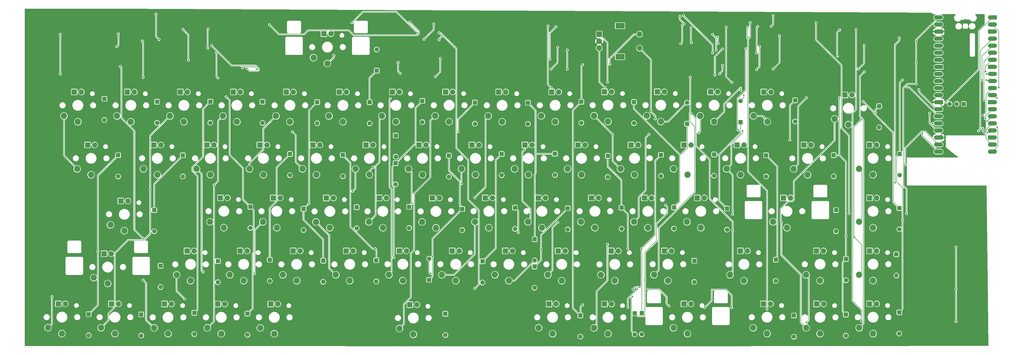
<source format=gbr>
%TF.GenerationSoftware,KiCad,Pcbnew,9.0.2*%
%TF.CreationDate,2025-06-27T22:30:48-07:00*%
%TF.ProjectId,Proj3,50726f6a-332e-46b6-9963-61645f706362,rev?*%
%TF.SameCoordinates,Original*%
%TF.FileFunction,Copper,L2,Bot*%
%TF.FilePolarity,Positive*%
%FSLAX46Y46*%
G04 Gerber Fmt 4.6, Leading zero omitted, Abs format (unit mm)*
G04 Created by KiCad (PCBNEW 9.0.2) date 2025-06-27 22:30:48*
%MOMM*%
%LPD*%
G01*
G04 APERTURE LIST*
G04 Aperture macros list*
%AMRoundRect*
0 Rectangle with rounded corners*
0 $1 Rounding radius*
0 $2 $3 $4 $5 $6 $7 $8 $9 X,Y pos of 4 corners*
0 Add a 4 corners polygon primitive as box body*
4,1,4,$2,$3,$4,$5,$6,$7,$8,$9,$2,$3,0*
0 Add four circle primitives for the rounded corners*
1,1,$1+$1,$2,$3*
1,1,$1+$1,$4,$5*
1,1,$1+$1,$6,$7*
1,1,$1+$1,$8,$9*
0 Add four rect primitives between the rounded corners*
20,1,$1+$1,$2,$3,$4,$5,0*
20,1,$1+$1,$4,$5,$6,$7,0*
20,1,$1+$1,$6,$7,$8,$9,0*
20,1,$1+$1,$8,$9,$2,$3,0*%
%AMFreePoly0*
4,1,37,0.800000,0.796148,0.878414,0.796148,1.032228,0.765552,1.177117,0.705537,1.307515,0.618408,1.418408,0.507515,1.505537,0.377117,1.565552,0.232228,1.596148,0.078414,1.596148,-0.078414,1.565552,-0.232228,1.505537,-0.377117,1.418408,-0.507515,1.307515,-0.618408,1.177117,-0.705537,1.032228,-0.765552,0.878414,-0.796148,0.800000,-0.796148,0.800000,-0.800000,-1.400000,-0.800000,
-1.403843,-0.796157,-1.439018,-0.796157,-1.511114,-0.766294,-1.566294,-0.711114,-1.596157,-0.639018,-1.596157,-0.603843,-1.600000,-0.600000,-1.600000,0.600000,-1.596157,0.603843,-1.596157,0.639018,-1.566294,0.711114,-1.511114,0.766294,-1.439018,0.796157,-1.403843,0.796157,-1.400000,0.800000,0.800000,0.800000,0.800000,0.796148,0.800000,0.796148,$1*%
%AMFreePoly1*
4,1,37,1.403843,0.796157,1.439018,0.796157,1.511114,0.766294,1.566294,0.711114,1.596157,0.639018,1.596157,0.603843,1.600000,0.600000,1.600000,-0.600000,1.596157,-0.603843,1.596157,-0.639018,1.566294,-0.711114,1.511114,-0.766294,1.439018,-0.796157,1.403843,-0.796157,1.400000,-0.800000,-0.800000,-0.800000,-0.800000,-0.796148,-0.878414,-0.796148,-1.032228,-0.765552,-1.177117,-0.705537,
-1.307515,-0.618408,-1.418408,-0.507515,-1.505537,-0.377117,-1.565552,-0.232228,-1.596148,-0.078414,-1.596148,0.078414,-1.565552,0.232228,-1.505537,0.377117,-1.418408,0.507515,-1.307515,0.618408,-1.177117,0.705537,-1.032228,0.765552,-0.878414,0.796148,-0.800000,0.796148,-0.800000,0.800000,1.400000,0.800000,1.403843,0.796157,1.403843,0.796157,$1*%
G04 Aperture macros list end*
%TA.AperFunction,ComponentPad*%
%ADD10C,2.250000*%
%TD*%
%TA.AperFunction,ComponentPad*%
%ADD11C,1.905000*%
%TD*%
%TA.AperFunction,ComponentPad*%
%ADD12R,1.905000X1.905000*%
%TD*%
%TA.AperFunction,ComponentPad*%
%ADD13C,1.600000*%
%TD*%
%TA.AperFunction,ComponentPad*%
%ADD14RoundRect,0.250000X-0.550000X0.550000X-0.550000X-0.550000X0.550000X-0.550000X0.550000X0.550000X0*%
%TD*%
%TA.AperFunction,ComponentPad*%
%ADD15RoundRect,0.250000X0.550000X-0.550000X0.550000X0.550000X-0.550000X0.550000X-0.550000X-0.550000X0*%
%TD*%
%TA.AperFunction,ComponentPad*%
%ADD16R,2.000000X2.000000*%
%TD*%
%TA.AperFunction,ComponentPad*%
%ADD17C,2.000000*%
%TD*%
%TA.AperFunction,ComponentPad*%
%ADD18R,3.200000X2.000000*%
%TD*%
%TA.AperFunction,ComponentPad*%
%ADD19RoundRect,0.200000X0.600000X0.600000X-0.600000X0.600000X-0.600000X-0.600000X0.600000X-0.600000X0*%
%TD*%
%TA.AperFunction,SMDPad,CuDef*%
%ADD20RoundRect,0.800000X0.800000X0.000010X-0.800000X0.000010X-0.800000X-0.000010X0.800000X-0.000010X0*%
%TD*%
%TA.AperFunction,SMDPad,CuDef*%
%ADD21FreePoly0,180.000000*%
%TD*%
%TA.AperFunction,SMDPad,CuDef*%
%ADD22FreePoly1,180.000000*%
%TD*%
%TA.AperFunction,ViaPad*%
%ADD23C,0.600000*%
%TD*%
%TA.AperFunction,Conductor*%
%ADD24C,0.200000*%
%TD*%
G04 APERTURE END LIST*
D10*
%TO.P,SW60,1,1*%
%TO.N,Net-(D99-A)*%
X119050000Y-295112000D03*
%TO.P,SW60,2,2*%
%TO.N,/COL12*%
X114050000Y-293012000D03*
D11*
%TO.P,SW60,3*%
%TO.N,N/C*%
X120320000Y-284412000D03*
D12*
%TO.P,SW60,4*%
X117780000Y-284412000D03*
%TD*%
D13*
%TO.P,D67,2,A*%
%TO.N,Net-(D67-A)*%
X253720000Y-294772000D03*
D14*
%TO.P,D67,1,K*%
%TO.N,/ROW5*%
X253720000Y-287152000D03*
%TD*%
D13*
%TO.P,D75,2,A*%
%TO.N,Net-(D75-A)*%
X298740000Y-256812000D03*
D14*
%TO.P,D75,1,K*%
%TO.N,/ROW5*%
X298740000Y-249192000D03*
%TD*%
%TO.P,D95,1,K*%
%TO.N,/ROW1*%
X240380000Y-306042000D03*
D13*
%TO.P,D95,2,A*%
%TO.N,Net-(D95-A)*%
X240380000Y-313662000D03*
%TD*%
%TO.P,D57,2,A*%
%TO.N,Net-(D57-A)*%
X355630000Y-256632000D03*
D14*
%TO.P,D57,1,K*%
%TO.N,/ROW3*%
X355630000Y-249012000D03*
%TD*%
D13*
%TO.P,D24,2,A*%
%TO.N,Net-(D24-A)*%
X241640000Y-256732000D03*
D14*
%TO.P,D24,1,K*%
%TO.N,/ROW2*%
X241640000Y-249112000D03*
%TD*%
D13*
%TO.P,D42,2,A*%
%TO.N,Net-(D42-A)*%
X222520000Y-259432000D03*
D14*
%TO.P,D42,1,K*%
%TO.N,/ROW4*%
X222520000Y-251812000D03*
%TD*%
D13*
%TO.P,D43,2,A*%
%TO.N,Net-(D43-A)*%
X303680000Y-275442000D03*
D14*
%TO.P,D43,1,K*%
%TO.N,/ROW5*%
X303680000Y-267822000D03*
%TD*%
D13*
%TO.P,D59,2,A*%
%TO.N,Net-(D59-A)*%
X260610000Y-256172000D03*
D14*
%TO.P,D59,1,K*%
%TO.N,/ROW5*%
X260610000Y-248552000D03*
%TD*%
D13*
%TO.P,D74,2,A*%
%TO.N,Net-(D74-A)*%
X336960000Y-256332000D03*
D14*
%TO.P,D74,1,K*%
%TO.N,/ROW4*%
X336960000Y-248712000D03*
%TD*%
D13*
%TO.P,D80,2,A*%
%TO.N,Net-(D80-A)*%
X227360000Y-275172000D03*
D14*
%TO.P,D80,1,K*%
%TO.N,/ROW2*%
X227360000Y-267552000D03*
%TD*%
D13*
%TO.P,D91,2,A*%
%TO.N,Net-(D91-A)*%
X279750000Y-256092000D03*
D14*
%TO.P,D91,1,K*%
%TO.N,/ROW5*%
X279750000Y-248472000D03*
%TD*%
D13*
%TO.P,D40,2,A*%
%TO.N,Net-(D40-A)*%
X379920000Y-256582000D03*
D14*
%TO.P,D40,1,K*%
%TO.N,/ROW2*%
X379920000Y-248962000D03*
%TD*%
D10*
%TO.P,SW56,1,1*%
%TO.N,Net-(D95-A)*%
X228870000Y-313415700D03*
%TO.P,SW56,2,2*%
%TO.N,/COL12*%
X223870000Y-311315700D03*
D11*
%TO.P,SW56,3*%
%TO.N,N/C*%
X230140000Y-302715700D03*
D12*
%TO.P,SW56,4*%
X227600000Y-302715700D03*
%TD*%
D14*
%TO.P,D66,1,K*%
%TO.N,/ROW4*%
X246410000Y-268312000D03*
D13*
%TO.P,D66,2,A*%
%TO.N,Net-(D66-A)*%
X246410000Y-275932000D03*
%TD*%
%TO.P,D41,2,A*%
%TO.N,Net-(D41-A)*%
X203550000Y-256522000D03*
D14*
%TO.P,D41,1,K*%
%TO.N,/ROW3*%
X203550000Y-248902000D03*
%TD*%
D13*
%TO.P,D14,2,A*%
%TO.N,Net-(D14-A)*%
X208500000Y-275272000D03*
D14*
%TO.P,D14,1,K*%
%TO.N,/ROW1*%
X208500000Y-267652000D03*
%TD*%
D13*
%TO.P,D17,2,A*%
%TO.N,Net-(D17-A)*%
X234540000Y-286172000D03*
D15*
%TO.P,D17,1,K*%
%TO.N,/ROW4*%
X234540000Y-293792000D03*
%TD*%
D13*
%TO.P,D34,2,A*%
%TO.N,Net-(D34-A)*%
X380780000Y-276342000D03*
D14*
%TO.P,D34,1,K*%
%TO.N,/ROW4*%
X380780000Y-268722000D03*
%TD*%
D13*
%TO.P,D64,2,A*%
%TO.N,Net-(D64-A)*%
X265380000Y-275472000D03*
D14*
%TO.P,D64,1,K*%
%TO.N,/ROW2*%
X265380000Y-267852000D03*
%TD*%
D13*
%TO.P,D26,2,A*%
%TO.N,Net-(D26-A)*%
X308410000Y-313442000D03*
D14*
%TO.P,D26,1,K*%
%TO.N,/ROW4*%
X308410000Y-305822000D03*
%TD*%
D13*
%TO.P,D107,2,A*%
%TO.N,Net-(D107-A)*%
X403520000Y-275602000D03*
D14*
%TO.P,D107,1,K*%
%TO.N,/ROW5*%
X403520000Y-267982000D03*
%TD*%
D13*
%TO.P,D79,2,A*%
%TO.N,Net-(D79-A)*%
X322530000Y-275362000D03*
D14*
%TO.P,D79,1,K*%
%TO.N,/ROW1*%
X322530000Y-267742000D03*
%TD*%
D13*
%TO.P,D8,2,A*%
%TO.N,Net-(D8-A)*%
X403490000Y-313122000D03*
D14*
%TO.P,D8,1,K*%
%TO.N,/ROW4*%
X403490000Y-305502000D03*
%TD*%
D13*
%TO.P,D18,2,A*%
%TO.N,Net-(D18-A)*%
X329810000Y-294552000D03*
D14*
%TO.P,D18,1,K*%
%TO.N,/ROW5*%
X329810000Y-286932000D03*
%TD*%
D13*
%TO.P,D32,2,A*%
%TO.N,Net-(D32-A)*%
X384270000Y-313872000D03*
D14*
%TO.P,D32,1,K*%
%TO.N,/ROW2*%
X384270000Y-306252000D03*
%TD*%
D13*
%TO.P,D65,2,A*%
%TO.N,Net-(D65-A)*%
X284330000Y-275672000D03*
D14*
%TO.P,D65,1,K*%
%TO.N,/ROW3*%
X284330000Y-268052000D03*
%TD*%
D13*
%TO.P,D81,2,A*%
%TO.N,Net-(D81-A)*%
X272420000Y-296662000D03*
D14*
%TO.P,D81,1,K*%
%TO.N,/ROW3*%
X272420000Y-289042000D03*
%TD*%
D13*
%TO.P,D83,2,A*%
%TO.N,Net-(D83-A)*%
X272480000Y-286822000D03*
D14*
%TO.P,D83,1,K*%
%TO.N,/ROW5*%
X272480000Y-279202000D03*
%TD*%
D13*
%TO.P,D7,2,A*%
%TO.N,Net-(D7-A)*%
X310930000Y-313392000D03*
D14*
%TO.P,D7,1,K*%
%TO.N,/ROW3*%
X310930000Y-305772000D03*
%TD*%
D13*
%TO.P,D106,2,A*%
%TO.N,Net-(D106-A)*%
X403630000Y-256142000D03*
D14*
%TO.P,D106,1,K*%
%TO.N,/ROW4*%
X403630000Y-248522000D03*
%TD*%
D13*
%TO.P,D47,2,A*%
%TO.N,Net-(D47-A)*%
X288890000Y-314222000D03*
D14*
%TO.P,D47,1,K*%
%TO.N,/ROW1*%
X288890000Y-306602000D03*
%TD*%
D13*
%TO.P,D58,2,A*%
%TO.N,Net-(D58-A)*%
X341580000Y-275752000D03*
D14*
%TO.P,D58,1,K*%
%TO.N,/ROW4*%
X341580000Y-268132000D03*
%TD*%
D13*
%TO.P,D5,2,A*%
%TO.N,Net-(D5-A)*%
X365620000Y-314262000D03*
D14*
%TO.P,D5,1,K*%
%TO.N,/ROW1*%
X365620000Y-306642000D03*
%TD*%
D13*
%TO.P,D89,2,A*%
%TO.N,Net-(D89-A)*%
X317850000Y-256462000D03*
D14*
%TO.P,D89,1,K*%
%TO.N,/ROW3*%
X317850000Y-248842000D03*
%TD*%
D12*
%TO.P,SW70,4*%
%TO.N,N/C*%
X177620000Y-302485700D03*
D11*
%TO.P,SW70,3*%
X180160000Y-302485700D03*
D10*
%TO.P,SW70,1,1*%
%TO.N,unconnected-(SW70-Pad1)*%
X178890000Y-313185700D03*
%TO.P,SW70,2,2*%
%TO.N,unconnected-(SW70-Pad2)*%
X173890000Y-311085700D03*
%TD*%
D16*
%TO.P,SW66,A,A*%
%TO.N,/ROTA*%
X295650000Y-205462000D03*
D17*
%TO.P,SW66,C,C*%
%TO.N,GND*%
X295650000Y-207962000D03*
%TO.P,SW66,B,B*%
%TO.N,/ROTB*%
X295650000Y-210462000D03*
D18*
%TO.P,SW66,MP*%
%TO.N,N/C*%
X303150000Y-202362000D03*
X303150000Y-213562000D03*
D17*
%TO.P,SW66,S2,S2*%
%TO.N,Net-(D111-A)*%
X310150000Y-205462000D03*
%TO.P,SW66,S1,S1*%
%TO.N,/COL14*%
X310150000Y-210462000D03*
%TD*%
D10*
%TO.P,SW33,1,1*%
%TO.N,Net-(D57-A)*%
X346440000Y-255992000D03*
%TO.P,SW33,2,2*%
%TO.N,/COL7*%
X341440000Y-253892000D03*
D11*
%TO.P,SW33,3*%
%TO.N,N/C*%
X347710000Y-245292000D03*
D12*
%TO.P,SW33,4*%
X345170000Y-245292000D03*
%TD*%
D10*
%TO.P,SW45,1,1*%
%TO.N,Net-(D75-A)*%
X289290000Y-256000000D03*
%TO.P,SW45,2,2*%
%TO.N,/COL9*%
X284290000Y-253900000D03*
D11*
%TO.P,SW45,3*%
%TO.N,N/C*%
X290560000Y-245300000D03*
D12*
%TO.P,SW45,4*%
X288020000Y-245300000D03*
%TD*%
D10*
%TO.P,SW9,1,1*%
%TO.N,Net-(D17-A)*%
X301260000Y-294112000D03*
%TO.P,SW9,2,2*%
%TO.N,/COL2*%
X296260000Y-292012000D03*
D11*
%TO.P,SW9,3*%
%TO.N,N/C*%
X302530000Y-283412000D03*
D12*
%TO.P,SW9,4*%
X299990000Y-283412000D03*
%TD*%
D10*
%TO.P,SW38,1,1*%
%TO.N,Net-(D65-A)*%
X275060000Y-275042000D03*
%TO.P,SW38,2,2*%
%TO.N,/COL8*%
X270060000Y-272942000D03*
D11*
%TO.P,SW38,3*%
%TO.N,N/C*%
X276330000Y-264342000D03*
D12*
%TO.P,SW38,4*%
X273790000Y-264342000D03*
%TD*%
D10*
%TO.P,SW15,1,1*%
%TO.N,Net-(D27-A)*%
X113070000Y-255992000D03*
%TO.P,SW15,2,2*%
%TO.N,/COL3*%
X108070000Y-253892000D03*
D11*
%TO.P,SW15,3*%
%TO.N,N/C*%
X114340000Y-245292000D03*
D12*
%TO.P,SW15,4*%
X111800000Y-245292000D03*
%TD*%
D10*
%TO.P,SW19,1,1*%
%TO.N,Net-(D34-A)*%
X363120000Y-275042000D03*
%TO.P,SW19,2,2*%
%TO.N,/COL4*%
X358120000Y-272942000D03*
D11*
%TO.P,SW19,3*%
%TO.N,N/C*%
X364390000Y-264342000D03*
D12*
%TO.P,SW19,4*%
X361850000Y-264342000D03*
%TD*%
D10*
%TO.P,SW30,1,1*%
%TO.N,Net-(D51-A)*%
X102590000Y-313122000D03*
%TO.P,SW30,2,2*%
%TO.N,/COL6*%
X97590000Y-311022000D03*
D11*
%TO.P,SW30,3*%
%TO.N,N/C*%
X103860000Y-302422000D03*
D12*
%TO.P,SW30,4*%
X101320000Y-302422000D03*
%TD*%
D10*
%TO.P,SW62,1,1*%
%TO.N,Net-(D104-A)*%
X203570000Y-236942000D03*
%TO.P,SW62,2,2*%
%TO.N,/COL13*%
X198570000Y-234842000D03*
D11*
%TO.P,SW62,3*%
%TO.N,N/C*%
X204840000Y-226242000D03*
D12*
%TO.P,SW62,4*%
X202300000Y-226242000D03*
%TD*%
D10*
%TO.P,SW57,1,1*%
%TO.N,Net-(D96-A)*%
X140730000Y-313172000D03*
%TO.P,SW57,2,2*%
%TO.N,/COL12*%
X135730000Y-311072000D03*
D11*
%TO.P,SW57,3*%
%TO.N,N/C*%
X142000000Y-302472000D03*
D12*
%TO.P,SW57,4*%
X139460000Y-302472000D03*
%TD*%
D10*
%TO.P,SW63,1,1*%
%TO.N,Net-(D105-A)*%
X347660000Y-294102000D03*
%TO.P,SW63,2,2*%
%TO.N,/COL13*%
X342660000Y-292002000D03*
D11*
%TO.P,SW63,3*%
%TO.N,N/C*%
X348930000Y-283402000D03*
D12*
%TO.P,SW63,4*%
X346390000Y-283402000D03*
%TD*%
D10*
%TO.P,SW54,1,1*%
%TO.N,Net-(D90-A)*%
X174990000Y-256000000D03*
%TO.P,SW54,2,2*%
%TO.N,/COL11*%
X169990000Y-253900000D03*
D11*
%TO.P,SW54,3*%
%TO.N,N/C*%
X176260000Y-245300000D03*
D12*
%TO.P,SW54,4*%
X173720000Y-245300000D03*
%TD*%
D10*
%TO.P,SW65,1,1*%
%TO.N,Net-(D107-A)*%
X394070000Y-275042000D03*
%TO.P,SW65,2,2*%
%TO.N,/COL13*%
X389070000Y-272942000D03*
D11*
%TO.P,SW65,3*%
%TO.N,N/C*%
X395340000Y-264342000D03*
D12*
%TO.P,SW65,4*%
X392800000Y-264342000D03*
%TD*%
D10*
%TO.P,SW2,1,1*%
%TO.N,Net-(D6-A)*%
X375020000Y-294092000D03*
%TO.P,SW2,2,2*%
%TO.N,/COL1*%
X370020000Y-291992000D03*
D11*
%TO.P,SW2,3*%
%TO.N,N/C*%
X376290000Y-283392000D03*
D12*
%TO.P,SW2,4*%
X373750000Y-283392000D03*
%TD*%
D10*
%TO.P,SW41,1,1*%
%TO.N,Net-(D71-A)*%
X121650000Y-313142000D03*
%TO.P,SW41,2,2*%
%TO.N,/COL9*%
X116650000Y-311042000D03*
D11*
%TO.P,SW41,3*%
%TO.N,N/C*%
X122920000Y-302442000D03*
D12*
%TO.P,SW41,4*%
X120380000Y-302442000D03*
%TD*%
D10*
%TO.P,SW1,1,1*%
%TO.N,Net-(D5-A)*%
X355970000Y-313142000D03*
%TO.P,SW1,2,2*%
%TO.N,/COL1*%
X350970000Y-311042000D03*
D11*
%TO.P,SW1,3*%
%TO.N,N/C*%
X357240000Y-302442000D03*
D12*
%TO.P,SW1,4*%
X354700000Y-302442000D03*
%TD*%
D10*
%TO.P,SW4,1,1*%
%TO.N,Net-(D8-A)*%
X394070000Y-313142000D03*
%TO.P,SW4,2,2*%
%TO.N,/COL1*%
X389070000Y-311042000D03*
D11*
%TO.P,SW4,3*%
%TO.N,N/C*%
X395340000Y-302442000D03*
D12*
%TO.P,SW4,4*%
X392800000Y-302442000D03*
%TD*%
D10*
%TO.P,SW48,1,1*%
%TO.N,Net-(D81-A)*%
X282190000Y-294102000D03*
%TO.P,SW48,2,2*%
%TO.N,/COL10*%
X277190000Y-292002000D03*
D11*
%TO.P,SW48,3*%
%TO.N,N/C*%
X283460000Y-283402000D03*
D12*
%TO.P,SW48,4*%
X280920000Y-283402000D03*
%TD*%
D10*
%TO.P,SW51,1,1*%
%TO.N,Net-(D87-A)*%
X298810000Y-236875700D03*
%TO.P,SW51,2,2*%
%TO.N,/COL11*%
X293810000Y-234775700D03*
D11*
%TO.P,SW51,3*%
%TO.N,N/C*%
X300080000Y-226175700D03*
D12*
%TO.P,SW51,4*%
X297540000Y-226175700D03*
%TD*%
D10*
%TO.P,SW5,1,1*%
%TO.N,Net-(D9-A)*%
X148820000Y-294112000D03*
%TO.P,SW5,2,2*%
%TO.N,/COL1*%
X143820000Y-292012000D03*
D11*
%TO.P,SW5,3*%
%TO.N,N/C*%
X150090000Y-283412000D03*
D12*
%TO.P,SW5,4*%
X147550000Y-283412000D03*
%TD*%
D10*
%TO.P,SW26,1,1*%
%TO.N,Net-(D47-A)*%
X298820000Y-313192000D03*
%TO.P,SW26,2,2*%
%TO.N,/COL6*%
X293820000Y-311092000D03*
D11*
%TO.P,SW26,3*%
%TO.N,N/C*%
X300090000Y-302492000D03*
D12*
%TO.P,SW26,4*%
X297550000Y-302492000D03*
%TD*%
D10*
%TO.P,SW34,1,1*%
%TO.N,Net-(D58-A)*%
X332170000Y-275042000D03*
%TO.P,SW34,2,2*%
%TO.N,/COL7*%
X327170000Y-272942000D03*
D11*
%TO.P,SW34,3*%
%TO.N,N/C*%
X333440000Y-264342000D03*
D12*
%TO.P,SW34,4*%
X330900000Y-264342000D03*
%TD*%
D10*
%TO.P,SW69,1,1*%
%TO.N,Net-(D114-A)*%
X356060000Y-236922000D03*
%TO.P,SW69,2,2*%
%TO.N,/COL14*%
X351060000Y-234822000D03*
D11*
%TO.P,SW69,3*%
%TO.N,N/C*%
X357330000Y-226222000D03*
D12*
%TO.P,SW69,4*%
X354790000Y-226222000D03*
%TD*%
D10*
%TO.P,SW17,1,1*%
%TO.N,Net-(D32-A)*%
X375030000Y-313172000D03*
%TO.P,SW17,2,2*%
%TO.N,/COL4*%
X370030000Y-311072000D03*
D11*
%TO.P,SW17,3*%
%TO.N,N/C*%
X376300000Y-302472000D03*
D12*
%TO.P,SW17,4*%
X373760000Y-302472000D03*
%TD*%
D10*
%TO.P,SW7,1,1*%
%TO.N,Net-(D15-A)*%
X186960000Y-294102000D03*
%TO.P,SW7,2,2*%
%TO.N,/COL2*%
X181960000Y-292002000D03*
D11*
%TO.P,SW7,3*%
%TO.N,N/C*%
X188230000Y-283402000D03*
D12*
%TO.P,SW7,4*%
X185690000Y-283402000D03*
%TD*%
D10*
%TO.P,SW13,1,1*%
%TO.N,Net-(D25-A)*%
X136890000Y-256000000D03*
%TO.P,SW13,2,2*%
%TO.N,/COL3*%
X131890000Y-253900000D03*
D11*
%TO.P,SW13,3*%
%TO.N,N/C*%
X138160000Y-245300000D03*
D12*
%TO.P,SW13,4*%
X135620000Y-245300000D03*
%TD*%
D10*
%TO.P,SW35,1,1*%
%TO.N,Net-(D59-A)*%
X251190000Y-256000000D03*
%TO.P,SW35,2,2*%
%TO.N,/COL7*%
X246190000Y-253900000D03*
D11*
%TO.P,SW35,3*%
%TO.N,N/C*%
X252460000Y-245300000D03*
D12*
%TO.P,SW35,4*%
X249920000Y-245300000D03*
%TD*%
D10*
%TO.P,SW71,1,1*%
%TO.N,unconnected-(SW71-Pad1)*%
X278910000Y-313162000D03*
%TO.P,SW71,2,2*%
%TO.N,unconnected-(SW71-Pad2)*%
X273910000Y-311062000D03*
D11*
%TO.P,SW71,3*%
%TO.N,N/C*%
X280180000Y-302462000D03*
D12*
%TO.P,SW71,4*%
X277640000Y-302462000D03*
%TD*%
D10*
%TO.P,SW40,1,1*%
%TO.N,Net-(D67-A)*%
X244100000Y-294082000D03*
%TO.P,SW40,2,2*%
%TO.N,/COL8*%
X239100000Y-291982000D03*
D11*
%TO.P,SW40,3*%
%TO.N,N/C*%
X245370000Y-283382000D03*
D12*
%TO.P,SW40,4*%
X242830000Y-283382000D03*
%TD*%
D10*
%TO.P,SW22,1,1*%
%TO.N,Net-(D40-A)*%
X370530000Y-256012000D03*
%TO.P,SW22,2,2*%
%TO.N,/COL5*%
X365530000Y-253912000D03*
D11*
%TO.P,SW22,3*%
%TO.N,N/C*%
X371800000Y-245312000D03*
D12*
%TO.P,SW22,4*%
X369260000Y-245312000D03*
%TD*%
D10*
%TO.P,SW58,1,1*%
%TO.N,Net-(D97-A)*%
X241720000Y-236922000D03*
%TO.P,SW58,2,2*%
%TO.N,/COL12*%
X236720000Y-234822000D03*
D11*
%TO.P,SW58,3*%
%TO.N,N/C*%
X242990000Y-226222000D03*
D12*
%TO.P,SW58,4*%
X240450000Y-226222000D03*
%TD*%
D10*
%TO.P,SW36,1,1*%
%TO.N,Net-(D63-A)*%
X160790000Y-275022000D03*
%TO.P,SW36,2,2*%
%TO.N,/COL8*%
X155790000Y-272922000D03*
D11*
%TO.P,SW36,3*%
%TO.N,N/C*%
X162060000Y-264322000D03*
D12*
%TO.P,SW36,4*%
X159520000Y-264322000D03*
%TD*%
D10*
%TO.P,SW25,1,1*%
%TO.N,Net-(D43-A)*%
X294110000Y-275042000D03*
%TO.P,SW25,2,2*%
%TO.N,/COL5*%
X289110000Y-272942000D03*
D11*
%TO.P,SW25,3*%
%TO.N,N/C*%
X295380000Y-264342000D03*
D12*
%TO.P,SW25,4*%
X292840000Y-264342000D03*
%TD*%
D10*
%TO.P,SW28,1,1*%
%TO.N,Net-(D49-A)*%
X394060000Y-294072000D03*
%TO.P,SW28,2,2*%
%TO.N,/COL6*%
X389060000Y-291972000D03*
D11*
%TO.P,SW28,3*%
%TO.N,N/C*%
X395330000Y-283372000D03*
D12*
%TO.P,SW28,4*%
X392790000Y-283372000D03*
%TD*%
D10*
%TO.P,SW31,1,1*%
%TO.N,Net-(D55-A)*%
X159840000Y-313175700D03*
%TO.P,SW31,2,2*%
%TO.N,/COL7*%
X154840000Y-311075700D03*
D11*
%TO.P,SW31,3*%
%TO.N,N/C*%
X161110000Y-302475700D03*
D12*
%TO.P,SW31,4*%
X158570000Y-302475700D03*
%TD*%
D10*
%TO.P,SW43,1,1*%
%TO.N,Net-(D73-A)*%
X213090000Y-256000000D03*
%TO.P,SW43,2,2*%
%TO.N,/COL9*%
X208090000Y-253900000D03*
D11*
%TO.P,SW43,3*%
%TO.N,N/C*%
X214360000Y-245300000D03*
D12*
%TO.P,SW43,4*%
X211820000Y-245300000D03*
%TD*%
D10*
%TO.P,SW6,1,1*%
%TO.N,Net-(D14-A)*%
X198870000Y-275062000D03*
%TO.P,SW6,2,2*%
%TO.N,/COL2*%
X193870000Y-272962000D03*
D11*
%TO.P,SW6,3*%
%TO.N,N/C*%
X200140000Y-264362000D03*
D12*
%TO.P,SW6,4*%
X197600000Y-264362000D03*
%TD*%
D10*
%TO.P,SW23,1,1*%
%TO.N,Net-(D41-A)*%
X194040000Y-256000000D03*
%TO.P,SW23,2,2*%
%TO.N,/COL5*%
X189040000Y-253900000D03*
D11*
%TO.P,SW23,3*%
%TO.N,N/C*%
X195310000Y-245300000D03*
D12*
%TO.P,SW23,4*%
X192770000Y-245300000D03*
%TD*%
D10*
%TO.P,SW3,1,1*%
%TO.N,Net-(D7-A)*%
X327370000Y-313152000D03*
%TO.P,SW3,2,2*%
%TO.N,/COL1*%
X322370000Y-311052000D03*
D11*
%TO.P,SW3,3*%
%TO.N,N/C*%
X328640000Y-302452000D03*
D12*
%TO.P,SW3,4*%
X326100000Y-302452000D03*
%TD*%
D10*
%TO.P,SW18,1,1*%
%TO.N,Net-(D33-A)*%
X125020000Y-276132000D03*
%TO.P,SW18,2,2*%
%TO.N,/COL4*%
X120020000Y-274032000D03*
D11*
%TO.P,SW18,3*%
%TO.N,N/C*%
X126290000Y-265432000D03*
D12*
%TO.P,SW18,4*%
X123750000Y-265432000D03*
%TD*%
D10*
%TO.P,SW61,1,1*%
%TO.N,Net-(D103-A)*%
X317790000Y-236872000D03*
%TO.P,SW61,2,2*%
%TO.N,/COL13*%
X312790000Y-234772000D03*
D11*
%TO.P,SW61,3*%
%TO.N,N/C*%
X319060000Y-226172000D03*
D12*
%TO.P,SW61,4*%
X316520000Y-226172000D03*
%TD*%
D10*
%TO.P,SW21,1,1*%
%TO.N,Net-(D39-A)*%
X127370000Y-236942000D03*
%TO.P,SW21,2,2*%
%TO.N,/COL5*%
X122370000Y-234842000D03*
D11*
%TO.P,SW21,3*%
%TO.N,N/C*%
X128640000Y-226242000D03*
D12*
%TO.P,SW21,4*%
X126100000Y-226242000D03*
%TD*%
D10*
%TO.P,SW68,1,1*%
%TO.N,Net-(D113-A)*%
X198000000Y-215992000D03*
%TO.P,SW68,2,2*%
%TO.N,/COL14*%
X193000000Y-213892000D03*
D11*
%TO.P,SW68,3*%
%TO.N,N/C*%
X199270000Y-205292000D03*
D12*
%TO.P,SW68,4*%
X196730000Y-205292000D03*
%TD*%
D10*
%TO.P,SW39,1,1*%
%TO.N,Net-(D66-A)*%
X236980000Y-275082000D03*
%TO.P,SW39,2,2*%
%TO.N,/COL8*%
X231980000Y-272982000D03*
D11*
%TO.P,SW39,3*%
%TO.N,N/C*%
X238250000Y-264382000D03*
D12*
%TO.P,SW39,4*%
X235710000Y-264382000D03*
%TD*%
D10*
%TO.P,SW50,1,1*%
%TO.N,Net-(D83-A)*%
X263180000Y-294102000D03*
%TO.P,SW50,2,2*%
%TO.N,/COL10*%
X258180000Y-292002000D03*
D11*
%TO.P,SW50,3*%
%TO.N,N/C*%
X264450000Y-283402000D03*
D12*
%TO.P,SW50,4*%
X261910000Y-283402000D03*
%TD*%
D10*
%TO.P,SW67,1,1*%
%TO.N,Net-(D112-A)*%
X279840000Y-236922000D03*
%TO.P,SW67,2,2*%
%TO.N,/COL14*%
X274840000Y-234822000D03*
D11*
%TO.P,SW67,3*%
%TO.N,N/C*%
X281110000Y-226222000D03*
D12*
%TO.P,SW67,4*%
X278570000Y-226222000D03*
%TD*%
D10*
%TO.P,SW27,1,1*%
%TO.N,Net-(D48-A)*%
X179800000Y-275042000D03*
%TO.P,SW27,2,2*%
%TO.N,/COL6*%
X174800000Y-272942000D03*
D11*
%TO.P,SW27,3*%
%TO.N,N/C*%
X181070000Y-264342000D03*
D12*
%TO.P,SW27,4*%
X178530000Y-264342000D03*
%TD*%
D10*
%TO.P,SW44,1,1*%
%TO.N,Net-(D74-A)*%
X327390000Y-255992000D03*
%TO.P,SW44,2,2*%
%TO.N,/COL9*%
X322390000Y-253892000D03*
D11*
%TO.P,SW44,3*%
%TO.N,N/C*%
X328660000Y-245292000D03*
D12*
%TO.P,SW44,4*%
X326120000Y-245292000D03*
%TD*%
D10*
%TO.P,SW16,1,1*%
%TO.N,Net-(D31-A)*%
X385230000Y-238005700D03*
%TO.P,SW16,2,2*%
%TO.N,/COL4*%
X380230000Y-235905700D03*
D11*
%TO.P,SW16,3*%
%TO.N,N/C*%
X386500000Y-227305700D03*
D12*
%TO.P,SW16,4*%
X383960000Y-227305700D03*
%TD*%
D10*
%TO.P,SW52,1,1*%
%TO.N,Net-(D88-A)*%
X184520000Y-236942000D03*
%TO.P,SW52,2,2*%
%TO.N,/COL11*%
X179520000Y-234842000D03*
D11*
%TO.P,SW52,3*%
%TO.N,N/C*%
X185790000Y-226242000D03*
D12*
%TO.P,SW52,4*%
X183250000Y-226242000D03*
%TD*%
D10*
%TO.P,SW24,1,1*%
%TO.N,Net-(D42-A)*%
X232140000Y-256000000D03*
%TO.P,SW24,2,2*%
%TO.N,/COL5*%
X227140000Y-253900000D03*
D11*
%TO.P,SW24,3*%
%TO.N,N/C*%
X233410000Y-245300000D03*
D12*
%TO.P,SW24,4*%
X230870000Y-245300000D03*
%TD*%
D10*
%TO.P,SW14,1,1*%
%TO.N,Net-(D26-A)*%
X225080000Y-294082000D03*
%TO.P,SW14,2,2*%
%TO.N,/COL3*%
X220080000Y-291982000D03*
D11*
%TO.P,SW14,3*%
%TO.N,N/C*%
X226350000Y-283382000D03*
D12*
%TO.P,SW14,4*%
X223810000Y-283382000D03*
%TD*%
D10*
%TO.P,SW12,1,1*%
%TO.N,Net-(D24-A)*%
X155940000Y-256000000D03*
%TO.P,SW12,2,2*%
%TO.N,/COL3*%
X150940000Y-253900000D03*
D11*
%TO.P,SW12,3*%
%TO.N,N/C*%
X157210000Y-245300000D03*
D12*
%TO.P,SW12,4*%
X154670000Y-245300000D03*
%TD*%
D10*
%TO.P,SW32,1,1*%
%TO.N,Net-(D56-A)*%
X165470000Y-236942000D03*
%TO.P,SW32,2,2*%
%TO.N,/COL7*%
X160470000Y-234842000D03*
D11*
%TO.P,SW32,3*%
%TO.N,N/C*%
X166740000Y-226242000D03*
D12*
%TO.P,SW32,4*%
X164200000Y-226242000D03*
%TD*%
D10*
%TO.P,SW10,1,1*%
%TO.N,Net-(D18-A)*%
X320340000Y-294092000D03*
%TO.P,SW10,2,2*%
%TO.N,/COL2*%
X315340000Y-291992000D03*
D11*
%TO.P,SW10,3*%
%TO.N,N/C*%
X321610000Y-283392000D03*
D12*
%TO.P,SW10,4*%
X319070000Y-283392000D03*
%TD*%
D10*
%TO.P,SW37,1,1*%
%TO.N,Net-(D64-A)*%
X256010000Y-275032000D03*
%TO.P,SW37,2,2*%
%TO.N,/COL8*%
X251010000Y-272932000D03*
D11*
%TO.P,SW37,3*%
%TO.N,N/C*%
X257280000Y-264332000D03*
D12*
%TO.P,SW37,4*%
X254740000Y-264332000D03*
%TD*%
D10*
%TO.P,SW8,1,1*%
%TO.N,Net-(D16-A)*%
X206020000Y-294102000D03*
%TO.P,SW8,2,2*%
%TO.N,/COL2*%
X201020000Y-292002000D03*
D11*
%TO.P,SW8,3*%
%TO.N,N/C*%
X207290000Y-283402000D03*
D12*
%TO.P,SW8,4*%
X204750000Y-283402000D03*
%TD*%
D10*
%TO.P,SW42,1,1*%
%TO.N,Net-(D72-A)*%
X146420000Y-236942000D03*
%TO.P,SW42,2,2*%
%TO.N,/COL9*%
X141420000Y-234842000D03*
D11*
%TO.P,SW42,3*%
%TO.N,N/C*%
X147690000Y-226242000D03*
D12*
%TO.P,SW42,4*%
X145150000Y-226242000D03*
%TD*%
D10*
%TO.P,SW49,1,1*%
%TO.N,Net-(D82-A)*%
X222610000Y-236932000D03*
%TO.P,SW49,2,2*%
%TO.N,/COL10*%
X217610000Y-234832000D03*
D11*
%TO.P,SW49,3*%
%TO.N,N/C*%
X223880000Y-226232000D03*
D12*
%TO.P,SW49,4*%
X221340000Y-226232000D03*
%TD*%
D10*
%TO.P,SW53,1,1*%
%TO.N,Net-(D89-A)*%
X308340000Y-255992000D03*
%TO.P,SW53,2,2*%
%TO.N,/COL11*%
X303340000Y-253892000D03*
D11*
%TO.P,SW53,3*%
%TO.N,N/C*%
X309610000Y-245292000D03*
D12*
%TO.P,SW53,4*%
X307070000Y-245292000D03*
%TD*%
D10*
%TO.P,SW55,1,1*%
%TO.N,Net-(D91-A)*%
X270240000Y-256000000D03*
%TO.P,SW55,2,2*%
%TO.N,/COL11*%
X265240000Y-253900000D03*
D11*
%TO.P,SW55,3*%
%TO.N,N/C*%
X271510000Y-245300000D03*
D12*
%TO.P,SW55,4*%
X268970000Y-245300000D03*
%TD*%
D10*
%TO.P,SW11,1,1*%
%TO.N,Net-(D23-A)*%
X108320000Y-236942000D03*
%TO.P,SW11,2,2*%
%TO.N,/COL3*%
X103320000Y-234842000D03*
D11*
%TO.P,SW11,3*%
%TO.N,N/C*%
X109590000Y-226242000D03*
D12*
%TO.P,SW11,4*%
X107050000Y-226242000D03*
%TD*%
D10*
%TO.P,SW47,1,1*%
%TO.N,Net-(D80-A)*%
X217900000Y-275052000D03*
%TO.P,SW47,2,2*%
%TO.N,/COL10*%
X212900000Y-272952000D03*
D11*
%TO.P,SW47,3*%
%TO.N,N/C*%
X219170000Y-264352000D03*
D12*
%TO.P,SW47,4*%
X216630000Y-264352000D03*
%TD*%
D10*
%TO.P,SW29,1,1*%
%TO.N,Net-(D50-A)*%
X167900000Y-294102000D03*
%TO.P,SW29,2,2*%
%TO.N,/COL6*%
X162900000Y-292002000D03*
D11*
%TO.P,SW29,3*%
%TO.N,N/C*%
X169170000Y-283402000D03*
D12*
%TO.P,SW29,4*%
X166630000Y-283402000D03*
%TD*%
D10*
%TO.P,SW20,1,1*%
%TO.N,Net-(D35-A)*%
X260780000Y-236942000D03*
%TO.P,SW20,2,2*%
%TO.N,/COL4*%
X255780000Y-234842000D03*
D11*
%TO.P,SW20,3*%
%TO.N,N/C*%
X262050000Y-226242000D03*
D12*
%TO.P,SW20,4*%
X259510000Y-226242000D03*
%TD*%
D10*
%TO.P,SW59,1,1*%
%TO.N,Net-(D98-A)*%
X336940000Y-236912000D03*
%TO.P,SW59,2,2*%
%TO.N,/COL12*%
X331940000Y-234812000D03*
D11*
%TO.P,SW59,3*%
%TO.N,N/C*%
X338210000Y-226212000D03*
D12*
%TO.P,SW59,4*%
X335670000Y-226212000D03*
%TD*%
D10*
%TO.P,SW46,1,1*%
%TO.N,Net-(D79-A)*%
X313150000Y-275042000D03*
%TO.P,SW46,2,2*%
%TO.N,/COL10*%
X308150000Y-272942000D03*
D11*
%TO.P,SW46,3*%
%TO.N,N/C*%
X314420000Y-264342000D03*
D12*
%TO.P,SW46,4*%
X311880000Y-264342000D03*
%TD*%
D10*
%TO.P,SW64,1,1*%
%TO.N,Net-(D106-A)*%
X394070000Y-255992000D03*
%TO.P,SW64,2,2*%
%TO.N,/COL13*%
X389070000Y-253892000D03*
D11*
%TO.P,SW64,3*%
%TO.N,N/C*%
X395340000Y-245292000D03*
D12*
%TO.P,SW64,4*%
X392800000Y-245292000D03*
%TD*%
D14*
%TO.P,D99,1,K*%
%TO.N,/ROW5*%
X138040000Y-288762000D03*
D13*
%TO.P,D99,2,A*%
%TO.N,Net-(D99-A)*%
X138040000Y-296382000D03*
%TD*%
D14*
%TO.P,D114,1,K*%
%TO.N,/ROW5*%
X366060000Y-229222000D03*
D13*
%TO.P,D114,2,A*%
%TO.N,Net-(D114-A)*%
X366060000Y-236842000D03*
%TD*%
D14*
%TO.P,D112,1,K*%
%TO.N,/ROW1*%
X289240000Y-229732000D03*
D13*
%TO.P,D112,2,A*%
%TO.N,Net-(D112-A)*%
X289240000Y-237352000D03*
%TD*%
D14*
%TO.P,D71,1,K*%
%TO.N,/ROW1*%
X131090000Y-306242000D03*
D13*
%TO.P,D71,2,A*%
%TO.N,Net-(D71-A)*%
X131090000Y-313862000D03*
%TD*%
D14*
%TO.P,D105,1,K*%
%TO.N,/ROW3*%
X359110000Y-286542000D03*
D13*
%TO.P,D105,2,A*%
%TO.N,Net-(D105-A)*%
X359110000Y-294162000D03*
%TD*%
D14*
%TO.P,D27,1,K*%
%TO.N,/ROW5*%
X122780000Y-248992000D03*
D13*
%TO.P,D27,2,A*%
%TO.N,Net-(D27-A)*%
X122780000Y-256612000D03*
%TD*%
D15*
%TO.P,D103,1,K*%
%TO.N,/ROW1*%
X327200000Y-237702000D03*
D13*
%TO.P,D103,2,A*%
%TO.N,Net-(D103-A)*%
X327200000Y-230082000D03*
%TD*%
D14*
%TO.P,D90,1,K*%
%TO.N,/ROW4*%
X184560000Y-248552000D03*
D13*
%TO.P,D90,2,A*%
%TO.N,Net-(D90-A)*%
X184560000Y-256172000D03*
%TD*%
D14*
%TO.P,D51,1,K*%
%TO.N,/ROW5*%
X112200000Y-306152000D03*
D13*
%TO.P,D51,2,A*%
%TO.N,Net-(D51-A)*%
X112200000Y-313772000D03*
%TD*%
D15*
%TO.P,D113,1,K*%
%TO.N,/ROW2*%
X215710000Y-218562000D03*
D13*
%TO.P,D113,2,A*%
%TO.N,Net-(D113-A)*%
X215710000Y-210942000D03*
%TD*%
D14*
%TO.P,D48,1,K*%
%TO.N,/ROW2*%
X189390000Y-268262000D03*
D13*
%TO.P,D48,2,A*%
%TO.N,Net-(D48-A)*%
X189390000Y-275882000D03*
%TD*%
D14*
%TO.P,D49,1,K*%
%TO.N,/ROW3*%
X402430000Y-284612000D03*
D13*
%TO.P,D49,2,A*%
%TO.N,Net-(D49-A)*%
X402430000Y-292232000D03*
%TD*%
D14*
%TO.P,D35,1,K*%
%TO.N,/ROW5*%
X270030000Y-230132000D03*
D13*
%TO.P,D35,2,A*%
%TO.N,Net-(D35-A)*%
X270030000Y-237752000D03*
%TD*%
D15*
%TO.P,D98,1,K*%
%TO.N,/ROW4*%
X346460000Y-237110000D03*
D13*
%TO.P,D98,2,A*%
%TO.N,Net-(D98-A)*%
X346460000Y-229490000D03*
%TD*%
D14*
%TO.P,D56,1,K*%
%TO.N,/ROW2*%
X174660000Y-229762000D03*
D13*
%TO.P,D56,2,A*%
%TO.N,Net-(D56-A)*%
X174660000Y-237382000D03*
%TD*%
D14*
%TO.P,D33,1,K*%
%TO.N,/ROW3*%
X135790000Y-268712000D03*
D13*
%TO.P,D33,2,A*%
%TO.N,Net-(D33-A)*%
X135790000Y-276332000D03*
%TD*%
D14*
%TO.P,D104,1,K*%
%TO.N,/ROW2*%
X213170000Y-229912000D03*
D13*
%TO.P,D104,2,A*%
%TO.N,Net-(D104-A)*%
X213170000Y-237532000D03*
%TD*%
D14*
%TO.P,D23,1,K*%
%TO.N,/ROW1*%
X117850000Y-228692000D03*
D13*
%TO.P,D23,2,A*%
%TO.N,Net-(D23-A)*%
X117850000Y-236312000D03*
%TD*%
D14*
%TO.P,D31,1,K*%
%TO.N,/ROW1*%
X396240000Y-231352000D03*
D13*
%TO.P,D31,2,A*%
%TO.N,Net-(D31-A)*%
X396240000Y-238972000D03*
%TD*%
D14*
%TO.P,D9,1,K*%
%TO.N,/ROW5*%
X158640000Y-287042000D03*
D13*
%TO.P,D9,2,A*%
%TO.N,Net-(D9-A)*%
X158640000Y-294662000D03*
%TD*%
D14*
%TO.P,D25,1,K*%
%TO.N,/ROW3*%
X146050000Y-249002000D03*
D13*
%TO.P,D25,2,A*%
%TO.N,Net-(D25-A)*%
X146050000Y-256622000D03*
%TD*%
D14*
%TO.P,D97,1,K*%
%TO.N,/ROW3*%
X250990000Y-230032000D03*
D13*
%TO.P,D97,2,A*%
%TO.N,Net-(D97-A)*%
X250990000Y-237652000D03*
%TD*%
D14*
%TO.P,D88,1,K*%
%TO.N,/ROW2*%
X194310000Y-229882000D03*
D13*
%TO.P,D88,2,A*%
%TO.N,Net-(D88-A)*%
X194310000Y-237502000D03*
%TD*%
D14*
%TO.P,D82,1,K*%
%TO.N,/ROW4*%
X232090000Y-229442000D03*
D13*
%TO.P,D82,2,A*%
%TO.N,Net-(D82-A)*%
X232090000Y-237062000D03*
%TD*%
D14*
%TO.P,D39,1,K*%
%TO.N,/ROW1*%
X136770000Y-229722000D03*
D13*
%TO.P,D39,2,A*%
%TO.N,Net-(D39-A)*%
X136770000Y-237342000D03*
%TD*%
D14*
%TO.P,D96,1,K*%
%TO.N,/ROW2*%
X150160000Y-305692000D03*
D13*
%TO.P,D96,2,A*%
%TO.N,Net-(D96-A)*%
X150160000Y-313312000D03*
%TD*%
D14*
%TO.P,D63,1,K*%
%TO.N,/ROW1*%
X170300000Y-267522000D03*
D13*
%TO.P,D63,2,A*%
%TO.N,Net-(D63-A)*%
X170300000Y-275142000D03*
%TD*%
D14*
%TO.P,D72,1,K*%
%TO.N,/ROW2*%
X155920000Y-229702000D03*
D13*
%TO.P,D72,2,A*%
%TO.N,Net-(D72-A)*%
X155920000Y-237322000D03*
%TD*%
D14*
%TO.P,D6,1,K*%
%TO.N,/ROW2*%
X384340000Y-286312000D03*
D13*
%TO.P,D6,2,A*%
%TO.N,Net-(D6-A)*%
X384340000Y-293932000D03*
%TD*%
D14*
%TO.P,D87,1,K*%
%TO.N,/ROW1*%
X308170000Y-229832000D03*
D13*
%TO.P,D87,2,A*%
%TO.N,Net-(D87-A)*%
X308170000Y-237452000D03*
%TD*%
D14*
%TO.P,D16,1,K*%
%TO.N,/ROW3*%
X215570000Y-286762000D03*
D13*
%TO.P,D16,2,A*%
%TO.N,Net-(D16-A)*%
X215570000Y-294382000D03*
%TD*%
D14*
%TO.P,D50,1,K*%
%TO.N,/ROW4*%
X177280000Y-286592000D03*
D13*
%TO.P,D50,2,A*%
%TO.N,Net-(D50-A)*%
X177280000Y-294212000D03*
%TD*%
D14*
%TO.P,D15,1,K*%
%TO.N,/ROW2*%
X196480000Y-286892000D03*
D13*
%TO.P,D15,2,A*%
%TO.N,Net-(D15-A)*%
X196480000Y-294512000D03*
%TD*%
D14*
%TO.P,D73,1,K*%
%TO.N,/ROW3*%
X222550000Y-241892000D03*
D13*
%TO.P,D73,2,A*%
%TO.N,Net-(D73-A)*%
X222550000Y-249512000D03*
%TD*%
D14*
%TO.P,D55,1,K*%
%TO.N,/ROW1*%
X169250000Y-305952000D03*
D13*
%TO.P,D55,2,A*%
%TO.N,Net-(D55-A)*%
X169250000Y-313572000D03*
%TD*%
%TO.P,A1,D3*%
%TO.N,N/C*%
X421585900Y-230542000D03*
%TO.P,A1,D2*%
X424125900Y-230542000D03*
D19*
%TO.P,A1,D1*%
X426665900Y-230542000D03*
D20*
%TO.P,A1,40,VBUS*%
%TO.N,+5V*%
X417560000Y-199442000D03*
%TO.P,A1,39,VSYS*%
%TO.N,unconnected-(A1-VSYS-Pad39)*%
X417560000Y-201982000D03*
D21*
%TO.P,A1,38,GND*%
%TO.N,GND*%
X417560000Y-204522000D03*
D20*
%TO.P,A1,37,3V3_EN*%
%TO.N,unconnected-(A1-3V3_EN-Pad37)*%
X417560000Y-207062000D03*
%TO.P,A1,36,3V3*%
%TO.N,unconnected-(A1-3V3-Pad36)*%
X417560000Y-209602000D03*
%TO.P,A1,35,ADC_VREF*%
%TO.N,unconnected-(A1-ADC_VREF-Pad35)*%
X417560000Y-212142000D03*
%TO.P,A1,34,GPIO28_ADC2*%
%TO.N,unconnected-(A1-GPIO28_ADC2-Pad34)*%
X417560000Y-214682000D03*
D21*
%TO.P,A1,33,AGND*%
%TO.N,unconnected-(A1-AGND-Pad33)*%
X417560000Y-217222000D03*
D20*
%TO.P,A1,32,GPIO27_ADC1*%
%TO.N,unconnected-(A1-GPIO27_ADC1-Pad32)*%
X417560000Y-219762000D03*
%TO.P,A1,31,GPIO26_ADC0*%
%TO.N,unconnected-(A1-GPIO26_ADC0-Pad31)*%
X417560000Y-222302000D03*
%TO.P,A1,30,RUN*%
%TO.N,unconnected-(A1-RUN-Pad30)*%
X417560000Y-224842000D03*
%TO.P,A1,29,GPIO22*%
%TO.N,unconnected-(A1-GPIO22-Pad29)*%
X417560000Y-227382000D03*
D21*
%TO.P,A1,28,GND*%
%TO.N,GND*%
X417560000Y-229922000D03*
D20*
%TO.P,A1,27,GPIO21*%
%TO.N,/ROTB*%
X417560000Y-232462000D03*
%TO.P,A1,26,GPIO20*%
%TO.N,/ROTA*%
X417560000Y-235002000D03*
%TO.P,A1,25,GPIO19*%
%TO.N,Net-(A1-GPIO19)*%
X417560000Y-237542000D03*
%TO.P,A1,24,GPIO18*%
%TO.N,/COL14*%
X417560000Y-240082000D03*
D21*
%TO.P,A1,23,GND*%
%TO.N,GND*%
X417560000Y-242622000D03*
D20*
%TO.P,A1,22,GPIO17*%
%TO.N,/COL13*%
X417560000Y-245162000D03*
%TO.P,A1,21,GPIO16*%
%TO.N,/COL12*%
X417560000Y-247702000D03*
%TO.P,A1,20,GPIO15*%
%TO.N,/COL11*%
X436940000Y-247702000D03*
%TO.P,A1,19,GPIO14*%
%TO.N,/COL10*%
X436940000Y-245162000D03*
D22*
%TO.P,A1,18,GND*%
%TO.N,GND*%
X436940000Y-242622000D03*
D20*
%TO.P,A1,17,GPIO13*%
%TO.N,/COL9*%
X436940000Y-240082000D03*
%TO.P,A1,16,GPIO12*%
%TO.N,/COL8*%
X436940000Y-237542000D03*
%TO.P,A1,15,GPIO11*%
%TO.N,/COL7*%
X436940000Y-235002000D03*
%TO.P,A1,14,GPIO10*%
%TO.N,/COL6*%
X436940000Y-232462000D03*
D22*
%TO.P,A1,13,GND*%
%TO.N,GND*%
X436940000Y-229922000D03*
D20*
%TO.P,A1,12,GPIO9*%
%TO.N,/COL5*%
X436940000Y-227382000D03*
%TO.P,A1,11,GPIO8*%
%TO.N,/COL4*%
X436940000Y-224842000D03*
%TO.P,A1,10,GPIO7*%
%TO.N,/COL3*%
X436940000Y-222302000D03*
%TO.P,A1,9,GPIO6*%
%TO.N,/COL2*%
X436940000Y-219762000D03*
D22*
%TO.P,A1,8,GND*%
%TO.N,GND*%
X436940000Y-217222000D03*
D20*
%TO.P,A1,7,GPIO5*%
%TO.N,/COL1*%
X436940000Y-214682000D03*
%TO.P,A1,6,GPIO4*%
%TO.N,/ROW5*%
X436940000Y-212142000D03*
%TO.P,A1,5,GPIO3*%
%TO.N,/ROW4*%
X436940000Y-209602000D03*
%TO.P,A1,4,GPIO2*%
%TO.N,/ROW3*%
X436940000Y-207062000D03*
D22*
%TO.P,A1,3,GND*%
%TO.N,GND*%
X436940000Y-204522000D03*
D20*
%TO.P,A1,2,GPIO1*%
%TO.N,/ROW2*%
X436940000Y-201982000D03*
D21*
%TO.P,A1,1,GPIO0*%
%TO.N,/ROW1*%
X436940000Y-199442000D03*
%TD*%
D23*
%TO.N,Net-(D98-A)*%
X346570000Y-225720000D03*
X347660000Y-227381700D03*
%TO.N,GND*%
X108750800Y-216798800D03*
%TO.N,Net-(D109-DOUT)*%
X227620000Y-201130000D03*
X177160000Y-202020000D03*
%TO.N,Net-(D116-DOUT)*%
X310330000Y-296494627D03*
X307780000Y-297210000D03*
%TO.N,/ROW1*%
X309380000Y-297150000D03*
X305931100Y-303700800D03*
X313180000Y-297163700D03*
X320750000Y-303190000D03*
X343250000Y-303760000D03*
X333552700Y-303725200D03*
%TO.N,Net-(D101-DOUT)*%
X230323700Y-204893700D03*
X206780000Y-201329800D03*
%TO.N,GND*%
X427550000Y-241470000D03*
X436940000Y-242620000D03*
X417560000Y-204522000D03*
X436940000Y-204522000D03*
X433213300Y-223380000D03*
X433265300Y-225650000D03*
X430810000Y-231010000D03*
X436940000Y-229922000D03*
X427390000Y-217230000D03*
X436940000Y-217220000D03*
X153058200Y-216113500D03*
%TO.N,+5V*%
X409580200Y-215677700D03*
X423852500Y-296997300D03*
%TO.N,GND*%
X235417400Y-214524200D03*
%TO.N,Net-(D26-A)*%
X307548100Y-299835600D03*
%TO.N,GND*%
X171342100Y-216172400D03*
%TO.N,Net-(D17-A)*%
X235087600Y-291508000D03*
%TO.N,/COL5*%
X185413200Y-240523600D03*
%TO.N,Net-(D76-DOUT)*%
X158076800Y-212058600D03*
X158603100Y-221140900D03*
X337218100Y-220125400D03*
%TO.N,+5V*%
X406065900Y-269995800D03*
X328629600Y-203131600D03*
%TO.N,/COL10*%
X313505900Y-241481300D03*
%TO.N,/LEDMAT*%
X345597200Y-239898500D03*
X348376100Y-210690400D03*
%TO.N,GND*%
X143116000Y-207956600D03*
%TO.N,/COL5*%
X228311800Y-266245100D03*
%TO.N,+5V*%
X328763900Y-208494500D03*
X280078800Y-202780900D03*
%TO.N,GND*%
X125167700Y-203877900D03*
X286955300Y-210541200D03*
X229853000Y-207761600D03*
X338964000Y-213885700D03*
X337337100Y-205419800D03*
%TO.N,/COL12*%
X131793000Y-293904400D03*
%TO.N,GND*%
X367941800Y-202929000D03*
X260592700Y-207039300D03*
%TO.N,/COL14*%
X354988000Y-235492900D03*
%TO.N,GND*%
X419983300Y-293904400D03*
%TO.N,/COL4*%
X361096800Y-273036900D03*
%TO.N,/ROTB*%
X297807200Y-224718000D03*
X410514300Y-225416300D03*
%TO.N,/COL6*%
X387342100Y-278469000D03*
X389753200Y-236272300D03*
X434384200Y-235801100D03*
X171778600Y-291539200D03*
X298611400Y-281041900D03*
X99025100Y-299835600D03*
%TO.N,/COL1*%
X434468500Y-218873000D03*
%TO.N,/COL9*%
X435053400Y-240840300D03*
X207022400Y-261925900D03*
X134317100Y-261282800D03*
%TO.N,/COL13*%
X328807100Y-234082500D03*
X405560300Y-252386000D03*
%TO.N,/COL1*%
X390956200Y-218974100D03*
%TO.N,/ROW2*%
X384340000Y-277981300D03*
X266580700Y-276757100D03*
X245746400Y-266928000D03*
X191371000Y-266245200D03*
%TO.N,Net-(A1-GPIO19)*%
X415448000Y-237602000D03*
%TO.N,/ROW4*%
X221872600Y-285797700D03*
X319463700Y-266917000D03*
%TO.N,/COL4*%
X250949000Y-264248400D03*
X433694000Y-234592400D03*
%TO.N,+5V*%
X277868900Y-214381900D03*
%TO.N,/COL13*%
X343582200Y-276110800D03*
%TO.N,/ROW5*%
X364147200Y-243489200D03*
X434004200Y-229188400D03*
%TO.N,GND*%
X412677300Y-201970800D03*
%TO.N,/ROW4*%
X312071700Y-293904400D03*
%TO.N,/COL1*%
X370105000Y-309159500D03*
%TO.N,/ROW1*%
X289674700Y-216423400D03*
X394913700Y-233621500D03*
%TO.N,/COL3*%
X220603700Y-228531500D03*
%TO.N,+5V*%
X423852500Y-308732400D03*
X423852500Y-282042000D03*
%TO.N,/COL11*%
X438620000Y-238890000D03*
%TO.N,/ROW2*%
X439265600Y-224690100D03*
X381980400Y-228369300D03*
%TO.N,/COL10*%
X280738000Y-273145200D03*
%TO.N,/ROW1*%
X289674700Y-302801200D03*
X161582000Y-227934300D03*
X420205500Y-229892700D03*
%TO.N,GND*%
X412719700Y-218770500D03*
X138045300Y-204936400D03*
%TO.N,/COL1*%
X146687500Y-300627000D03*
%TO.N,/ROW4*%
X235710100Y-285467700D03*
X404690500Y-272013300D03*
%TO.N,/COL3*%
X434744200Y-221937400D03*
X153324900Y-290938800D03*
%TO.N,/COL14*%
X414412600Y-233801000D03*
%TO.N,GND*%
X365047700Y-212779900D03*
%TO.N,/COL7*%
X347186600Y-240247600D03*
X435040700Y-236766600D03*
%TO.N,/COL5*%
X438586800Y-228373400D03*
%TO.N,/COL2*%
X328400400Y-220928100D03*
X434744200Y-219764400D03*
%TO.N,/ROTA*%
X298651500Y-222689800D03*
X406188700Y-224415400D03*
%TO.N,/COL7*%
X343571600Y-270198300D03*
X246163500Y-259222100D03*
X157288800Y-259701500D03*
%TO.N,/ROW3*%
X310842700Y-282634200D03*
X274780200Y-282634200D03*
%TO.N,/ROW5*%
X390505300Y-229654600D03*
X115482600Y-283492100D03*
X305911900Y-282478000D03*
%TO.N,/ROW4*%
X404599200Y-221892200D03*
X433239300Y-221909200D03*
%TO.N,GND*%
X423797500Y-267214000D03*
X409437100Y-231626800D03*
%TO.N,/ROW3*%
X431942900Y-240227000D03*
X215202200Y-282634200D03*
X244991200Y-240522000D03*
%TO.N,GND*%
X394268000Y-204936400D03*
X101097100Y-208834600D03*
X325108900Y-210531300D03*
X354403100Y-212806300D03*
X412666600Y-210262100D03*
X354319200Y-206106800D03*
X153078000Y-207602000D03*
X381698100Y-210224300D03*
X171199900Y-207979900D03*
X346276000Y-212779900D03*
X330502800Y-212871300D03*
%TO.N,/COL8*%
X268822400Y-246967100D03*
X434600600Y-239881400D03*
%TO.N,GND*%
X268732700Y-210536100D03*
%TO.N,+5V*%
X409580200Y-207902000D03*
%TO.N,/COL14*%
X315830200Y-235907500D03*
X314208000Y-233240200D03*
%TO.N,+5V*%
X409580200Y-223360200D03*
%TO.N,GND*%
X114444700Y-207902000D03*
X381269300Y-202929000D03*
%TO.N,/COL11*%
X300515600Y-241481300D03*
%TO.N,GND*%
X376470100Y-201970800D03*
%TO.N,/COL12*%
X411811200Y-241079000D03*
%TO.N,GND*%
X161403600Y-215839100D03*
X402368600Y-207110600D03*
X274320200Y-207902000D03*
%TO.N,/COL5*%
X370105000Y-228366500D03*
%TO.N,/COL12*%
X331379300Y-240856300D03*
%TO.N,GND*%
X375568800Y-210353000D03*
X406170800Y-208693400D03*
X427573800Y-285225800D03*
X330463600Y-206171800D03*
X161387100Y-207460000D03*
X367786300Y-209602100D03*
X95118200Y-204152900D03*
X365087300Y-206106800D03*
X345790900Y-206106800D03*
X420123300Y-305766800D03*
X244155700Y-207150700D03*
X393627500Y-213886700D03*
%TO.N,/COL10*%
X433432300Y-239282200D03*
%TO.N,GND*%
X223612000Y-214805200D03*
%TO.N,Net-(D76-DOUT)*%
X339979100Y-210755400D03*
%TO.N,Net-(D77-DOUT)*%
X360422400Y-205979100D03*
X358189400Y-217960200D03*
X224138900Y-219518700D03*
X223394600Y-215607000D03*
%TO.N,Net-(D78-DOUT)*%
X341231700Y-202911800D03*
X343294900Y-222730000D03*
%TO.N,Net-(D85-DOUT)*%
X155009000Y-210413900D03*
X155159300Y-203560900D03*
X349885900Y-201246000D03*
X349502500Y-206710700D03*
%TO.N,Net-(D86-DOUT)*%
X336442400Y-205593100D03*
X337686400Y-211237600D03*
%TO.N,Net-(D100-DOUT)*%
X239054000Y-206202400D03*
X238090600Y-207465600D03*
%TO.N,Net-(D101-DOUT)*%
X236163000Y-201762100D03*
X232712600Y-207282600D03*
%TO.N,Net-(D102-DOUT)*%
X238556800Y-214177900D03*
X236756800Y-220728300D03*
X388773100Y-217960200D03*
X390867900Y-209490200D03*
%TO.N,Net-(D110-DOUT)*%
X324963700Y-208773500D03*
X325512800Y-202253300D03*
%TO.N,Net-(D115-DOUT)*%
X373587500Y-201419800D03*
X385464500Y-269995800D03*
%TO.N,Net-(D116-DOUT)*%
X250949000Y-296870000D03*
X238106500Y-204936400D03*
%TO.N,Net-(D117-DOUT)*%
X389951100Y-308688800D03*
X387978400Y-203833200D03*
%TO.N,Net-(D118-DOUT)*%
X401973900Y-258842500D03*
X403459200Y-206785600D03*
%TO.N,Net-(D120-DOUT)*%
X355957500Y-304243100D03*
X349088900Y-202918200D03*
%TO.N,Net-(D1-DOUT)*%
X325930300Y-198766000D03*
X336402400Y-212134000D03*
%TO.N,Net-(D12-DIN)*%
X123612100Y-217097900D03*
X131793000Y-278901200D03*
%TO.N,Net-(D10-DOUT)*%
X278362100Y-218029200D03*
X280738000Y-210235400D03*
%TO.N,Net-(D11-DOUT)*%
X338378800Y-208673500D03*
X338231800Y-206470200D03*
%TO.N,Net-(D12-DOUT)*%
X122856300Y-205360700D03*
X122293200Y-209989600D03*
%TO.N,Net-(D13-DOUT)*%
X277267200Y-202544700D03*
X278433000Y-224741100D03*
%TO.N,Net-(D19-DOUT)*%
X172702900Y-218088100D03*
X167412800Y-217475200D03*
%TO.N,Net-(D21-DOUT)*%
X131444900Y-207870300D03*
X131793000Y-220934700D03*
X338889500Y-219723700D03*
X339979100Y-216617200D03*
%TO.N,Net-(D28-DOUT)*%
X353220300Y-209792300D03*
X352230000Y-218140700D03*
X102004000Y-219764400D03*
X101955400Y-205500400D03*
%TO.N,Net-(D29-DOUT)*%
X382020600Y-203922000D03*
X381297200Y-213339400D03*
%TO.N,Net-(D36-DOUT)*%
X352619500Y-202703700D03*
X352230000Y-212138200D03*
%TO.N,Net-(D45-DOUT)*%
X326154000Y-201692800D03*
X324653000Y-199067200D03*
%TO.N,Net-(D46-DOUT)*%
X284173300Y-218041400D03*
X284187500Y-211171800D03*
%TO.N,Net-(D52-DOUT)*%
X169099500Y-217777700D03*
X156391200Y-209522100D03*
%TO.N,Net-(D60-DOUT)*%
X146068900Y-203712900D03*
X148057400Y-214806300D03*
%TO.N,Net-(D69-DOUT)*%
X137532400Y-207389100D03*
X136446400Y-198232100D03*
X358189400Y-198815100D03*
X357418700Y-202594600D03*
%TO.N,Net-(D73-A)*%
X214476500Y-253282800D03*
%TO.N,Net-(D111-A)*%
X299426200Y-216210600D03*
%TO.N,Net-(D113-A)*%
X200308400Y-213068900D03*
%TD*%
D24*
%TO.N,Net-(D98-A)*%
X346570000Y-224684300D02*
X346510000Y-224624300D01*
X346460000Y-229490000D02*
X347660000Y-228290000D01*
X347660000Y-228290000D02*
X347660000Y-227381700D01*
X346570000Y-225720000D02*
X346570000Y-224684300D01*
%TO.N,/ROW4*%
X346510000Y-240980200D02*
X346460000Y-240930200D01*
X346460000Y-240930200D02*
X346460000Y-237110000D01*
%TO.N,Net-(D12-DIN)*%
X124019000Y-235608600D02*
X128594500Y-240184100D01*
X128594500Y-240184100D02*
X128594500Y-275702700D01*
X128594500Y-275702700D02*
X131793000Y-278901200D01*
X123612100Y-217097900D02*
X124019000Y-217504800D01*
X124019000Y-217504800D02*
X124019000Y-235608600D01*
%TO.N,Net-(D101-DOUT)*%
X206780000Y-201329800D02*
X210646000Y-197463800D01*
X210646000Y-197463800D02*
X222893800Y-197463800D01*
X222893800Y-197463800D02*
X230323700Y-204893700D01*
%TO.N,Net-(D109-DOUT)*%
X207410000Y-205810000D02*
X230257343Y-205810000D01*
X230257343Y-205810000D02*
X230924700Y-205142643D01*
X205638500Y-204038500D02*
X207410000Y-205810000D01*
X177160000Y-202020000D02*
X180610000Y-205470000D01*
X230924700Y-205142643D02*
X230924700Y-204434700D01*
X180610000Y-205470000D02*
X189620000Y-205470000D01*
X191051500Y-204038500D02*
X205638500Y-204038500D01*
X230924700Y-204434700D02*
X227620000Y-201130000D01*
X189620000Y-205470000D02*
X191051500Y-204038500D01*
%TO.N,GND*%
X417560000Y-242622000D02*
X420262000Y-239920000D01*
X420262000Y-239920000D02*
X426000000Y-239920000D01*
%TO.N,Net-(D116-DOUT)*%
X308550000Y-296440000D02*
X310275373Y-296440000D01*
X310275373Y-296440000D02*
X310330000Y-296494627D01*
X307780000Y-297210000D02*
X308550000Y-296440000D01*
%TO.N,/ROW1*%
X313236300Y-297220000D02*
X313180000Y-297163700D01*
X319860000Y-299892058D02*
X317187942Y-297220000D01*
X319860000Y-302300000D02*
X319860000Y-299892058D01*
X320750000Y-303190000D02*
X319860000Y-302300000D01*
X317187942Y-297220000D02*
X313236300Y-297220000D01*
X305931100Y-300598900D02*
X305931100Y-303700800D01*
X309380000Y-297150000D02*
X305931100Y-300598900D01*
X341287942Y-297320000D02*
X336050000Y-297320000D01*
X343250000Y-303760000D02*
X343250000Y-299282058D01*
X333584800Y-303725200D02*
X333552700Y-303725200D01*
X343250000Y-299282058D02*
X341287942Y-297320000D01*
X336050000Y-297320000D02*
X336050000Y-301260000D01*
X336050000Y-301260000D02*
X333584800Y-303725200D01*
%TO.N,/COL11*%
X438620000Y-238890000D02*
X438900000Y-239170000D01*
X438900000Y-239170000D02*
X438900000Y-245742000D01*
X438900000Y-245742000D02*
X436940000Y-247702000D01*
%TO.N,/COL9*%
X116650000Y-311042000D02*
X119327500Y-308364500D01*
X119327500Y-308364500D02*
X119327500Y-305849900D01*
X132079400Y-279503000D02*
X134317100Y-277265300D01*
X119327500Y-305849900D02*
X121650000Y-303527400D01*
X121650000Y-303527400D02*
X121650000Y-284100000D01*
X121650000Y-284100000D02*
X126247000Y-279503000D01*
X126247000Y-279503000D02*
X132079400Y-279503000D01*
X134317100Y-277265300D02*
X134317100Y-261282800D01*
%TO.N,GND*%
X436940000Y-242622000D02*
X436940000Y-242620000D01*
X427550000Y-241470000D02*
X426000000Y-239920000D01*
X426000000Y-239920000D02*
X426000000Y-235820000D01*
X433265300Y-223432000D02*
X433213300Y-223380000D01*
X433265300Y-225650000D02*
X433265300Y-223432000D01*
X426000000Y-235820000D02*
X430810000Y-231010000D01*
X423458000Y-235820000D02*
X426000000Y-235820000D01*
X417560000Y-229922000D02*
X423458000Y-235820000D01*
X427390000Y-217230000D02*
X426292000Y-218328000D01*
X426292000Y-218328000D02*
X413162200Y-218328000D01*
X413162200Y-218328000D02*
X412719700Y-218770500D01*
X436940000Y-217222000D02*
X436940000Y-217220000D01*
%TO.N,/ROTB*%
X417560000Y-232462000D02*
X416882000Y-232462000D01*
X416882000Y-232462000D02*
X410514300Y-226094300D01*
X410514300Y-226094300D02*
X410514300Y-225416300D01*
%TO.N,/COL5*%
X228311800Y-266245100D02*
X228311800Y-255071800D01*
X228311800Y-255071800D02*
X227140000Y-253900000D01*
X436940000Y-227382000D02*
X437595400Y-227382000D01*
X437595400Y-227382000D02*
X438586800Y-228373400D01*
X370105000Y-228366500D02*
X367179000Y-231292500D01*
X367179000Y-231292500D02*
X367179000Y-252263000D01*
X367179000Y-252263000D02*
X365530000Y-253912000D01*
%TO.N,/COL12*%
X236720000Y-234822000D02*
X234988100Y-236553900D01*
X234988100Y-236553900D02*
X234988100Y-256894400D01*
X234988100Y-256894400D02*
X229149800Y-262732700D01*
X229149800Y-262732700D02*
X229149800Y-283020800D01*
X229149800Y-283020800D02*
X227928100Y-284242500D01*
X227928100Y-284242500D02*
X227928100Y-300055900D01*
X227928100Y-300055900D02*
X225519000Y-302465000D01*
X225519000Y-302465000D02*
X225519000Y-309666700D01*
X225519000Y-309666700D02*
X223870000Y-311315700D01*
X417560000Y-247702000D02*
X411811200Y-241953200D01*
X411811200Y-241953200D02*
X411811200Y-241079000D01*
X331379300Y-240856300D02*
X331940000Y-240295600D01*
X331940000Y-240295600D02*
X331940000Y-234812000D01*
X135730000Y-311072000D02*
X132835500Y-308177500D01*
X132835500Y-308177500D02*
X132835500Y-294946900D01*
X132835500Y-294946900D02*
X131793000Y-293904400D01*
%TO.N,/COL10*%
X433432300Y-239282200D02*
X433432300Y-240333300D01*
X433432300Y-240333300D02*
X434655300Y-241556300D01*
X434655300Y-243150100D02*
X436667200Y-245162000D01*
X212900000Y-272952000D02*
X215340200Y-270511800D01*
X312394400Y-261495900D02*
X309799000Y-264091300D01*
X216664500Y-251482800D02*
X216664500Y-235777500D01*
X309799000Y-264091300D02*
X309799000Y-271293000D01*
X434655300Y-241556300D02*
X434655300Y-243150100D01*
X313505900Y-241481300D02*
X312394400Y-242592800D01*
X215340200Y-252807100D02*
X216664500Y-251482800D01*
X312394400Y-242592800D02*
X312394400Y-261495900D01*
X436667200Y-245162000D02*
X436940000Y-245162000D01*
X215340200Y-270511800D02*
X215340200Y-252807100D01*
X309799000Y-271293000D02*
X308150000Y-272942000D01*
X216664500Y-235777500D02*
X217610000Y-234832000D01*
%TO.N,/COL5*%
X186640200Y-251500200D02*
X189040000Y-253900000D01*
X186640200Y-241750600D02*
X186640200Y-251500200D01*
X185413200Y-240523600D02*
X186640200Y-241750600D01*
%TO.N,+5V*%
X423852500Y-296997300D02*
X423852500Y-282042000D01*
X406065900Y-269995800D02*
X406065900Y-261117400D01*
X406065900Y-261117400D02*
X404908700Y-259960200D01*
X404908700Y-259960200D02*
X404908700Y-224791700D01*
X404908700Y-224791700D02*
X406340200Y-223360200D01*
X406340200Y-223360200D02*
X409580200Y-223360200D01*
X328629600Y-203131600D02*
X328629600Y-208360200D01*
X328629600Y-208360200D02*
X328763900Y-208494500D01*
X277868900Y-214381900D02*
X277868900Y-204990800D01*
X277868900Y-204990800D02*
X280078800Y-202780900D01*
%TO.N,/COL14*%
X414412600Y-233801000D02*
X414412600Y-237417800D01*
X414412600Y-237417800D02*
X417076800Y-240082000D01*
X417076800Y-240082000D02*
X417560000Y-240082000D01*
X351060000Y-234822000D02*
X354317100Y-234822000D01*
X354317100Y-234822000D02*
X354988000Y-235492900D01*
X314208000Y-233240200D02*
X315830200Y-234862400D01*
X315830200Y-234862400D02*
X315830200Y-235907500D01*
X310150000Y-210462000D02*
X314208000Y-214520000D01*
X314208000Y-214520000D02*
X314208000Y-233240200D01*
%TO.N,/COL10*%
X278839000Y-275044200D02*
X278839000Y-290353000D01*
X278839000Y-290353000D02*
X277190000Y-292002000D01*
X280738000Y-273145200D02*
X278839000Y-275044200D01*
%TO.N,/ROW4*%
X403490000Y-305502000D02*
X404690500Y-304301500D01*
X404690500Y-304301500D02*
X404690500Y-272013300D01*
X221872600Y-285797700D02*
X221872600Y-260394400D01*
X221872600Y-260394400D02*
X221385500Y-259907300D01*
X221385500Y-259907300D02*
X221385500Y-252946500D01*
X221385500Y-252946500D02*
X222520000Y-251812000D01*
X436940000Y-209602000D02*
X433239300Y-213302700D01*
X433239300Y-213302700D02*
X433239300Y-221909200D01*
X404599200Y-221892200D02*
X403630000Y-222861400D01*
X403630000Y-222861400D02*
X403630000Y-248522000D01*
X246410000Y-268312000D02*
X235710100Y-279011900D01*
X235710100Y-279011900D02*
X235710100Y-285467700D01*
X235710100Y-285467700D02*
X235710100Y-292621900D01*
X235710100Y-292621900D02*
X234540000Y-293792000D01*
X346510000Y-240980200D02*
X338778200Y-248712000D01*
X338778200Y-248712000D02*
X338778200Y-265330200D01*
X338778200Y-265330200D02*
X341580000Y-268132000D01*
X336960000Y-248712000D02*
X338778200Y-248712000D01*
X177280000Y-286592000D02*
X177280000Y-267937600D01*
X177280000Y-267937600D02*
X179800000Y-265417600D01*
X179800000Y-265417600D02*
X179800000Y-253312000D01*
X179800000Y-253312000D02*
X184560000Y-248552000D01*
X222520000Y-251812000D02*
X229610400Y-244721600D01*
X229610400Y-244721600D02*
X229610400Y-231921600D01*
X229610400Y-231921600D02*
X232090000Y-229442000D01*
%TO.N,/COL3*%
X220603700Y-228531500D02*
X220337400Y-228797800D01*
X220337400Y-228797800D02*
X220337400Y-260446900D01*
X220337400Y-260446900D02*
X220995800Y-261105300D01*
X220995800Y-261105300D02*
X220995800Y-291066200D01*
X220995800Y-291066200D02*
X220080000Y-291982000D01*
X436940000Y-222302000D02*
X435108800Y-222302000D01*
X435108800Y-222302000D02*
X434744200Y-221937400D01*
X150940000Y-253900000D02*
X152815300Y-255775300D01*
X152815300Y-255775300D02*
X152815300Y-290429200D01*
X152815300Y-290429200D02*
X153324900Y-290938800D01*
X108070000Y-253892000D02*
X103320000Y-249142000D01*
X103320000Y-249142000D02*
X103320000Y-234842000D01*
%TO.N,/ROW2*%
X381980400Y-248962000D02*
X381980400Y-228369300D01*
X379920000Y-248962000D02*
X381980400Y-248962000D01*
X439265600Y-224690100D02*
X439265600Y-204307600D01*
X439265600Y-204307600D02*
X436940000Y-201982000D01*
X384340000Y-277981300D02*
X384340000Y-251321600D01*
X384340000Y-251321600D02*
X381980400Y-248962000D01*
X384340000Y-277981300D02*
X384340000Y-286312000D01*
X265380000Y-267852000D02*
X266580700Y-269052700D01*
X266580700Y-269052700D02*
X266580700Y-276757100D01*
X241640000Y-249112000D02*
X241640000Y-254437800D01*
X241640000Y-254437800D02*
X245561800Y-258359600D01*
X245561800Y-258359600D02*
X245561800Y-266743400D01*
X245561800Y-266743400D02*
X245746400Y-266928000D01*
X150160000Y-305692000D02*
X151344200Y-304507800D01*
X151344200Y-304507800D02*
X151344200Y-256516200D01*
X151344200Y-256516200D02*
X149488500Y-254660500D01*
X149488500Y-254660500D02*
X149488500Y-253324700D01*
X149488500Y-253324700D02*
X153320200Y-249493000D01*
X153320200Y-249493000D02*
X153320200Y-232301800D01*
X153320200Y-232301800D02*
X155920000Y-229702000D01*
X191371000Y-266245200D02*
X191371000Y-266281000D01*
X191371000Y-266281000D02*
X189390000Y-268262000D01*
X194310000Y-229882000D02*
X191371000Y-232821000D01*
X191371000Y-232821000D02*
X191371000Y-266245200D01*
X384340000Y-286312000D02*
X383173200Y-287478800D01*
X383173200Y-287478800D02*
X383173200Y-305155200D01*
X383173200Y-305155200D02*
X384270000Y-306252000D01*
X215710000Y-218562000D02*
X213170000Y-221102000D01*
X213170000Y-221102000D02*
X213170000Y-229912000D01*
X196480000Y-286892000D02*
X196480000Y-279292000D01*
X196480000Y-279292000D02*
X189390000Y-272202000D01*
X189390000Y-272202000D02*
X189390000Y-268262000D01*
%TO.N,Net-(A1-GPIO19)*%
X417560000Y-237542000D02*
X417500000Y-237602000D01*
X417500000Y-237602000D02*
X415448000Y-237602000D01*
%TO.N,/COL4*%
X436940000Y-224842000D02*
X434626800Y-227155200D01*
X434626800Y-227155200D02*
X434626800Y-233659600D01*
X434626800Y-233659600D02*
X433694000Y-234592400D01*
X250949000Y-264248400D02*
X254764500Y-260432900D01*
X254764500Y-260432900D02*
X254764500Y-235857500D01*
X254764500Y-235857500D02*
X255780000Y-234842000D01*
X370030000Y-311072000D02*
X368119800Y-309161800D01*
X368119800Y-309161800D02*
X368119800Y-291865800D01*
X368119800Y-291865800D02*
X361096800Y-284842800D01*
X361096800Y-284842800D02*
X361096800Y-273036900D01*
X361096800Y-273036900D02*
X360860200Y-272800300D01*
X360860200Y-272800300D02*
X360860200Y-268203200D01*
X360860200Y-268203200D02*
X363467200Y-265596200D01*
X363467200Y-265596200D02*
X364909600Y-265596200D01*
%TO.N,/ROW1*%
X396240000Y-231352000D02*
X394913700Y-232678300D01*
X394913700Y-232678300D02*
X394913700Y-233621500D01*
X288890000Y-306602000D02*
X286239400Y-303951400D01*
X286239400Y-303951400D02*
X286239400Y-232732600D01*
X286239400Y-232732600D02*
X289240000Y-229732000D01*
X289674700Y-302801200D02*
X288890000Y-303585900D01*
X288890000Y-303585900D02*
X288890000Y-306602000D01*
X170300000Y-267522000D02*
X171448900Y-268670900D01*
X171448900Y-268670900D02*
X171448900Y-283976700D01*
X171448900Y-283976700D02*
X171176900Y-284248700D01*
X171176900Y-284248700D02*
X171176900Y-304025100D01*
X171176900Y-304025100D02*
X169250000Y-305952000D01*
X324610100Y-248699900D02*
X324610100Y-265661900D01*
X324610100Y-265661900D02*
X322530000Y-267742000D01*
X161582000Y-227934300D02*
X162840200Y-229192500D01*
X162840200Y-229192500D02*
X162840200Y-248765600D01*
X162840200Y-248765600D02*
X167690200Y-253615600D01*
X167690200Y-253615600D02*
X167690200Y-264912200D01*
X167690200Y-264912200D02*
X170300000Y-267522000D01*
%TO.N,/COL11*%
X174990000Y-239372000D02*
X179520000Y-234842000D01*
%TO.N,/COL1*%
X389070000Y-311042000D02*
X390552800Y-309559200D01*
X390552800Y-309559200D02*
X390552800Y-236221000D01*
X390552800Y-236221000D02*
X389298600Y-234966800D01*
X389298600Y-234966800D02*
X389298600Y-220631700D01*
X389298600Y-220631700D02*
X390956200Y-218974100D01*
X146687500Y-300627000D02*
X143820000Y-297759500D01*
X143820000Y-297759500D02*
X143820000Y-292012000D01*
X434468500Y-218873000D02*
X434468500Y-216923600D01*
X434468500Y-216923600D02*
X436710100Y-214682000D01*
X436710100Y-214682000D02*
X436940000Y-214682000D01*
X370020000Y-291992000D02*
X370931700Y-292903700D01*
X370931700Y-292903700D02*
X370931700Y-308332800D01*
X370931700Y-308332800D02*
X370105000Y-309159500D01*
%TO.N,/ROW1*%
X289240000Y-229732000D02*
X289240000Y-216858100D01*
X289240000Y-216858100D02*
X289674700Y-216423400D01*
%TO.N,+5V*%
X417560000Y-199442000D02*
X409580200Y-207421800D01*
X409580200Y-207421800D02*
X409580200Y-207902000D01*
%TO.N,/COL11*%
X300515600Y-241481300D02*
X293810000Y-234775700D01*
X303340000Y-253892000D02*
X300515600Y-251067600D01*
X300515600Y-251067600D02*
X300515600Y-241481300D01*
X169990000Y-253900000D02*
X169990000Y-251895000D01*
X169990000Y-251895000D02*
X174990000Y-246895000D01*
X174990000Y-246895000D02*
X174990000Y-239372000D01*
%TO.N,+5V*%
X409580200Y-215677700D02*
X409580200Y-207902000D01*
X409580200Y-223360200D02*
X409580200Y-215677700D01*
X423852500Y-296997300D02*
X423852500Y-308732400D01*
%TO.N,/LEDMAT*%
X348376100Y-210690400D02*
X348376100Y-225543200D01*
X348376100Y-225543200D02*
X345353800Y-228565500D01*
X345353800Y-228565500D02*
X345353800Y-239655100D01*
X345353800Y-239655100D02*
X345597200Y-239898500D01*
%TO.N,Net-(D76-DOUT)*%
X158603100Y-221140900D02*
X158076800Y-220614600D01*
X158076800Y-220614600D02*
X158076800Y-212058600D01*
X339979100Y-210755400D02*
X337218100Y-213516400D01*
X337218100Y-213516400D02*
X337218100Y-220125400D01*
%TO.N,Net-(D77-DOUT)*%
X223394600Y-215607000D02*
X223394600Y-218774400D01*
X223394600Y-218774400D02*
X224138900Y-219518700D01*
X358189400Y-217960200D02*
X360422400Y-215727200D01*
X360422400Y-215727200D02*
X360422400Y-205979100D01*
%TO.N,Net-(D78-DOUT)*%
X343294900Y-222730000D02*
X341231700Y-220666800D01*
X341231700Y-220666800D02*
X341231700Y-202911800D01*
%TO.N,/ROW1*%
X324610100Y-248699900D02*
X308170000Y-232259800D01*
X324610100Y-248699900D02*
X325067500Y-248699900D01*
X308170000Y-232259800D02*
X308170000Y-229832000D01*
X325067500Y-248699900D02*
X327390000Y-246377400D01*
X327390000Y-246377400D02*
X327390000Y-237892000D01*
X436940000Y-199442000D02*
X432112100Y-204269900D01*
X327390000Y-237892000D02*
X327200000Y-237702000D01*
X432112100Y-204269900D02*
X432112100Y-217986100D01*
X432112100Y-217986100D02*
X420205500Y-229892700D01*
%TO.N,/COL7*%
X435040700Y-236766600D02*
X435175400Y-236766600D01*
X435175400Y-236766600D02*
X436940000Y-235002000D01*
X343571600Y-270198300D02*
X343571600Y-256023600D01*
X343571600Y-256023600D02*
X341440000Y-253892000D01*
X157288800Y-259701500D02*
X157288800Y-308626900D01*
X157288800Y-308626900D02*
X154840000Y-311075700D01*
X246163500Y-259222100D02*
X246190000Y-259195600D01*
X246190000Y-259195600D02*
X246190000Y-253900000D01*
X160470000Y-234842000D02*
X158700100Y-236611900D01*
X158700100Y-236611900D02*
X158700100Y-258290200D01*
X158700100Y-258290200D02*
X157288800Y-259701500D01*
X347186600Y-240247600D02*
X347186600Y-240943700D01*
X347186600Y-240943700D02*
X343089000Y-245041300D01*
X343089000Y-245041300D02*
X343089000Y-252243000D01*
X343089000Y-252243000D02*
X341440000Y-253892000D01*
%TO.N,/ROW3*%
X310842700Y-282634200D02*
X310930000Y-282721500D01*
X310930000Y-282721500D02*
X310930000Y-305772000D01*
X436940000Y-207062000D02*
X432613300Y-211388700D01*
X432613300Y-211388700D02*
X432613300Y-239556600D01*
X432613300Y-239556600D02*
X431942900Y-240227000D01*
X215202200Y-282634200D02*
X214237400Y-282634200D01*
X214237400Y-282634200D02*
X206189800Y-274586600D01*
X206189800Y-274586600D02*
X206189800Y-251541800D01*
X206189800Y-251541800D02*
X203550000Y-248902000D01*
X215570000Y-286762000D02*
X215570000Y-283002000D01*
X215570000Y-283002000D02*
X215202200Y-282634200D01*
X250990000Y-230032000D02*
X244991200Y-236030800D01*
X244991200Y-236030800D02*
X244991200Y-240522000D01*
X284330000Y-268052000D02*
X274780200Y-277601800D01*
X274780200Y-277601800D02*
X274780200Y-282634200D01*
X146050000Y-249002000D02*
X135790000Y-259262000D01*
X135790000Y-259262000D02*
X135790000Y-268712000D01*
X310842700Y-282634200D02*
X315716900Y-277760000D01*
X315716900Y-277760000D02*
X315716900Y-250975100D01*
X315716900Y-250975100D02*
X317850000Y-248842000D01*
X274780200Y-282634200D02*
X274780200Y-286681800D01*
X274780200Y-286681800D02*
X272420000Y-289042000D01*
X359110000Y-286542000D02*
X359604200Y-286047800D01*
X359604200Y-286047800D02*
X359604200Y-252986200D01*
X359604200Y-252986200D02*
X355630000Y-249012000D01*
%TO.N,/COL2*%
X315340000Y-291992000D02*
X316989000Y-290343000D01*
X316989000Y-290343000D02*
X316989000Y-275214900D01*
X316989000Y-275214900D02*
X329933800Y-262270100D01*
X329933800Y-262270100D02*
X329933800Y-238554300D01*
X329933800Y-238554300D02*
X328200900Y-236821400D01*
X328200900Y-236821400D02*
X328200900Y-233723100D01*
X328200900Y-233723100D02*
X328400400Y-233523600D01*
X328400400Y-233523600D02*
X328400400Y-220928100D01*
X436940000Y-219762000D02*
X434746600Y-219762000D01*
X434746600Y-219762000D02*
X434744200Y-219764400D01*
X193870000Y-272962000D02*
X198620200Y-277712200D01*
X198620200Y-277712200D02*
X198620200Y-289602200D01*
X198620200Y-289602200D02*
X201020000Y-292002000D01*
%TO.N,/ROTA*%
X295650000Y-205462000D02*
X298651500Y-208463500D01*
X298651500Y-208463500D02*
X298651500Y-222689800D01*
X417560000Y-235002000D02*
X406973400Y-224415400D01*
X406973400Y-224415400D02*
X406188700Y-224415400D01*
%TO.N,/ROW5*%
X390505300Y-229654600D02*
X394312000Y-233461300D01*
X394312000Y-233461300D02*
X394312000Y-233870600D01*
X394312000Y-233870600D02*
X401372200Y-240930800D01*
X401372200Y-240930800D02*
X401372200Y-265834200D01*
X401372200Y-265834200D02*
X403520000Y-267982000D01*
X436940000Y-212142000D02*
X433865300Y-215216700D01*
X433865300Y-215216700D02*
X433865300Y-229049500D01*
X433865300Y-229049500D02*
X434004200Y-229188400D01*
X364147200Y-243489200D02*
X364147200Y-231134800D01*
X364147200Y-231134800D02*
X366060000Y-229222000D01*
X253720000Y-287152000D02*
X258556600Y-282315400D01*
X258556600Y-282315400D02*
X258556600Y-250605400D01*
X258556600Y-250605400D02*
X260610000Y-248552000D01*
X115482600Y-283492100D02*
X115482600Y-256289400D01*
X115482600Y-256289400D02*
X122780000Y-248992000D01*
X112200000Y-306152000D02*
X115482600Y-302869400D01*
X115482600Y-302869400D02*
X115482600Y-283492100D01*
X270030000Y-230132000D02*
X272783600Y-232885600D01*
X272783600Y-232885600D02*
X272783600Y-248472000D01*
X272783600Y-248472000D02*
X279750000Y-248472000D01*
X272783600Y-248472000D02*
X272783600Y-255438400D01*
X272783600Y-255438400D02*
X272480000Y-255742000D01*
X272480000Y-255742000D02*
X272480000Y-279202000D01*
X298740000Y-249192000D02*
X298740000Y-253047000D01*
X298740000Y-253047000D02*
X303680000Y-257987000D01*
X303680000Y-257987000D02*
X303680000Y-267822000D01*
X305911900Y-282478000D02*
X305911900Y-270053900D01*
X305911900Y-270053900D02*
X303680000Y-267822000D01*
%TO.N,/ROW4*%
X404690500Y-272013300D02*
X404690500Y-260708200D01*
X404690500Y-260708200D02*
X402471100Y-258488800D01*
X402471100Y-258488800D02*
X402471100Y-249680900D01*
X402471100Y-249680900D02*
X403630000Y-248522000D01*
X308410000Y-305822000D02*
X309479700Y-306891700D01*
X309479700Y-306891700D02*
X311708800Y-306891700D01*
X311708800Y-306891700D02*
X312071700Y-306528800D01*
X312071700Y-306528800D02*
X312071700Y-293904400D01*
X312071700Y-293904400D02*
X312071700Y-283954100D01*
X312071700Y-283954100D02*
X316211500Y-279814300D01*
X316211500Y-279814300D02*
X316211500Y-273629100D01*
X316211500Y-273629100D02*
X320051700Y-269788900D01*
X320051700Y-269788900D02*
X320051700Y-267505000D01*
X320051700Y-267505000D02*
X319463700Y-266917000D01*
%TO.N,Net-(D101-DOUT)*%
X236163000Y-203832200D02*
X236163000Y-201762100D01*
%TO.N,Net-(D102-DOUT)*%
X236756800Y-220728300D02*
X238556800Y-218928300D01*
X238556800Y-218928300D02*
X238556800Y-214177900D01*
X390867900Y-209490200D02*
X390867900Y-215865400D01*
X390867900Y-215865400D02*
X388773100Y-217960200D01*
%TO.N,Net-(D86-DOUT)*%
X337686400Y-211237600D02*
X337686400Y-206837100D01*
X337686400Y-206837100D02*
X336442400Y-205593100D01*
%TO.N,Net-(D100-DOUT)*%
X238090600Y-207465600D02*
X238090600Y-207165800D01*
X238090600Y-207165800D02*
X239054000Y-206202400D01*
%TO.N,Net-(D101-DOUT)*%
X232712600Y-207282600D02*
X236163000Y-203832200D01*
%TO.N,Net-(D85-DOUT)*%
X155159300Y-203560900D02*
X155009000Y-203711200D01*
X155009000Y-203711200D02*
X155009000Y-210413900D01*
X349502500Y-206710700D02*
X349885900Y-206327300D01*
X349885900Y-206327300D02*
X349885900Y-201246000D01*
%TO.N,/COL4*%
X380230000Y-243630300D02*
X380230000Y-235905700D01*
X365644200Y-258216100D02*
X380230000Y-243630300D01*
X364909600Y-265596200D02*
X365644200Y-264861600D01*
X365644200Y-264861600D02*
X365644200Y-258216100D01*
%TO.N,/ROTB*%
X297807200Y-224718000D02*
X295650000Y-222560800D01*
X295650000Y-222560800D02*
X295650000Y-210462000D01*
%TO.N,/COL6*%
X387342100Y-278469000D02*
X389984700Y-281111600D01*
X389984700Y-281111600D02*
X389984700Y-291047300D01*
X389984700Y-291047300D02*
X389060000Y-291972000D01*
X389753200Y-236272300D02*
X387155100Y-238870400D01*
X387155100Y-238870400D02*
X387155100Y-278282000D01*
X387155100Y-278282000D02*
X387342100Y-278469000D01*
X436940000Y-232462000D02*
X434384200Y-235017800D01*
X434384200Y-235017800D02*
X434384200Y-235801100D01*
X298611400Y-281041900D02*
X298611400Y-294005900D01*
X298611400Y-294005900D02*
X294778300Y-297839000D01*
X294778300Y-297839000D02*
X294778300Y-310133700D01*
X294778300Y-310133700D02*
X293820000Y-311092000D01*
X171778600Y-291539200D02*
X171909500Y-291408300D01*
X171909500Y-291408300D02*
X171909500Y-275832500D01*
X171909500Y-275832500D02*
X174800000Y-272942000D01*
X99025100Y-299835600D02*
X99025100Y-309586900D01*
X99025100Y-309586900D02*
X97590000Y-311022000D01*
%TO.N,/COL9*%
X436940000Y-240082000D02*
X436181700Y-240840300D01*
X436181700Y-240840300D02*
X435053400Y-240840300D01*
X134317100Y-261282800D02*
X134317100Y-241944900D01*
X134317100Y-241944900D02*
X141420000Y-234842000D01*
X207022400Y-261925900D02*
X208090000Y-260858300D01*
X208090000Y-260858300D02*
X208090000Y-253900000D01*
%TO.N,/COL13*%
X343582200Y-276110800D02*
X343582200Y-272798700D01*
X343582200Y-272798700D02*
X335430700Y-264647200D01*
X335430700Y-264647200D02*
X335430700Y-250572000D01*
X335430700Y-250572000D02*
X330355300Y-245496600D01*
X330355300Y-245496600D02*
X330355300Y-235630700D01*
X330355300Y-235630700D02*
X328807100Y-234082500D01*
X417560000Y-245162000D02*
X412808600Y-240410600D01*
X412808600Y-240410600D02*
X411585300Y-240410600D01*
X411585300Y-240410600D02*
X405560300Y-246435600D01*
X405560300Y-246435600D02*
X405560300Y-252386000D01*
X342660000Y-292002000D02*
X343582200Y-291079800D01*
X343582200Y-291079800D02*
X343582200Y-276110800D01*
X389070000Y-272942000D02*
X390009300Y-272002700D01*
X390009300Y-272002700D02*
X390009300Y-254831300D01*
X390009300Y-254831300D02*
X389070000Y-253892000D01*
%TO.N,Net-(D17-A)*%
X235087600Y-291508000D02*
X234540000Y-290960400D01*
X234540000Y-290960400D02*
X234540000Y-286172000D01*
%TO.N,Net-(D26-A)*%
X307548100Y-299835600D02*
X307273400Y-300110300D01*
X307273400Y-300110300D02*
X307273400Y-312305400D01*
X307273400Y-312305400D02*
X308410000Y-313442000D01*
%TO.N,Net-(D29-DOUT)*%
X381083700Y-213125900D02*
X381083700Y-204858900D01*
X381083700Y-204858900D02*
X382020600Y-203922000D01*
%TO.N,Net-(D36-DOUT)*%
X352619500Y-202703700D02*
X352230000Y-203093200D01*
X352230000Y-203093200D02*
X352230000Y-212138200D01*
%TO.N,Net-(D21-DOUT)*%
X339979100Y-218634100D02*
X338889500Y-219723700D01*
%TO.N,Net-(D28-DOUT)*%
X352230000Y-218140700D02*
X353220300Y-217150400D01*
X353220300Y-217150400D02*
X353220300Y-209792300D01*
X101955400Y-205500400D02*
X101955400Y-219715800D01*
X101955400Y-219715800D02*
X102004000Y-219764400D01*
%TO.N,Net-(D29-DOUT)*%
X381297200Y-213339400D02*
X381083700Y-213125900D01*
%TO.N,Net-(D21-DOUT)*%
X131793000Y-220934700D02*
X131793000Y-208218400D01*
X131793000Y-208218400D02*
X131444900Y-207870300D01*
X339979100Y-216617200D02*
X339979100Y-218634100D01*
%TO.N,Net-(D13-DOUT)*%
X277267200Y-202544700D02*
X277267200Y-223575300D01*
X277267200Y-223575300D02*
X278433000Y-224741100D01*
%TO.N,Net-(D19-DOUT)*%
X167412800Y-217475200D02*
X167712100Y-217175900D01*
X167712100Y-217175900D02*
X171790700Y-217175900D01*
X171790700Y-217175900D02*
X172702900Y-218088100D01*
%TO.N,Net-(D10-DOUT)*%
X280738000Y-210235400D02*
X280738000Y-215653300D01*
X280738000Y-215653300D02*
X278362100Y-218029200D01*
%TO.N,Net-(D11-DOUT)*%
X338231800Y-206470200D02*
X338231800Y-208526500D01*
X338231800Y-208526500D02*
X338378800Y-208673500D01*
%TO.N,Net-(D12-DOUT)*%
X122293200Y-209989600D02*
X122856300Y-209426500D01*
X122856300Y-209426500D02*
X122856300Y-205360700D01*
%TO.N,Net-(D120-DOUT)*%
X349088900Y-202918200D02*
X348900800Y-203106300D01*
X348900800Y-203106300D02*
X348900800Y-206959800D01*
X348900800Y-206959800D02*
X349088900Y-207147900D01*
X349088900Y-207147900D02*
X349088900Y-254819000D01*
X349088900Y-254819000D02*
X355957500Y-261687600D01*
X355957500Y-261687600D02*
X355957500Y-304243100D01*
%TO.N,Net-(D1-DOUT)*%
X336402400Y-212134000D02*
X336402400Y-209238100D01*
X336402400Y-209238100D02*
X325930300Y-198766000D01*
%TO.N,Net-(D115-DOUT)*%
X382705800Y-216588700D02*
X373587500Y-207470400D01*
X373587500Y-207470400D02*
X373587500Y-201419800D01*
%TO.N,Net-(D116-DOUT)*%
X250949000Y-296870000D02*
X252439800Y-295379200D01*
X252439800Y-295379200D02*
X252439800Y-268744000D01*
X252439800Y-268744000D02*
X248499800Y-264804000D01*
X248499800Y-264804000D02*
X248499800Y-250592000D01*
X248499800Y-250592000D02*
X244289900Y-246382100D01*
X244289900Y-246382100D02*
X244289900Y-210587400D01*
X244289900Y-210587400D02*
X238638900Y-204936400D01*
X238638900Y-204936400D02*
X238106500Y-204936400D01*
%TO.N,Net-(D117-DOUT)*%
X387978400Y-203833200D02*
X387978400Y-232541800D01*
X387978400Y-232541800D02*
X386705200Y-233815000D01*
X386705200Y-233815000D02*
X386705200Y-301372500D01*
X386705200Y-301372500D02*
X390001600Y-304668900D01*
X390001600Y-304668900D02*
X390001600Y-308638300D01*
X390001600Y-308638300D02*
X389951100Y-308688800D01*
%TO.N,Net-(D118-DOUT)*%
X403459200Y-206785600D02*
X403459200Y-207752500D01*
X403459200Y-207752500D02*
X401973900Y-209237800D01*
X401973900Y-209237800D02*
X401973900Y-258842500D01*
%TO.N,Net-(D110-DOUT)*%
X325512800Y-202253300D02*
X325512800Y-208224400D01*
X325512800Y-208224400D02*
X324963700Y-208773500D01*
%TO.N,Net-(D115-DOUT)*%
X385464500Y-269995800D02*
X385464500Y-241965300D01*
X385464500Y-241965300D02*
X382705800Y-239206600D01*
X382705800Y-239206600D02*
X382705800Y-216588700D01*
%TO.N,Net-(D111-A)*%
X310150000Y-205462000D02*
X308223300Y-205462000D01*
X308223300Y-205462000D02*
X299426200Y-214259100D01*
X299426200Y-214259100D02*
X299426200Y-216210600D01*
%TO.N,Net-(D113-A)*%
X198000000Y-215992000D02*
X200308400Y-213683600D01*
X200308400Y-213683600D02*
X200308400Y-213068900D01*
%TO.N,Net-(D98-A)*%
X346510000Y-224624300D02*
X340589800Y-230544500D01*
X340589800Y-230544500D02*
X340589800Y-233262200D01*
X340589800Y-233262200D02*
X336940000Y-236912000D01*
%TO.N,Net-(D103-A)*%
X317790000Y-236872000D02*
X320410000Y-236872000D01*
X320410000Y-236872000D02*
X327200000Y-230082000D01*
%TO.N,Net-(D69-DOUT)*%
X357418700Y-202594600D02*
X358189400Y-201823900D01*
X358189400Y-201823900D02*
X358189400Y-198815100D01*
%TO.N,Net-(D73-A)*%
X214476500Y-253282800D02*
X213090000Y-254669300D01*
X213090000Y-254669300D02*
X213090000Y-256000000D01*
%TO.N,Net-(D83-A)*%
X263180000Y-294102000D02*
X265200000Y-294102000D01*
X265200000Y-294102000D02*
X272480000Y-286822000D01*
%TO.N,Net-(D60-DOUT)*%
X148057400Y-214806300D02*
X148057400Y-205701400D01*
X148057400Y-205701400D02*
X146068900Y-203712900D01*
%TO.N,Net-(D69-DOUT)*%
X136446400Y-198232100D02*
X136446400Y-206303100D01*
X136446400Y-206303100D02*
X137532400Y-207389100D01*
%TO.N,Net-(D45-DOUT)*%
X324653000Y-199067200D02*
X324653000Y-200191800D01*
X324653000Y-200191800D02*
X326154000Y-201692800D01*
%TO.N,Net-(D46-DOUT)*%
X284173300Y-217885500D02*
X284173300Y-218041400D01*
X284173300Y-217885500D02*
X284173300Y-211186000D01*
X284173300Y-211186000D02*
X284187500Y-211171800D01*
%TO.N,Net-(D52-DOUT)*%
X156211300Y-209522100D02*
X156391200Y-209522100D01*
X169099500Y-217777700D02*
X170011600Y-218689800D01*
X170011600Y-218689800D02*
X172952100Y-218689800D01*
X172952100Y-218689800D02*
X173304600Y-218337300D01*
X173304600Y-218337300D02*
X173304600Y-217838900D01*
X173304600Y-217838900D02*
X172239900Y-216774200D01*
X172239900Y-216774200D02*
X163643300Y-216774200D01*
X163643300Y-216774200D02*
X156391200Y-209522100D01*
X156391200Y-209522100D02*
X156211300Y-209522100D01*
%TO.N,/COL8*%
X243492200Y-291982000D02*
X251010000Y-284464200D01*
X251010000Y-284464200D02*
X251010000Y-272932000D01*
X436940000Y-237542000D02*
X434600600Y-239881400D01*
X267971700Y-247817800D02*
X268822400Y-246967100D01*
X270969400Y-272032600D02*
X270969400Y-268328400D01*
X270060000Y-272942000D02*
X270969400Y-272032600D01*
X270969400Y-268328400D02*
X267971700Y-265330700D01*
X239100000Y-291982000D02*
X243492200Y-291982000D01*
X267971700Y-265330700D02*
X267971700Y-247817800D01*
%TD*%
%TA.AperFunction,Conductor*%
%TO.N,GND*%
G36*
X124770933Y-196260501D02*
G01*
X415087566Y-197720963D01*
X415154503Y-197740984D01*
X415199992Y-197794018D01*
X415206868Y-197818183D01*
X415207397Y-197818042D01*
X415209500Y-197825890D01*
X415209500Y-197825892D01*
X415211030Y-197831602D01*
X415243608Y-197953187D01*
X415276554Y-198010250D01*
X415309500Y-198067314D01*
X415402686Y-198160500D01*
X415516814Y-198226392D01*
X415644108Y-198260500D01*
X416368129Y-198260500D01*
X416435168Y-198280185D01*
X416480923Y-198332989D01*
X416490867Y-198402147D01*
X416461842Y-198465703D01*
X416403064Y-198503477D01*
X416402241Y-198503716D01*
X416386953Y-198508090D01*
X416386951Y-198508090D01*
X416386951Y-198508091D01*
X416206593Y-198602302D01*
X416206591Y-198602303D01*
X416206590Y-198602304D01*
X416048890Y-198730890D01*
X415920304Y-198888590D01*
X415826089Y-199068954D01*
X415784129Y-199215600D01*
X415771315Y-199260387D01*
X415770114Y-199264583D01*
X415770113Y-199264586D01*
X415759500Y-199383966D01*
X415759500Y-199500027D01*
X415759501Y-199500035D01*
X415770113Y-199619415D01*
X415826089Y-199815045D01*
X415826090Y-199815048D01*
X415826091Y-199815049D01*
X415920302Y-199995407D01*
X415946623Y-200027687D01*
X416048890Y-200153109D01*
X416149103Y-200234821D01*
X416188620Y-200292442D01*
X416190712Y-200362280D01*
X416158423Y-200418604D01*
X409395689Y-207181340D01*
X409339741Y-207237287D01*
X409339735Y-207237295D01*
X409300182Y-207305804D01*
X409300179Y-207305809D01*
X409279700Y-207382239D01*
X409279700Y-207443323D01*
X409260015Y-207510362D01*
X409243382Y-207531004D01*
X409179700Y-207594686D01*
X409113808Y-207708812D01*
X409091502Y-207792062D01*
X409079700Y-207836108D01*
X409079700Y-207967892D01*
X409093897Y-208020877D01*
X409113808Y-208095187D01*
X409140547Y-208141500D01*
X409179700Y-208209314D01*
X409179702Y-208209316D01*
X409243381Y-208272995D01*
X409276866Y-208334318D01*
X409279700Y-208360676D01*
X409279700Y-215219023D01*
X409260015Y-215286062D01*
X409243382Y-215306704D01*
X409179700Y-215370386D01*
X409113808Y-215484512D01*
X409089126Y-215576628D01*
X409079700Y-215611808D01*
X409079700Y-215743592D01*
X409086586Y-215769290D01*
X409113808Y-215870887D01*
X409133481Y-215904961D01*
X409179700Y-215985014D01*
X409179702Y-215985016D01*
X409243381Y-216048695D01*
X409276866Y-216110018D01*
X409279700Y-216136376D01*
X409279700Y-222901523D01*
X409271055Y-222930962D01*
X409264533Y-222960948D01*
X409260777Y-222965965D01*
X409260015Y-222968562D01*
X409243383Y-222989203D01*
X409209204Y-223023381D01*
X409147884Y-223056866D01*
X409121524Y-223059700D01*
X406300638Y-223059700D01*
X406224210Y-223080178D01*
X406155689Y-223119740D01*
X406155686Y-223119742D01*
X404668241Y-224607187D01*
X404668235Y-224607195D01*
X404628682Y-224675704D01*
X404628679Y-224675709D01*
X404617910Y-224715900D01*
X404612636Y-224735585D01*
X404608200Y-224752139D01*
X404608200Y-247482488D01*
X404588515Y-247549527D01*
X404535711Y-247595282D01*
X404466553Y-247605226D01*
X404410568Y-247582259D01*
X404392885Y-247569209D01*
X404392880Y-247569206D01*
X404264700Y-247524353D01*
X404234270Y-247521500D01*
X404234266Y-247521500D01*
X404054500Y-247521500D01*
X403987461Y-247501815D01*
X403941706Y-247449011D01*
X403930500Y-247397500D01*
X403930500Y-223037232D01*
X403950185Y-222970193D01*
X403966815Y-222949555D01*
X404487351Y-222429018D01*
X404548674Y-222395534D01*
X404575032Y-222392700D01*
X404665090Y-222392700D01*
X404665092Y-222392700D01*
X404792386Y-222358592D01*
X404906514Y-222292700D01*
X404999700Y-222199514D01*
X405065592Y-222085386D01*
X405099700Y-221958092D01*
X405099700Y-221826308D01*
X405065592Y-221699014D01*
X404999700Y-221584886D01*
X404906514Y-221491700D01*
X404831198Y-221448216D01*
X404792387Y-221425808D01*
X404728739Y-221408754D01*
X404665092Y-221391700D01*
X404533308Y-221391700D01*
X404406012Y-221425808D01*
X404291886Y-221491700D01*
X404291883Y-221491702D01*
X404198702Y-221584883D01*
X404198700Y-221584886D01*
X404132808Y-221699012D01*
X404098700Y-221826308D01*
X404098700Y-221916366D01*
X404079015Y-221983405D01*
X404062381Y-222004047D01*
X403445489Y-222620940D01*
X403389541Y-222676887D01*
X403389535Y-222676895D01*
X403349982Y-222745404D01*
X403349979Y-222745409D01*
X403329500Y-222821839D01*
X403329500Y-247397500D01*
X403309815Y-247464539D01*
X403257011Y-247510294D01*
X403205500Y-247521500D01*
X403025730Y-247521500D01*
X402995300Y-247524353D01*
X402995298Y-247524353D01*
X402867119Y-247569206D01*
X402867117Y-247569207D01*
X402757850Y-247649850D01*
X402677207Y-247759117D01*
X402677206Y-247759119D01*
X402632353Y-247887298D01*
X402632353Y-247887300D01*
X402629500Y-247917730D01*
X402629500Y-249046167D01*
X402620855Y-249075607D01*
X402614332Y-249105594D01*
X402610577Y-249110609D01*
X402609815Y-249113206D01*
X402593181Y-249133848D01*
X402486081Y-249240948D01*
X402424758Y-249274433D01*
X402355066Y-249269449D01*
X402299133Y-249227577D01*
X402274716Y-249162113D01*
X402274400Y-249153267D01*
X402274400Y-209413633D01*
X402294085Y-209346594D01*
X402310719Y-209325952D01*
X402997338Y-208639333D01*
X403699660Y-207937011D01*
X403702558Y-207931992D01*
X403739221Y-207868489D01*
X403759700Y-207792062D01*
X403759700Y-207244276D01*
X403779385Y-207177237D01*
X403796019Y-207156595D01*
X403825579Y-207127035D01*
X403859700Y-207092914D01*
X403925592Y-206978786D01*
X403959700Y-206851492D01*
X403959700Y-206719708D01*
X403925592Y-206592414D01*
X403921128Y-206584683D01*
X403893074Y-206536092D01*
X403859700Y-206478286D01*
X403766514Y-206385100D01*
X403705884Y-206350095D01*
X403652387Y-206319208D01*
X403530003Y-206286416D01*
X403525092Y-206285100D01*
X403393308Y-206285100D01*
X403266012Y-206319208D01*
X403151886Y-206385100D01*
X403151883Y-206385102D01*
X403058702Y-206478283D01*
X403058700Y-206478286D01*
X402992808Y-206592412D01*
X402961350Y-206709817D01*
X402958700Y-206719708D01*
X402958700Y-206851492D01*
X402968643Y-206888600D01*
X402992808Y-206978787D01*
X403025754Y-207035850D01*
X403058700Y-207092914D01*
X403058702Y-207092916D01*
X403122381Y-207156595D01*
X403155866Y-207217918D01*
X403158700Y-207244276D01*
X403158700Y-207576667D01*
X403139015Y-207643706D01*
X403122381Y-207664348D01*
X401733441Y-209053287D01*
X401733435Y-209053295D01*
X401693882Y-209121804D01*
X401693879Y-209121809D01*
X401689034Y-209139891D01*
X401677515Y-209182883D01*
X401673400Y-209198239D01*
X401673400Y-240507667D01*
X401653715Y-240574706D01*
X401600911Y-240620461D01*
X401531753Y-240630405D01*
X401468197Y-240601380D01*
X401461719Y-240595348D01*
X395124395Y-234258024D01*
X395090910Y-234196701D01*
X395095894Y-234127009D01*
X395137766Y-234071076D01*
X395150076Y-234062956D01*
X395221014Y-234022000D01*
X395314200Y-233928814D01*
X395380092Y-233814686D01*
X395414200Y-233687392D01*
X395414200Y-233555608D01*
X395380092Y-233428314D01*
X395314200Y-233314186D01*
X395250518Y-233250504D01*
X395217034Y-233189180D01*
X395214200Y-233162823D01*
X395214200Y-232854133D01*
X395233885Y-232787094D01*
X395250519Y-232766452D01*
X395628152Y-232388819D01*
X395689475Y-232355334D01*
X395715833Y-232352500D01*
X396844270Y-232352500D01*
X396874699Y-232349646D01*
X396874701Y-232349646D01*
X396938790Y-232327219D01*
X397002882Y-232304793D01*
X397112150Y-232224150D01*
X397192793Y-232114882D01*
X397222357Y-232030394D01*
X397237646Y-231986701D01*
X397237646Y-231986699D01*
X397240500Y-231956269D01*
X397240500Y-230747730D01*
X397237646Y-230717300D01*
X397237646Y-230717298D01*
X397199235Y-230607529D01*
X397192793Y-230589118D01*
X397112150Y-230479850D01*
X397002882Y-230399207D01*
X397002880Y-230399206D01*
X396874700Y-230354353D01*
X396844270Y-230351500D01*
X396844266Y-230351500D01*
X395635734Y-230351500D01*
X395635730Y-230351500D01*
X395605300Y-230354353D01*
X395605298Y-230354353D01*
X395477119Y-230399206D01*
X395477117Y-230399207D01*
X395367850Y-230479850D01*
X395287207Y-230589117D01*
X395287206Y-230589119D01*
X395242353Y-230717298D01*
X395242353Y-230717300D01*
X395239500Y-230747730D01*
X395239500Y-231876167D01*
X395219815Y-231943206D01*
X395203181Y-231963848D01*
X394673241Y-232493787D01*
X394673235Y-232493795D01*
X394633682Y-232562304D01*
X394633679Y-232562309D01*
X394613200Y-232638739D01*
X394613200Y-233038167D01*
X394593515Y-233105206D01*
X394540711Y-233150961D01*
X394471553Y-233160905D01*
X394407997Y-233131880D01*
X394401519Y-233125848D01*
X391042119Y-229766448D01*
X391008634Y-229705125D01*
X391005800Y-229678767D01*
X391005800Y-229588710D01*
X391005800Y-229588708D01*
X390971692Y-229461414D01*
X390905800Y-229347286D01*
X390812614Y-229254100D01*
X390715741Y-229198170D01*
X390698487Y-229188208D01*
X390597141Y-229161053D01*
X390571192Y-229154100D01*
X390439408Y-229154100D01*
X390312112Y-229188208D01*
X390197986Y-229254100D01*
X390197983Y-229254102D01*
X390104802Y-229347283D01*
X390104800Y-229347286D01*
X390038908Y-229461412D01*
X390009173Y-229572388D01*
X390004800Y-229588708D01*
X390004800Y-229720492D01*
X390010881Y-229743187D01*
X390038908Y-229847787D01*
X390060986Y-229886026D01*
X390104800Y-229961914D01*
X390197986Y-230055100D01*
X390312114Y-230120992D01*
X390439408Y-230155100D01*
X390439410Y-230155100D01*
X390529467Y-230155100D01*
X390596506Y-230174785D01*
X390617148Y-230191419D01*
X391331017Y-230905288D01*
X391364502Y-230966611D01*
X391359518Y-231036303D01*
X391317646Y-231092236D01*
X391252182Y-231116653D01*
X391187042Y-231103454D01*
X391152450Y-231085829D01*
X391152447Y-231085828D01*
X391152445Y-231085827D01*
X390987701Y-231032298D01*
X390987699Y-231032297D01*
X390987698Y-231032297D01*
X390856271Y-231011481D01*
X390816611Y-231005200D01*
X390643389Y-231005200D01*
X390603728Y-231011481D01*
X390472302Y-231032297D01*
X390307552Y-231085828D01*
X390153211Y-231164468D01*
X390080498Y-231217298D01*
X390013072Y-231266286D01*
X390013070Y-231266288D01*
X390013069Y-231266288D01*
X389890588Y-231388769D01*
X389890581Y-231388778D01*
X389823417Y-231481220D01*
X389768087Y-231523886D01*
X389698474Y-231529864D01*
X389636679Y-231497258D01*
X389602322Y-231436419D01*
X389599100Y-231408334D01*
X389599100Y-220807532D01*
X389618785Y-220740493D01*
X389635414Y-220719856D01*
X390844351Y-219510918D01*
X390905674Y-219477434D01*
X390932032Y-219474600D01*
X391022090Y-219474600D01*
X391022092Y-219474600D01*
X391149386Y-219440492D01*
X391263514Y-219374600D01*
X391356700Y-219281414D01*
X391422592Y-219167286D01*
X391456700Y-219039992D01*
X391456700Y-218908208D01*
X391422592Y-218780914D01*
X391356700Y-218666786D01*
X391263514Y-218573600D01*
X391187477Y-218529700D01*
X391149387Y-218507708D01*
X391085739Y-218490654D01*
X391022092Y-218473600D01*
X390890308Y-218473600D01*
X390763012Y-218507708D01*
X390648886Y-218573600D01*
X390648883Y-218573602D01*
X390555702Y-218666783D01*
X390555700Y-218666786D01*
X390489808Y-218780912D01*
X390455700Y-218908208D01*
X390455700Y-218998266D01*
X390436015Y-219065305D01*
X390419381Y-219085947D01*
X389114089Y-220391240D01*
X389058141Y-220447187D01*
X389058135Y-220447195D01*
X389018582Y-220515704D01*
X389018579Y-220515709D01*
X389011250Y-220543062D01*
X388998100Y-220592138D01*
X388998100Y-235006362D01*
X389006409Y-235037371D01*
X389018579Y-235082790D01*
X389018580Y-235082791D01*
X389036611Y-235114021D01*
X389048023Y-235133788D01*
X389058140Y-235151311D01*
X389058142Y-235151313D01*
X389542568Y-235635739D01*
X389576053Y-235697062D01*
X389571069Y-235766754D01*
X389529197Y-235822687D01*
X389516889Y-235830805D01*
X389498029Y-235841695D01*
X389445886Y-235871800D01*
X389445883Y-235871802D01*
X389352702Y-235964983D01*
X389352700Y-235964986D01*
X389286808Y-236079112D01*
X389252700Y-236206408D01*
X389252700Y-236296466D01*
X389233015Y-236363505D01*
X389216381Y-236384147D01*
X387217381Y-238383147D01*
X387156058Y-238416632D01*
X387086366Y-238411648D01*
X387030433Y-238369776D01*
X387006016Y-238304312D01*
X387005700Y-238295466D01*
X387005700Y-233990833D01*
X387025385Y-233923794D01*
X387042019Y-233903152D01*
X387613025Y-233332146D01*
X388218860Y-232726311D01*
X388258422Y-232657788D01*
X388278900Y-232581362D01*
X388278900Y-232502238D01*
X388278900Y-218467575D01*
X388298585Y-218400536D01*
X388351389Y-218354781D01*
X388420547Y-218344837D01*
X388464901Y-218360188D01*
X388465783Y-218360697D01*
X388465786Y-218360700D01*
X388579914Y-218426592D01*
X388707208Y-218460700D01*
X388707210Y-218460700D01*
X388838990Y-218460700D01*
X388838992Y-218460700D01*
X388966286Y-218426592D01*
X389080414Y-218360700D01*
X389173600Y-218267514D01*
X389239492Y-218153386D01*
X389273600Y-218026092D01*
X389273600Y-217936032D01*
X389293285Y-217868993D01*
X389309919Y-217848351D01*
X390183704Y-216974566D01*
X391108360Y-216049911D01*
X391147922Y-215981388D01*
X391168400Y-215904962D01*
X391168400Y-215825838D01*
X391168400Y-209948876D01*
X391188085Y-209881837D01*
X391204719Y-209861195D01*
X391236501Y-209829413D01*
X391268400Y-209797514D01*
X391334292Y-209683386D01*
X391368400Y-209556092D01*
X391368400Y-209424308D01*
X391334292Y-209297014D01*
X391330854Y-209291060D01*
X391321004Y-209273999D01*
X391268400Y-209182886D01*
X391175214Y-209089700D01*
X391116338Y-209055708D01*
X391061087Y-209023808D01*
X390994722Y-209006026D01*
X390933792Y-208989700D01*
X390802008Y-208989700D01*
X390674712Y-209023808D01*
X390560586Y-209089700D01*
X390560583Y-209089702D01*
X390467402Y-209182883D01*
X390467400Y-209182886D01*
X390401508Y-209297012D01*
X390370260Y-209413633D01*
X390367400Y-209424308D01*
X390367400Y-209556092D01*
X390376245Y-209589102D01*
X390401508Y-209683387D01*
X390419926Y-209715287D01*
X390467400Y-209797514D01*
X390467402Y-209797516D01*
X390531081Y-209861195D01*
X390564566Y-209922518D01*
X390567400Y-209948876D01*
X390567400Y-215689566D01*
X390547715Y-215756605D01*
X390531081Y-215777247D01*
X388884947Y-217423381D01*
X388823624Y-217456866D01*
X388797266Y-217459700D01*
X388707208Y-217459700D01*
X388579914Y-217493808D01*
X388579913Y-217493808D01*
X388579911Y-217493809D01*
X388579910Y-217493809D01*
X388464900Y-217560211D01*
X388397000Y-217576684D01*
X388330973Y-217553832D01*
X388287782Y-217498910D01*
X388278900Y-217452824D01*
X388278900Y-204291876D01*
X388298585Y-204224837D01*
X388315219Y-204204195D01*
X388340123Y-204179291D01*
X388378900Y-204140514D01*
X388444792Y-204026386D01*
X388478900Y-203899092D01*
X388478900Y-203767308D01*
X388444792Y-203640014D01*
X388378900Y-203525886D01*
X388285714Y-203432700D01*
X388228650Y-203399754D01*
X388171587Y-203366808D01*
X388086905Y-203344118D01*
X388044292Y-203332700D01*
X387912508Y-203332700D01*
X387785212Y-203366808D01*
X387671086Y-203432700D01*
X387671083Y-203432702D01*
X387577902Y-203525883D01*
X387577900Y-203525886D01*
X387512008Y-203640012D01*
X387481442Y-203754088D01*
X387477900Y-203767308D01*
X387477900Y-203899092D01*
X387490513Y-203946166D01*
X387512008Y-204026387D01*
X387519180Y-204038809D01*
X387577900Y-204140514D01*
X387577902Y-204140516D01*
X387641581Y-204204195D01*
X387675066Y-204265518D01*
X387677900Y-204291876D01*
X387677900Y-226583706D01*
X387658215Y-226650745D01*
X387605411Y-226696500D01*
X387536253Y-226706444D01*
X387472697Y-226677419D01*
X387453582Y-226656592D01*
X387433932Y-226629546D01*
X387379459Y-226554571D01*
X387251129Y-226426241D01*
X387104304Y-226319566D01*
X387071285Y-226302742D01*
X386942595Y-226237171D01*
X386769998Y-226181091D01*
X386635556Y-226159797D01*
X386590743Y-226152700D01*
X386409257Y-226152700D01*
X386354498Y-226161373D01*
X386230003Y-226181091D01*
X386230000Y-226181091D01*
X386057404Y-226237171D01*
X385895695Y-226319566D01*
X385827465Y-226369139D01*
X385748871Y-226426241D01*
X385748869Y-226426243D01*
X385748868Y-226426243D01*
X385620543Y-226554568D01*
X385620543Y-226554569D01*
X385620541Y-226554571D01*
X385591954Y-226593918D01*
X385513866Y-226701395D01*
X385431471Y-226863104D01*
X385375391Y-227035700D01*
X385375391Y-227035703D01*
X385359473Y-227136206D01*
X385329544Y-227199341D01*
X385270232Y-227236272D01*
X385200370Y-227235274D01*
X385142137Y-227196664D01*
X385114023Y-227132701D01*
X385113000Y-227116808D01*
X385113000Y-226333449D01*
X385112999Y-226333447D01*
X385101368Y-226274970D01*
X385101367Y-226274968D01*
X385057052Y-226208647D01*
X384990730Y-226164332D01*
X384990729Y-226164331D01*
X384932252Y-226152700D01*
X384932248Y-226152700D01*
X383130300Y-226152700D01*
X383063261Y-226133015D01*
X383017506Y-226080211D01*
X383006300Y-226028700D01*
X383006300Y-216549140D01*
X383006300Y-216549138D01*
X382985822Y-216472712D01*
X382946260Y-216404189D01*
X373924319Y-207382248D01*
X373890834Y-207320925D01*
X373888000Y-207294567D01*
X373888000Y-204819338D01*
X380783200Y-204819338D01*
X380783200Y-213165462D01*
X380795826Y-213212581D01*
X380795829Y-213265195D01*
X380797761Y-213265450D01*
X380796700Y-213273506D01*
X380796700Y-213273508D01*
X380796700Y-213405292D01*
X380803318Y-213429990D01*
X380830808Y-213532587D01*
X380859112Y-213581610D01*
X380896700Y-213646714D01*
X380989886Y-213739900D01*
X381104014Y-213805792D01*
X381231308Y-213839900D01*
X381231310Y-213839900D01*
X381363090Y-213839900D01*
X381363092Y-213839900D01*
X381490386Y-213805792D01*
X381604514Y-213739900D01*
X381697700Y-213646714D01*
X381763592Y-213532586D01*
X381797700Y-213405292D01*
X381797700Y-213273508D01*
X381763592Y-213146214D01*
X381756997Y-213134792D01*
X381729717Y-213087541D01*
X381697700Y-213032086D01*
X381604514Y-212938900D01*
X381524147Y-212892500D01*
X381490385Y-212873007D01*
X381476105Y-212869181D01*
X381416445Y-212832816D01*
X381385917Y-212769968D01*
X381384200Y-212749407D01*
X381384200Y-205034732D01*
X381403885Y-204967693D01*
X381420515Y-204947055D01*
X381908751Y-204458818D01*
X381970074Y-204425334D01*
X381996432Y-204422500D01*
X382086490Y-204422500D01*
X382086492Y-204422500D01*
X382213786Y-204388392D01*
X382327914Y-204322500D01*
X382421100Y-204229314D01*
X382486992Y-204115186D01*
X382521100Y-203987892D01*
X382521100Y-203856108D01*
X382486992Y-203728814D01*
X382421100Y-203614686D01*
X382327914Y-203521500D01*
X382266307Y-203485931D01*
X382213787Y-203455608D01*
X382132654Y-203433869D01*
X382086492Y-203421500D01*
X381954708Y-203421500D01*
X381827412Y-203455608D01*
X381713286Y-203521500D01*
X381713283Y-203521502D01*
X381620102Y-203614683D01*
X381620100Y-203614686D01*
X381554208Y-203728812D01*
X381520100Y-203856108D01*
X381520100Y-203946166D01*
X381500415Y-204013205D01*
X381483781Y-204033847D01*
X380899189Y-204618440D01*
X380843241Y-204674387D01*
X380843235Y-204674395D01*
X380803682Y-204742904D01*
X380803679Y-204742909D01*
X380792351Y-204785186D01*
X380783200Y-204819338D01*
X373888000Y-204819338D01*
X373888000Y-201878476D01*
X373907685Y-201811437D01*
X373924319Y-201790795D01*
X373941175Y-201773939D01*
X373988000Y-201727114D01*
X374053892Y-201612986D01*
X374088000Y-201485692D01*
X374088000Y-201353908D01*
X374053892Y-201226614D01*
X373988000Y-201112486D01*
X373894814Y-201019300D01*
X373837750Y-200986354D01*
X373780687Y-200953408D01*
X373690720Y-200929302D01*
X373653392Y-200919300D01*
X373521608Y-200919300D01*
X373394312Y-200953408D01*
X373280186Y-201019300D01*
X373280183Y-201019302D01*
X373187002Y-201112483D01*
X373187000Y-201112486D01*
X373121108Y-201226612D01*
X373090124Y-201342249D01*
X373087000Y-201353908D01*
X373087000Y-201485692D01*
X373104054Y-201549339D01*
X373121108Y-201612987D01*
X373147136Y-201658068D01*
X373187000Y-201727114D01*
X373187002Y-201727116D01*
X373250681Y-201790795D01*
X373284166Y-201852118D01*
X373287000Y-201878476D01*
X373287000Y-207509962D01*
X373297239Y-207548175D01*
X373307479Y-207586391D01*
X373307481Y-207586394D01*
X373344265Y-207650104D01*
X373344267Y-207650112D01*
X373344269Y-207650112D01*
X373347037Y-207654907D01*
X373347040Y-207654911D01*
X382368981Y-216676852D01*
X382402466Y-216738175D01*
X382405300Y-216764533D01*
X382405300Y-227821913D01*
X382385615Y-227888952D01*
X382332811Y-227934707D01*
X382263653Y-227944651D01*
X382219301Y-227929300D01*
X382173593Y-227902910D01*
X382173588Y-227902909D01*
X382173587Y-227902908D01*
X382173586Y-227902908D01*
X382046292Y-227868800D01*
X381914508Y-227868800D01*
X381787212Y-227902908D01*
X381673086Y-227968800D01*
X381673083Y-227968802D01*
X381579902Y-228061983D01*
X381579900Y-228061986D01*
X381514008Y-228176112D01*
X381501082Y-228224354D01*
X381479900Y-228303408D01*
X381479900Y-228435192D01*
X381489527Y-228471119D01*
X381514008Y-228562487D01*
X381534160Y-228597390D01*
X381579900Y-228676614D01*
X381579902Y-228676616D01*
X381643581Y-228740295D01*
X381677066Y-228801618D01*
X381679900Y-228827976D01*
X381679900Y-235315125D01*
X381660215Y-235382164D01*
X381607411Y-235427919D01*
X381538253Y-235437863D01*
X381474697Y-235408838D01*
X381445415Y-235371420D01*
X381363669Y-235210985D01*
X381241035Y-235042195D01*
X381093505Y-234894665D01*
X380924714Y-234772030D01*
X380738820Y-234677312D01*
X380540389Y-234612837D01*
X380334324Y-234580200D01*
X380334319Y-234580200D01*
X380125681Y-234580200D01*
X380125676Y-234580200D01*
X379919610Y-234612837D01*
X379721179Y-234677312D01*
X379535285Y-234772030D01*
X379366493Y-234894666D01*
X379218966Y-235042193D01*
X379096330Y-235210985D01*
X379001612Y-235396879D01*
X378937137Y-235595310D01*
X378904500Y-235801375D01*
X378904500Y-236010024D01*
X378937137Y-236216089D01*
X379001612Y-236414520D01*
X379076559Y-236561611D01*
X379096330Y-236600414D01*
X379218965Y-236769205D01*
X379366495Y-236916735D01*
X379535286Y-237039370D01*
X379721184Y-237134089D01*
X379843818Y-237173935D01*
X379901494Y-237213373D01*
X379928692Y-237277731D01*
X379929500Y-237291866D01*
X379929500Y-243454467D01*
X379909815Y-243521506D01*
X379893181Y-243542148D01*
X372593223Y-250842105D01*
X372531900Y-250875590D01*
X372462208Y-250870606D01*
X372406275Y-250828734D01*
X372381858Y-250763270D01*
X372385766Y-250722338D01*
X372447126Y-250493340D01*
X372480500Y-250239843D01*
X372480500Y-249984157D01*
X372447126Y-249730660D01*
X372380950Y-249483687D01*
X372378055Y-249476699D01*
X372335960Y-249375072D01*
X372283104Y-249247465D01*
X372283102Y-249247462D01*
X372283100Y-249247457D01*
X372155265Y-249026042D01*
X372155261Y-249026035D01*
X372038768Y-248874218D01*
X371999611Y-248823188D01*
X371999605Y-248823181D01*
X371818818Y-248642394D01*
X371818811Y-248642388D01*
X371615973Y-248486745D01*
X371615971Y-248486743D01*
X371615965Y-248486739D01*
X371615960Y-248486736D01*
X371615957Y-248486734D01*
X371394542Y-248358899D01*
X371394531Y-248358894D01*
X371158322Y-248261053D01*
X371158315Y-248261051D01*
X371158313Y-248261050D01*
X370911340Y-248194874D01*
X370855007Y-248187457D01*
X370657850Y-248161500D01*
X370657843Y-248161500D01*
X370402157Y-248161500D01*
X370402149Y-248161500D01*
X370176826Y-248191165D01*
X370148660Y-248194874D01*
X369976317Y-248241053D01*
X369901687Y-248261050D01*
X369901677Y-248261053D01*
X369665468Y-248358894D01*
X369665457Y-248358899D01*
X369444042Y-248486734D01*
X369444026Y-248486745D01*
X369241188Y-248642388D01*
X369241181Y-248642394D01*
X369060394Y-248823181D01*
X369060388Y-248823188D01*
X368904745Y-249026026D01*
X368904734Y-249026042D01*
X368776899Y-249247457D01*
X368776894Y-249247468D01*
X368679053Y-249483677D01*
X368679050Y-249483687D01*
X368616090Y-249718660D01*
X368612874Y-249730661D01*
X368579500Y-249984149D01*
X368579500Y-250239850D01*
X368603336Y-250420895D01*
X368612874Y-250493340D01*
X368675835Y-250728313D01*
X368679050Y-250740312D01*
X368679053Y-250740322D01*
X368776894Y-250976531D01*
X368776899Y-250976542D01*
X368904734Y-251197957D01*
X368904745Y-251197973D01*
X369060388Y-251400811D01*
X369060394Y-251400818D01*
X369241181Y-251581605D01*
X369241188Y-251581611D01*
X369352876Y-251667312D01*
X369444035Y-251737261D01*
X369444042Y-251737265D01*
X369665457Y-251865100D01*
X369665462Y-251865102D01*
X369665465Y-251865104D01*
X369814426Y-251926805D01*
X369872706Y-251950946D01*
X369901687Y-251962950D01*
X370148660Y-252029126D01*
X370402157Y-252062500D01*
X370402164Y-252062500D01*
X370657836Y-252062500D01*
X370657843Y-252062500D01*
X370911340Y-252029126D01*
X371140335Y-251967767D01*
X371210180Y-251969430D01*
X371268043Y-252008592D01*
X371295547Y-252072820D01*
X371283961Y-252141723D01*
X371260105Y-252175223D01*
X365459689Y-257975640D01*
X365403741Y-258031587D01*
X365403735Y-258031595D01*
X365364182Y-258100104D01*
X365364179Y-258100109D01*
X365361135Y-258111471D01*
X365344089Y-258175089D01*
X365343700Y-258176539D01*
X365343700Y-263366576D01*
X365324015Y-263433615D01*
X365271211Y-263479370D01*
X365202053Y-263489314D01*
X365146088Y-263464002D01*
X365145070Y-263465405D01*
X365141131Y-263462543D01*
X365141129Y-263462541D01*
X364994304Y-263355866D01*
X364955052Y-263335866D01*
X364832595Y-263273471D01*
X364659998Y-263217391D01*
X364525556Y-263196097D01*
X364480743Y-263189000D01*
X364299257Y-263189000D01*
X364252479Y-263196409D01*
X364120003Y-263217391D01*
X364120000Y-263217391D01*
X363947404Y-263273471D01*
X363785695Y-263355866D01*
X363701926Y-263416728D01*
X363638871Y-263462541D01*
X363638869Y-263462543D01*
X363638868Y-263462543D01*
X363510543Y-263590868D01*
X363510543Y-263590869D01*
X363510541Y-263590871D01*
X363481481Y-263630869D01*
X363403866Y-263737695D01*
X363321471Y-263899404D01*
X363265391Y-264072000D01*
X363265391Y-264072003D01*
X363249473Y-264172506D01*
X363219544Y-264235641D01*
X363160232Y-264272572D01*
X363090370Y-264271574D01*
X363032137Y-264232964D01*
X363004023Y-264169001D01*
X363003000Y-264153108D01*
X363003000Y-263369749D01*
X363002999Y-263369747D01*
X362991368Y-263311270D01*
X362991367Y-263311269D01*
X362947052Y-263244947D01*
X362880730Y-263200632D01*
X362880729Y-263200631D01*
X362822252Y-263189000D01*
X362822248Y-263189000D01*
X360877752Y-263189000D01*
X360877747Y-263189000D01*
X360819270Y-263200631D01*
X360819269Y-263200632D01*
X360752947Y-263244947D01*
X360708632Y-263311269D01*
X360708631Y-263311270D01*
X360697000Y-263369747D01*
X360697000Y-265314252D01*
X360708631Y-265372729D01*
X360708632Y-265372730D01*
X360752947Y-265439052D01*
X360819269Y-265483367D01*
X360819270Y-265483368D01*
X360877747Y-265494999D01*
X360877750Y-265495000D01*
X360877752Y-265495000D01*
X362822249Y-265495000D01*
X362822254Y-265494999D01*
X362822257Y-265494999D01*
X362828313Y-265494403D01*
X362828426Y-265495551D01*
X362891846Y-265501223D01*
X362947025Y-265544083D01*
X362970273Y-265609972D01*
X362954208Y-265677970D01*
X362934132Y-265704296D01*
X360675689Y-267962740D01*
X360619741Y-268018687D01*
X360619735Y-268018695D01*
X360580182Y-268087204D01*
X360580179Y-268087209D01*
X360568143Y-268132128D01*
X360559700Y-268163638D01*
X360559700Y-272839862D01*
X360564473Y-272857675D01*
X360580179Y-272916291D01*
X360583290Y-272923800D01*
X360582062Y-272924308D01*
X360596300Y-272977437D01*
X360596300Y-273102791D01*
X360630408Y-273230087D01*
X360645974Y-273257047D01*
X360696300Y-273344214D01*
X360696302Y-273344216D01*
X360759981Y-273407895D01*
X360793466Y-273469218D01*
X360796300Y-273495576D01*
X360796300Y-284882362D01*
X360809385Y-284931193D01*
X360816779Y-284958790D01*
X360835548Y-284991297D01*
X360835549Y-284991301D01*
X360835550Y-284991301D01*
X360856339Y-285027309D01*
X360856341Y-285027312D01*
X367782981Y-291953952D01*
X367816466Y-292015275D01*
X367819300Y-292041633D01*
X367819300Y-309201362D01*
X367827751Y-309232900D01*
X367839779Y-309277789D01*
X367840565Y-309279149D01*
X367840574Y-309279183D01*
X367840582Y-309279179D01*
X367879339Y-309346309D01*
X367879341Y-309346312D01*
X368837346Y-310304317D01*
X368870831Y-310365640D01*
X368865847Y-310435332D01*
X368860150Y-310448292D01*
X368801613Y-310563176D01*
X368737137Y-310761610D01*
X368704500Y-310967675D01*
X368704500Y-311176324D01*
X368737137Y-311382389D01*
X368801612Y-311580820D01*
X368891235Y-311756714D01*
X368896330Y-311766714D01*
X369018965Y-311935505D01*
X369166495Y-312083035D01*
X369335286Y-312205670D01*
X369393572Y-312235368D01*
X369521179Y-312300387D01*
X369521181Y-312300387D01*
X369521184Y-312300389D01*
X369607679Y-312328493D01*
X369719610Y-312364862D01*
X369925676Y-312397500D01*
X369925681Y-312397500D01*
X370134324Y-312397500D01*
X370340389Y-312364862D01*
X370538816Y-312300389D01*
X370724714Y-312205670D01*
X370893505Y-312083035D01*
X371041035Y-311935505D01*
X371163670Y-311766714D01*
X371258389Y-311580816D01*
X371322862Y-311382389D01*
X371326030Y-311362389D01*
X371355500Y-311176324D01*
X371355500Y-310967675D01*
X371322862Y-310761610D01*
X371264887Y-310583184D01*
X371258389Y-310563184D01*
X371258387Y-310563181D01*
X371258387Y-310563179D01*
X371184563Y-310418292D01*
X371163670Y-310377286D01*
X371041035Y-310208495D01*
X370893505Y-310060965D01*
X370724714Y-309938330D01*
X370705088Y-309928330D01*
X370538820Y-309843612D01*
X370408415Y-309801241D01*
X370350740Y-309761803D01*
X370323542Y-309697444D01*
X370335457Y-309628598D01*
X370382701Y-309577122D01*
X370384672Y-309575958D01*
X370412314Y-309560000D01*
X370505500Y-309466814D01*
X370571392Y-309352686D01*
X370605500Y-309225392D01*
X370605500Y-309135332D01*
X370625185Y-309068293D01*
X370641819Y-309047651D01*
X370884959Y-308804511D01*
X371172160Y-308517311D01*
X371193419Y-308480489D01*
X371211721Y-308448789D01*
X371232200Y-308372362D01*
X371232200Y-307144149D01*
X373079500Y-307144149D01*
X373079500Y-307399850D01*
X373098400Y-307543401D01*
X373112874Y-307653340D01*
X373178173Y-307897040D01*
X373179050Y-307900312D01*
X373179053Y-307900322D01*
X373276894Y-308136531D01*
X373276899Y-308136542D01*
X373404734Y-308357957D01*
X373404745Y-308357973D01*
X373560388Y-308560811D01*
X373560394Y-308560818D01*
X373741181Y-308741605D01*
X373741188Y-308741611D01*
X373832156Y-308811413D01*
X373944035Y-308897261D01*
X373957945Y-308905292D01*
X374165457Y-309025100D01*
X374165462Y-309025102D01*
X374165465Y-309025104D01*
X374280976Y-309072950D01*
X374353402Y-309102950D01*
X374401687Y-309122950D01*
X374648660Y-309189126D01*
X374902157Y-309222500D01*
X374902164Y-309222500D01*
X375157836Y-309222500D01*
X375157843Y-309222500D01*
X375411340Y-309189126D01*
X375658313Y-309122950D01*
X375894535Y-309025104D01*
X376115965Y-308897261D01*
X376318813Y-308741610D01*
X376499610Y-308560813D01*
X376655261Y-308357965D01*
X376783104Y-308136535D01*
X376880950Y-307900313D01*
X376947126Y-307653340D01*
X376980500Y-307399843D01*
X376980500Y-307185389D01*
X379429500Y-307185389D01*
X379429500Y-307358610D01*
X379455013Y-307519697D01*
X379456598Y-307529701D01*
X379510127Y-307694445D01*
X379588768Y-307848788D01*
X379690586Y-307988928D01*
X379813072Y-308111414D01*
X379953212Y-308213232D01*
X380107555Y-308291873D01*
X380272299Y-308345402D01*
X380443389Y-308372500D01*
X380443390Y-308372500D01*
X380616610Y-308372500D01*
X380616611Y-308372500D01*
X380787701Y-308345402D01*
X380952445Y-308291873D01*
X381106788Y-308213232D01*
X381246928Y-308111414D01*
X381369414Y-307988928D01*
X381471232Y-307848788D01*
X381549873Y-307694445D01*
X381603402Y-307529701D01*
X381630500Y-307358611D01*
X381630500Y-307185389D01*
X381603402Y-307014299D01*
X381549873Y-306849555D01*
X381471232Y-306695212D01*
X381369414Y-306555072D01*
X381246928Y-306432586D01*
X381106788Y-306330768D01*
X380952445Y-306252127D01*
X380787701Y-306198598D01*
X380787699Y-306198597D01*
X380787698Y-306198597D01*
X380645187Y-306176026D01*
X380616611Y-306171500D01*
X380443389Y-306171500D01*
X380414813Y-306176026D01*
X380272302Y-306198597D01*
X380107552Y-306252128D01*
X379953211Y-306330768D01*
X379890585Y-306376269D01*
X379813072Y-306432586D01*
X379813070Y-306432588D01*
X379813069Y-306432588D01*
X379749831Y-306495827D01*
X379690586Y-306555072D01*
X379640734Y-306623687D01*
X379588768Y-306695211D01*
X379510128Y-306849552D01*
X379456597Y-307014302D01*
X379429500Y-307185389D01*
X376980500Y-307185389D01*
X376980500Y-307144157D01*
X376947126Y-306890660D01*
X376880950Y-306643687D01*
X376878852Y-306638623D01*
X376835960Y-306535072D01*
X376783104Y-306407465D01*
X376783102Y-306407462D01*
X376783100Y-306407457D01*
X376655265Y-306186042D01*
X376655261Y-306186035D01*
X376547876Y-306046088D01*
X376499611Y-305983188D01*
X376499605Y-305983181D01*
X376318818Y-305802394D01*
X376318811Y-305802388D01*
X376115973Y-305646745D01*
X376115971Y-305646743D01*
X376115965Y-305646739D01*
X376115960Y-305646736D01*
X376115957Y-305646734D01*
X375894542Y-305518899D01*
X375894531Y-305518894D01*
X375658322Y-305421053D01*
X375658315Y-305421051D01*
X375658313Y-305421050D01*
X375411340Y-305354874D01*
X375335384Y-305344874D01*
X375157850Y-305321500D01*
X375157843Y-305321500D01*
X374902157Y-305321500D01*
X374902149Y-305321500D01*
X374676826Y-305351165D01*
X374648660Y-305354874D01*
X374401687Y-305421050D01*
X374401677Y-305421053D01*
X374165468Y-305518894D01*
X374165457Y-305518899D01*
X373944042Y-305646734D01*
X373944026Y-305646745D01*
X373741188Y-305802388D01*
X373741181Y-305802394D01*
X373560394Y-305983181D01*
X373560388Y-305983188D01*
X373404745Y-306186026D01*
X373404734Y-306186042D01*
X373276899Y-306407457D01*
X373276894Y-306407468D01*
X373179053Y-306643677D01*
X373179050Y-306643687D01*
X373112874Y-306890660D01*
X373111013Y-306904793D01*
X373079500Y-307144149D01*
X371232200Y-307144149D01*
X371232200Y-301499747D01*
X372607000Y-301499747D01*
X372607000Y-303444252D01*
X372618631Y-303502729D01*
X372618632Y-303502730D01*
X372662947Y-303569052D01*
X372729269Y-303613367D01*
X372729270Y-303613368D01*
X372787747Y-303624999D01*
X372787750Y-303625000D01*
X372787752Y-303625000D01*
X374732250Y-303625000D01*
X374732251Y-303624999D01*
X374749718Y-303621525D01*
X374790729Y-303613368D01*
X374790729Y-303613367D01*
X374790731Y-303613367D01*
X374857052Y-303569052D01*
X374901367Y-303502731D01*
X374901367Y-303502729D01*
X374901368Y-303502729D01*
X374910274Y-303457952D01*
X374913000Y-303444248D01*
X374913000Y-302660891D01*
X374932685Y-302593852D01*
X374985489Y-302548097D01*
X375054647Y-302538153D01*
X375118203Y-302567178D01*
X375155977Y-302625956D01*
X375159472Y-302641491D01*
X375162268Y-302659139D01*
X375175391Y-302741996D01*
X375175391Y-302741999D01*
X375231471Y-302914595D01*
X375308771Y-303066304D01*
X375313866Y-303076304D01*
X375420541Y-303223129D01*
X375548871Y-303351459D01*
X375695696Y-303458134D01*
X375822475Y-303522731D01*
X375857404Y-303540528D01*
X376030001Y-303596608D01*
X376030002Y-303596608D01*
X376030005Y-303596609D01*
X376209257Y-303625000D01*
X376209258Y-303625000D01*
X376390742Y-303625000D01*
X376390743Y-303625000D01*
X376569995Y-303596609D01*
X376569998Y-303596608D01*
X376569999Y-303596608D01*
X376742595Y-303540528D01*
X376742595Y-303540527D01*
X376742598Y-303540527D01*
X376904304Y-303458134D01*
X377051129Y-303351459D01*
X377179459Y-303223129D01*
X377286134Y-303076304D01*
X377331011Y-302988228D01*
X379399500Y-302988228D01*
X379399500Y-303155771D01*
X379432182Y-303320074D01*
X379432184Y-303320082D01*
X379496295Y-303474860D01*
X379589373Y-303614162D01*
X379707837Y-303732626D01*
X379785357Y-303784423D01*
X379847137Y-303825703D01*
X379847138Y-303825703D01*
X379847139Y-303825704D01*
X379856072Y-303829404D01*
X380001918Y-303889816D01*
X380166228Y-303922499D01*
X380166232Y-303922500D01*
X380166233Y-303922500D01*
X380333768Y-303922500D01*
X380333769Y-303922499D01*
X380498082Y-303889816D01*
X380652863Y-303825703D01*
X380792162Y-303732626D01*
X380910626Y-303614162D01*
X381003703Y-303474863D01*
X381067816Y-303320082D01*
X381100500Y-303155767D01*
X381100500Y-302988233D01*
X381067816Y-302823918D01*
X381005962Y-302674591D01*
X381003704Y-302669139D01*
X380997022Y-302659139D01*
X380964784Y-302610891D01*
X380910626Y-302529837D01*
X380792162Y-302411373D01*
X380652860Y-302318295D01*
X380498082Y-302254184D01*
X380498074Y-302254182D01*
X380333771Y-302221500D01*
X380333767Y-302221500D01*
X380166233Y-302221500D01*
X380166228Y-302221500D01*
X380001925Y-302254182D01*
X380001917Y-302254184D01*
X379847139Y-302318295D01*
X379707837Y-302411373D01*
X379589373Y-302529837D01*
X379496295Y-302669139D01*
X379432184Y-302823917D01*
X379432182Y-302823925D01*
X379399500Y-302988228D01*
X377331011Y-302988228D01*
X377368527Y-302914598D01*
X377371777Y-302904595D01*
X377424608Y-302741999D01*
X377424608Y-302741998D01*
X377424609Y-302741995D01*
X377453000Y-302562743D01*
X377453000Y-302381257D01*
X377424609Y-302202005D01*
X377424608Y-302202001D01*
X377424608Y-302202000D01*
X377368528Y-302029404D01*
X377363432Y-302019402D01*
X377286134Y-301867696D01*
X377179459Y-301720871D01*
X377051129Y-301592541D01*
X376904304Y-301485866D01*
X376884678Y-301475866D01*
X376742595Y-301403471D01*
X376569998Y-301347391D01*
X376428297Y-301324948D01*
X376390743Y-301319000D01*
X376209257Y-301319000D01*
X376156279Y-301327391D01*
X376030003Y-301347391D01*
X376030000Y-301347391D01*
X375857404Y-301403471D01*
X375695695Y-301485866D01*
X375668168Y-301505866D01*
X375548871Y-301592541D01*
X375548869Y-301592543D01*
X375548868Y-301592543D01*
X375470544Y-301670868D01*
X375420541Y-301720871D01*
X375356443Y-301809092D01*
X375313866Y-301867695D01*
X375231471Y-302029404D01*
X375175391Y-302202000D01*
X375175391Y-302202003D01*
X375159473Y-302302506D01*
X375129544Y-302365641D01*
X375070232Y-302402572D01*
X375000370Y-302401574D01*
X374942137Y-302362964D01*
X374914023Y-302299001D01*
X374913000Y-302283108D01*
X374913000Y-301499749D01*
X374912999Y-301499747D01*
X374901368Y-301441270D01*
X374901367Y-301441269D01*
X374857052Y-301374947D01*
X374790730Y-301330632D01*
X374790729Y-301330631D01*
X374732252Y-301319000D01*
X374732248Y-301319000D01*
X372787752Y-301319000D01*
X372787747Y-301319000D01*
X372729270Y-301330631D01*
X372729269Y-301330632D01*
X372662947Y-301374947D01*
X372618632Y-301441269D01*
X372618631Y-301441270D01*
X372607000Y-301499747D01*
X371232200Y-301499747D01*
X371232200Y-293987675D01*
X373694500Y-293987675D01*
X373694500Y-294196324D01*
X373727137Y-294402389D01*
X373791612Y-294600820D01*
X373881235Y-294776714D01*
X373886330Y-294786714D01*
X374008965Y-294955505D01*
X374156495Y-295103035D01*
X374325286Y-295225670D01*
X374382318Y-295254729D01*
X374511179Y-295320387D01*
X374511181Y-295320387D01*
X374511184Y-295320389D01*
X374572738Y-295340389D01*
X374709610Y-295384862D01*
X374915676Y-295417500D01*
X374915681Y-295417500D01*
X375124324Y-295417500D01*
X375330389Y-295384862D01*
X375340736Y-295381500D01*
X375528816Y-295320389D01*
X375714714Y-295225670D01*
X375883505Y-295103035D01*
X376031035Y-294955505D01*
X376153670Y-294786714D01*
X376248389Y-294600816D01*
X376312862Y-294402389D01*
X376316089Y-294382017D01*
X376345500Y-294196324D01*
X376345500Y-293987675D01*
X376312862Y-293781610D01*
X376266903Y-293640165D01*
X376248389Y-293583184D01*
X376248387Y-293583181D01*
X376248387Y-293583179D01*
X376184645Y-293458079D01*
X376153670Y-293397286D01*
X376031035Y-293228495D01*
X375883505Y-293080965D01*
X375714714Y-292958330D01*
X375695088Y-292948330D01*
X375528820Y-292863612D01*
X375330389Y-292799137D01*
X375124324Y-292766500D01*
X375124319Y-292766500D01*
X374915681Y-292766500D01*
X374915676Y-292766500D01*
X374709610Y-292799137D01*
X374511179Y-292863612D01*
X374325285Y-292958330D01*
X374156493Y-293080966D01*
X374008966Y-293228493D01*
X373886330Y-293397285D01*
X373791612Y-293583179D01*
X373727137Y-293781610D01*
X373694500Y-293987675D01*
X371232200Y-293987675D01*
X371232200Y-292864138D01*
X371227207Y-292845505D01*
X371211722Y-292787712D01*
X371182832Y-292737673D01*
X371179565Y-292729556D01*
X371176994Y-292703145D01*
X371170738Y-292677358D01*
X371173478Y-292667031D01*
X371172796Y-292660015D01*
X371178067Y-292649743D01*
X371184112Y-292626965D01*
X371248389Y-292500816D01*
X371312862Y-292302389D01*
X371325521Y-292222464D01*
X371345500Y-292096324D01*
X371345500Y-291887675D01*
X371312862Y-291681610D01*
X371254887Y-291503184D01*
X371248389Y-291483184D01*
X371248387Y-291483181D01*
X371248387Y-291483179D01*
X371175077Y-291339300D01*
X371153670Y-291297286D01*
X371031035Y-291128495D01*
X370883505Y-290980965D01*
X370714714Y-290858330D01*
X370695088Y-290848330D01*
X370528820Y-290763612D01*
X370330389Y-290699137D01*
X370124324Y-290666500D01*
X370124319Y-290666500D01*
X369915681Y-290666500D01*
X369915676Y-290666500D01*
X369709610Y-290699137D01*
X369511179Y-290763612D01*
X369325285Y-290858330D01*
X369156493Y-290980966D01*
X369008966Y-291128493D01*
X368886330Y-291297285D01*
X368791612Y-291483179D01*
X368727137Y-291681610D01*
X368694500Y-291887675D01*
X368694500Y-292096324D01*
X368727137Y-292302389D01*
X368791612Y-292500820D01*
X368876301Y-292667031D01*
X368886330Y-292686714D01*
X369008965Y-292855505D01*
X369156495Y-293003035D01*
X369325286Y-293125670D01*
X369364537Y-293145669D01*
X369511179Y-293220387D01*
X369511181Y-293220387D01*
X369511184Y-293220389D01*
X369572738Y-293240389D01*
X369709610Y-293284862D01*
X369915676Y-293317500D01*
X369915681Y-293317500D01*
X370124324Y-293317500D01*
X370330389Y-293284862D01*
X370359608Y-293275368D01*
X370468884Y-293239861D01*
X370538722Y-293237866D01*
X370598555Y-293273946D01*
X370629384Y-293336647D01*
X370631200Y-293357793D01*
X370631200Y-306533756D01*
X370611515Y-306600795D01*
X370558711Y-306646550D01*
X370489553Y-306656494D01*
X370425997Y-306627469D01*
X370406883Y-306606642D01*
X370378767Y-306567946D01*
X370369414Y-306555072D01*
X370246928Y-306432586D01*
X370106788Y-306330768D01*
X369952445Y-306252127D01*
X369787701Y-306198598D01*
X369787699Y-306198597D01*
X369787698Y-306198597D01*
X369645187Y-306176026D01*
X369616611Y-306171500D01*
X369443389Y-306171500D01*
X369414813Y-306176026D01*
X369272302Y-306198597D01*
X369107552Y-306252128D01*
X368953211Y-306330768D01*
X368890585Y-306376269D01*
X368813072Y-306432586D01*
X368813070Y-306432588D01*
X368813069Y-306432588D01*
X368690590Y-306555068D01*
X368690581Y-306555078D01*
X368644617Y-306618341D01*
X368589287Y-306661007D01*
X368519674Y-306666985D01*
X368457879Y-306634378D01*
X368423522Y-306573539D01*
X368420300Y-306545455D01*
X368420300Y-291826239D01*
X368418445Y-291819316D01*
X368399821Y-291749811D01*
X368382112Y-291719138D01*
X368360264Y-291681295D01*
X368360258Y-291681287D01*
X364784360Y-288105389D01*
X368419500Y-288105389D01*
X368419500Y-288278610D01*
X368445013Y-288439697D01*
X368446598Y-288449701D01*
X368500127Y-288614445D01*
X368578768Y-288768788D01*
X368680586Y-288908928D01*
X368803072Y-289031414D01*
X368943212Y-289133232D01*
X369097555Y-289211873D01*
X369262299Y-289265402D01*
X369433389Y-289292500D01*
X369433390Y-289292500D01*
X369606610Y-289292500D01*
X369606611Y-289292500D01*
X369777701Y-289265402D01*
X369942445Y-289211873D01*
X370096788Y-289133232D01*
X370236928Y-289031414D01*
X370359414Y-288908928D01*
X370461232Y-288768788D01*
X370539873Y-288614445D01*
X370593402Y-288449701D01*
X370620500Y-288278611D01*
X370620500Y-288105389D01*
X370620406Y-288104793D01*
X370616399Y-288079495D01*
X370613968Y-288064149D01*
X373069500Y-288064149D01*
X373069500Y-288319850D01*
X373086596Y-288449697D01*
X373102874Y-288573340D01*
X373166371Y-288810313D01*
X373169050Y-288820312D01*
X373169053Y-288820322D01*
X373266894Y-289056531D01*
X373266899Y-289056542D01*
X373394734Y-289277957D01*
X373394745Y-289277973D01*
X373550388Y-289480811D01*
X373550394Y-289480818D01*
X373731181Y-289661605D01*
X373731188Y-289661611D01*
X373750851Y-289676699D01*
X373934035Y-289817261D01*
X373934042Y-289817265D01*
X374155457Y-289945100D01*
X374155462Y-289945102D01*
X374155465Y-289945104D01*
X374203752Y-289965105D01*
X374390600Y-290042500D01*
X374391687Y-290042950D01*
X374638660Y-290109126D01*
X374892157Y-290142500D01*
X374892164Y-290142500D01*
X375147836Y-290142500D01*
X375147843Y-290142500D01*
X375401340Y-290109126D01*
X375648313Y-290042950D01*
X375884535Y-289945104D01*
X376105965Y-289817261D01*
X376308813Y-289661610D01*
X376489610Y-289480813D01*
X376645261Y-289277965D01*
X376773104Y-289056535D01*
X376870950Y-288820313D01*
X376937126Y-288573340D01*
X376970500Y-288319843D01*
X376970500Y-288105389D01*
X379419500Y-288105389D01*
X379419500Y-288278610D01*
X379445013Y-288439697D01*
X379446598Y-288449701D01*
X379500127Y-288614445D01*
X379578768Y-288768788D01*
X379680586Y-288908928D01*
X379803072Y-289031414D01*
X379943212Y-289133232D01*
X380097555Y-289211873D01*
X380262299Y-289265402D01*
X380433389Y-289292500D01*
X380433390Y-289292500D01*
X380606610Y-289292500D01*
X380606611Y-289292500D01*
X380777701Y-289265402D01*
X380942445Y-289211873D01*
X381096788Y-289133232D01*
X381236928Y-289031414D01*
X381359414Y-288908928D01*
X381461232Y-288768788D01*
X381539873Y-288614445D01*
X381593402Y-288449701D01*
X381620500Y-288278611D01*
X381620500Y-288105389D01*
X381593402Y-287934299D01*
X381539873Y-287769555D01*
X381461232Y-287615212D01*
X381359414Y-287475072D01*
X381236928Y-287352586D01*
X381096788Y-287250768D01*
X380942445Y-287172127D01*
X380777701Y-287118598D01*
X380777699Y-287118597D01*
X380777698Y-287118597D01*
X380635187Y-287096026D01*
X380606611Y-287091500D01*
X380433389Y-287091500D01*
X380404813Y-287096026D01*
X380262302Y-287118597D01*
X380097552Y-287172128D01*
X379943211Y-287250768D01*
X379881074Y-287295914D01*
X379803072Y-287352586D01*
X379803070Y-287352588D01*
X379803069Y-287352588D01*
X379680588Y-287475069D01*
X379680588Y-287475070D01*
X379680586Y-287475072D01*
X379638970Y-287532352D01*
X379578768Y-287615211D01*
X379500128Y-287769552D01*
X379446597Y-287934302D01*
X379419500Y-288105389D01*
X376970500Y-288105389D01*
X376970500Y-288064157D01*
X376937126Y-287810660D01*
X376870950Y-287563687D01*
X376863123Y-287544792D01*
X376825960Y-287455072D01*
X376773104Y-287327465D01*
X376773102Y-287327462D01*
X376773100Y-287327457D01*
X376645265Y-287106042D01*
X376645261Y-287106035D01*
X376600452Y-287047638D01*
X376489611Y-286903188D01*
X376489605Y-286903181D01*
X376308818Y-286722394D01*
X376308811Y-286722388D01*
X376105973Y-286566745D01*
X376105971Y-286566743D01*
X376105965Y-286566739D01*
X376105960Y-286566736D01*
X376105957Y-286566734D01*
X375884542Y-286438899D01*
X375884531Y-286438894D01*
X375648322Y-286341053D01*
X375648315Y-286341051D01*
X375648313Y-286341050D01*
X375401340Y-286274874D01*
X375325384Y-286264874D01*
X375147850Y-286241500D01*
X375147843Y-286241500D01*
X374892157Y-286241500D01*
X374892149Y-286241500D01*
X374671572Y-286270541D01*
X374638660Y-286274874D01*
X374391687Y-286341050D01*
X374391677Y-286341053D01*
X374155468Y-286438894D01*
X374155457Y-286438899D01*
X373934042Y-286566734D01*
X373934026Y-286566745D01*
X373731188Y-286722388D01*
X373731181Y-286722394D01*
X373550394Y-286903181D01*
X373550388Y-286903188D01*
X373394745Y-287106026D01*
X373394734Y-287106042D01*
X373266899Y-287327457D01*
X373266894Y-287327468D01*
X373169053Y-287563677D01*
X373169050Y-287563687D01*
X373102874Y-287810660D01*
X373101557Y-287820661D01*
X373069500Y-288064149D01*
X370613968Y-288064149D01*
X370607263Y-288021815D01*
X370593402Y-287934299D01*
X370539873Y-287769555D01*
X370461232Y-287615212D01*
X370359414Y-287475072D01*
X370236928Y-287352586D01*
X370096788Y-287250768D01*
X369942445Y-287172127D01*
X369777701Y-287118598D01*
X369777699Y-287118597D01*
X369777698Y-287118597D01*
X369635187Y-287096026D01*
X369606611Y-287091500D01*
X369433389Y-287091500D01*
X369404813Y-287096026D01*
X369262302Y-287118597D01*
X369097552Y-287172128D01*
X368943211Y-287250768D01*
X368881074Y-287295914D01*
X368803072Y-287352586D01*
X368803070Y-287352588D01*
X368803069Y-287352588D01*
X368680588Y-287475069D01*
X368680588Y-287475070D01*
X368680586Y-287475072D01*
X368638970Y-287532352D01*
X368578768Y-287615211D01*
X368500128Y-287769552D01*
X368446597Y-287934302D01*
X368419500Y-288105389D01*
X364784360Y-288105389D01*
X361433619Y-284754648D01*
X361400134Y-284693325D01*
X361397300Y-284666967D01*
X361397300Y-282419747D01*
X372597000Y-282419747D01*
X372597000Y-284364252D01*
X372608631Y-284422729D01*
X372608632Y-284422730D01*
X372652947Y-284489052D01*
X372719269Y-284533367D01*
X372719270Y-284533368D01*
X372777747Y-284544999D01*
X372777750Y-284545000D01*
X372777752Y-284545000D01*
X374722250Y-284545000D01*
X374722251Y-284544999D01*
X374737068Y-284542052D01*
X374780729Y-284533368D01*
X374780729Y-284533367D01*
X374780731Y-284533367D01*
X374847052Y-284489052D01*
X374891367Y-284422731D01*
X374891367Y-284422729D01*
X374891368Y-284422729D01*
X374900653Y-284376048D01*
X374903000Y-284364248D01*
X374903000Y-283580891D01*
X374922685Y-283513852D01*
X374975489Y-283468097D01*
X375044647Y-283458153D01*
X375108203Y-283487178D01*
X375145977Y-283545956D01*
X375149472Y-283561491D01*
X375152268Y-283579139D01*
X375165391Y-283661996D01*
X375165391Y-283661999D01*
X375221471Y-283834595D01*
X375298771Y-283986304D01*
X375303866Y-283996304D01*
X375410541Y-284143129D01*
X375538871Y-284271459D01*
X375685696Y-284378134D01*
X375812475Y-284442731D01*
X375847404Y-284460528D01*
X376020001Y-284516608D01*
X376020002Y-284516608D01*
X376020005Y-284516609D01*
X376199257Y-284545000D01*
X376199258Y-284545000D01*
X376380742Y-284545000D01*
X376380743Y-284545000D01*
X376559995Y-284516609D01*
X376559998Y-284516608D01*
X376559999Y-284516608D01*
X376732595Y-284460528D01*
X376732595Y-284460527D01*
X376732598Y-284460527D01*
X376894304Y-284378134D01*
X377041129Y-284271459D01*
X377169459Y-284143129D01*
X377276134Y-283996304D01*
X377321011Y-283908228D01*
X379389500Y-283908228D01*
X379389500Y-284075771D01*
X379422182Y-284240074D01*
X379422184Y-284240082D01*
X379486295Y-284394860D01*
X379579373Y-284534162D01*
X379697837Y-284652626D01*
X379752275Y-284689000D01*
X379837137Y-284745703D01*
X379991918Y-284809816D01*
X380156228Y-284842499D01*
X380156232Y-284842500D01*
X380156233Y-284842500D01*
X380323768Y-284842500D01*
X380323769Y-284842499D01*
X380488082Y-284809816D01*
X380642863Y-284745703D01*
X380782162Y-284652626D01*
X380900626Y-284534162D01*
X380993703Y-284394863D01*
X381057816Y-284240082D01*
X381090500Y-284075767D01*
X381090500Y-283908233D01*
X381057816Y-283743918D01*
X380993703Y-283589137D01*
X380935976Y-283502743D01*
X380900626Y-283449837D01*
X380782162Y-283331373D01*
X380642860Y-283238295D01*
X380488082Y-283174184D01*
X380488074Y-283174182D01*
X380323771Y-283141500D01*
X380323767Y-283141500D01*
X380156233Y-283141500D01*
X380156228Y-283141500D01*
X379991925Y-283174182D01*
X379991917Y-283174184D01*
X379837139Y-283238295D01*
X379697837Y-283331373D01*
X379579373Y-283449837D01*
X379486295Y-283589139D01*
X379422184Y-283743917D01*
X379422182Y-283743925D01*
X379389500Y-283908228D01*
X377321011Y-283908228D01*
X377358527Y-283834598D01*
X377365026Y-283814595D01*
X377414608Y-283661999D01*
X377414608Y-283661998D01*
X377414609Y-283661995D01*
X377443000Y-283482743D01*
X377443000Y-283301257D01*
X377414609Y-283122005D01*
X377414608Y-283122001D01*
X377414608Y-283122000D01*
X377358528Y-282949404D01*
X377349990Y-282932648D01*
X377276134Y-282787696D01*
X377169459Y-282640871D01*
X377041129Y-282512541D01*
X376894304Y-282405866D01*
X376849087Y-282382827D01*
X376732595Y-282323471D01*
X376559998Y-282267391D01*
X376403232Y-282242562D01*
X376380743Y-282239000D01*
X376199257Y-282239000D01*
X376176768Y-282242562D01*
X376020003Y-282267391D01*
X376020000Y-282267391D01*
X375847404Y-282323471D01*
X375685695Y-282405866D01*
X375629859Y-282446434D01*
X375538871Y-282512541D01*
X375538869Y-282512543D01*
X375538868Y-282512543D01*
X375410543Y-282640868D01*
X375410543Y-282640869D01*
X375410541Y-282640871D01*
X375396012Y-282660869D01*
X375303866Y-282787695D01*
X375221471Y-282949404D01*
X375165391Y-283122000D01*
X375165391Y-283122003D01*
X375149473Y-283222506D01*
X375119544Y-283285641D01*
X375060232Y-283322572D01*
X374990370Y-283321574D01*
X374932137Y-283282964D01*
X374904023Y-283219001D01*
X374903000Y-283203108D01*
X374903000Y-282419749D01*
X374902999Y-282419747D01*
X374891368Y-282361270D01*
X374891367Y-282361269D01*
X374847052Y-282294947D01*
X374780730Y-282250632D01*
X374780729Y-282250631D01*
X374722252Y-282239000D01*
X374722248Y-282239000D01*
X372777752Y-282239000D01*
X372777747Y-282239000D01*
X372719270Y-282250631D01*
X372719269Y-282250632D01*
X372652947Y-282294947D01*
X372608632Y-282361269D01*
X372608631Y-282361270D01*
X372597000Y-282419747D01*
X361397300Y-282419747D01*
X361397300Y-276440543D01*
X379779499Y-276440543D01*
X379817947Y-276633829D01*
X379817950Y-276633839D01*
X379893364Y-276815907D01*
X379893371Y-276815920D01*
X380002860Y-276979781D01*
X380002863Y-276979785D01*
X380142214Y-277119136D01*
X380142218Y-277119139D01*
X380306079Y-277228628D01*
X380306092Y-277228635D01*
X380464025Y-277294052D01*
X380488165Y-277304051D01*
X380488169Y-277304051D01*
X380488170Y-277304052D01*
X380681456Y-277342500D01*
X380681459Y-277342500D01*
X380878543Y-277342500D01*
X381008582Y-277316632D01*
X381071835Y-277304051D01*
X381253914Y-277228632D01*
X381417782Y-277119139D01*
X381557139Y-276979782D01*
X381666632Y-276815914D01*
X381742051Y-276633835D01*
X381764738Y-276519781D01*
X381780500Y-276440543D01*
X381780500Y-276243456D01*
X381742052Y-276050170D01*
X381742051Y-276050169D01*
X381742051Y-276050165D01*
X381741625Y-276049136D01*
X381666635Y-275868092D01*
X381666628Y-275868079D01*
X381557139Y-275704218D01*
X381557136Y-275704214D01*
X381417785Y-275564863D01*
X381417781Y-275564860D01*
X381253920Y-275455371D01*
X381253907Y-275455364D01*
X381071839Y-275379950D01*
X381071829Y-275379947D01*
X380878543Y-275341500D01*
X380878541Y-275341500D01*
X380681459Y-275341500D01*
X380681457Y-275341500D01*
X380488170Y-275379947D01*
X380488160Y-275379950D01*
X380306092Y-275455364D01*
X380306079Y-275455371D01*
X380142218Y-275564860D01*
X380142214Y-275564863D01*
X380002863Y-275704214D01*
X380002860Y-275704218D01*
X379893371Y-275868079D01*
X379893364Y-275868092D01*
X379817950Y-276050160D01*
X379817947Y-276050170D01*
X379779500Y-276243456D01*
X379779500Y-276243459D01*
X379779500Y-276440541D01*
X379779500Y-276440543D01*
X379779499Y-276440543D01*
X361397300Y-276440543D01*
X361397300Y-274937675D01*
X361794500Y-274937675D01*
X361794500Y-275146324D01*
X361827137Y-275352389D01*
X361891612Y-275550820D01*
X361977387Y-275719162D01*
X361986330Y-275736714D01*
X362108965Y-275905505D01*
X362256495Y-276053035D01*
X362425286Y-276175670D01*
X362496145Y-276211774D01*
X362611179Y-276270387D01*
X362611181Y-276270387D01*
X362611184Y-276270389D01*
X362672738Y-276290389D01*
X362809610Y-276334862D01*
X363015676Y-276367500D01*
X363015681Y-276367500D01*
X363224324Y-276367500D01*
X363430389Y-276334862D01*
X363445039Y-276330102D01*
X363628816Y-276270389D01*
X363814714Y-276175670D01*
X363983505Y-276053035D01*
X364131035Y-275905505D01*
X364253670Y-275736714D01*
X364346328Y-275554861D01*
X364348387Y-275550820D01*
X364348387Y-275550819D01*
X364348389Y-275550816D01*
X364412862Y-275352389D01*
X364416030Y-275332389D01*
X364445500Y-275146324D01*
X364445500Y-274937675D01*
X364412862Y-274731610D01*
X364370586Y-274601500D01*
X364348389Y-274533184D01*
X364348387Y-274533181D01*
X364348387Y-274533179D01*
X364273075Y-274385371D01*
X364253670Y-274347286D01*
X364131035Y-274178495D01*
X363983505Y-274030965D01*
X363814714Y-273908330D01*
X363793659Y-273897602D01*
X363628820Y-273813612D01*
X363430389Y-273749137D01*
X363224324Y-273716500D01*
X363224319Y-273716500D01*
X363015681Y-273716500D01*
X363015676Y-273716500D01*
X362809610Y-273749137D01*
X362611179Y-273813612D01*
X362425285Y-273908330D01*
X362256493Y-274030966D01*
X362108966Y-274178493D01*
X361986330Y-274347285D01*
X361891612Y-274533179D01*
X361827137Y-274731610D01*
X361794500Y-274937675D01*
X361397300Y-274937675D01*
X361397300Y-273495576D01*
X361416985Y-273428537D01*
X361433619Y-273407895D01*
X361452874Y-273388640D01*
X361497300Y-273344214D01*
X361563192Y-273230086D01*
X361597300Y-273102792D01*
X361597300Y-272971008D01*
X361563192Y-272843714D01*
X361559825Y-272837883D01*
X361514362Y-272759139D01*
X361497300Y-272729586D01*
X361404114Y-272636400D01*
X361338221Y-272598356D01*
X361289985Y-272570507D01*
X361252605Y-272560491D01*
X361192945Y-272524126D01*
X361162417Y-272461278D01*
X361160700Y-272440717D01*
X361160700Y-270112167D01*
X361180385Y-270045128D01*
X361233189Y-269999373D01*
X361302347Y-269989429D01*
X361365903Y-270018454D01*
X361392087Y-270050167D01*
X361494739Y-270227965D01*
X361494744Y-270227971D01*
X361494745Y-270227973D01*
X361650388Y-270430811D01*
X361650394Y-270430818D01*
X361831181Y-270611605D01*
X361831188Y-270611611D01*
X361887013Y-270654447D01*
X362034035Y-270767261D01*
X362034042Y-270767265D01*
X362255457Y-270895100D01*
X362255462Y-270895102D01*
X362255465Y-270895104D01*
X362367475Y-270941500D01*
X362443402Y-270972950D01*
X362491687Y-270992950D01*
X362738660Y-271059126D01*
X362992157Y-271092500D01*
X362992164Y-271092500D01*
X363247836Y-271092500D01*
X363247843Y-271092500D01*
X363501340Y-271059126D01*
X363748313Y-270992950D01*
X363984535Y-270895104D01*
X364205965Y-270767261D01*
X364408813Y-270611610D01*
X364589610Y-270430813D01*
X364745261Y-270227965D01*
X364873104Y-270006535D01*
X364970950Y-269770313D01*
X365037126Y-269523340D01*
X365070500Y-269269843D01*
X365070500Y-269055389D01*
X367519500Y-269055389D01*
X367519500Y-269228611D01*
X367525231Y-269264792D01*
X367545013Y-269389697D01*
X367546598Y-269399701D01*
X367600127Y-269564445D01*
X367678768Y-269718788D01*
X367780586Y-269858928D01*
X367903072Y-269981414D01*
X368043212Y-270083232D01*
X368197555Y-270161873D01*
X368362299Y-270215402D01*
X368533389Y-270242500D01*
X368533390Y-270242500D01*
X368706610Y-270242500D01*
X368706611Y-270242500D01*
X368877701Y-270215402D01*
X369042445Y-270161873D01*
X369196788Y-270083232D01*
X369336928Y-269981414D01*
X369459414Y-269858928D01*
X369561232Y-269718788D01*
X369639873Y-269564445D01*
X369693402Y-269399701D01*
X369720500Y-269228611D01*
X369720500Y-269055389D01*
X369693402Y-268884299D01*
X369639873Y-268719555D01*
X369561232Y-268565212D01*
X369459414Y-268425072D01*
X369336928Y-268302586D01*
X369196788Y-268200768D01*
X369096013Y-268149421D01*
X369042447Y-268122128D01*
X369042446Y-268122127D01*
X369042445Y-268122127D01*
X368877701Y-268068598D01*
X368877699Y-268068597D01*
X368877698Y-268068597D01*
X368735187Y-268046026D01*
X368706611Y-268041500D01*
X368533389Y-268041500D01*
X368504813Y-268046026D01*
X368362302Y-268068597D01*
X368362299Y-268068598D01*
X368211088Y-268117730D01*
X368197552Y-268122128D01*
X368043211Y-268200768D01*
X368015684Y-268220768D01*
X367903072Y-268302586D01*
X367903070Y-268302588D01*
X367903069Y-268302588D01*
X367780588Y-268425069D01*
X367780588Y-268425070D01*
X367780586Y-268425072D01*
X367741478Y-268478899D01*
X367678768Y-268565211D01*
X367600128Y-268719552D01*
X367546597Y-268884302D01*
X367524448Y-269024149D01*
X367519500Y-269055389D01*
X365070500Y-269055389D01*
X365070500Y-269014157D01*
X365037126Y-268760660D01*
X364970950Y-268513687D01*
X364873104Y-268277465D01*
X364873102Y-268277462D01*
X364873100Y-268277457D01*
X364745265Y-268056042D01*
X364745261Y-268056035D01*
X364663220Y-267949117D01*
X364589611Y-267853188D01*
X364589605Y-267853181D01*
X364408818Y-267672394D01*
X364408811Y-267672388D01*
X364205973Y-267516745D01*
X364205971Y-267516743D01*
X364205965Y-267516739D01*
X364205960Y-267516736D01*
X364205957Y-267516734D01*
X363984542Y-267388899D01*
X363984531Y-267388894D01*
X363748322Y-267291053D01*
X363748315Y-267291051D01*
X363748313Y-267291050D01*
X363501340Y-267224874D01*
X363425384Y-267214874D01*
X363247850Y-267191500D01*
X363247843Y-267191500D01*
X362992157Y-267191500D01*
X362992149Y-267191500D01*
X362738660Y-267224874D01*
X362536579Y-267279021D01*
X362466729Y-267277358D01*
X362408867Y-267238195D01*
X362381363Y-267173967D01*
X362392950Y-267105064D01*
X362416802Y-267071568D01*
X363555352Y-265933019D01*
X363616675Y-265899534D01*
X363643033Y-265896700D01*
X364949160Y-265896700D01*
X364949162Y-265896700D01*
X365025589Y-265876221D01*
X365025785Y-265876108D01*
X371969500Y-265876108D01*
X371969500Y-271376108D01*
X371969500Y-271507892D01*
X371982021Y-271554623D01*
X372003608Y-271635187D01*
X372023210Y-271669138D01*
X372069500Y-271749314D01*
X372162686Y-271842500D01*
X372276814Y-271908392D01*
X372404108Y-271942500D01*
X372404110Y-271942500D01*
X377835890Y-271942500D01*
X377835892Y-271942500D01*
X377963186Y-271908392D01*
X378077314Y-271842500D01*
X378170500Y-271749314D01*
X378236392Y-271635186D01*
X378270500Y-271507892D01*
X378270500Y-268117730D01*
X379779500Y-268117730D01*
X379779500Y-269326269D01*
X379782353Y-269356699D01*
X379782353Y-269356701D01*
X379827206Y-269484880D01*
X379827207Y-269484882D01*
X379907850Y-269594150D01*
X380017118Y-269674793D01*
X380059845Y-269689744D01*
X380145299Y-269719646D01*
X380175730Y-269722500D01*
X380175734Y-269722500D01*
X381384270Y-269722500D01*
X381414699Y-269719646D01*
X381414701Y-269719646D01*
X381478790Y-269697219D01*
X381542882Y-269674793D01*
X381652150Y-269594150D01*
X381732793Y-269484882D01*
X381762599Y-269399701D01*
X381777646Y-269356701D01*
X381777646Y-269356699D01*
X381780500Y-269326269D01*
X381780500Y-268117730D01*
X381777646Y-268087300D01*
X381777646Y-268087298D01*
X381732793Y-267959119D01*
X381732792Y-267959117D01*
X381732055Y-267958118D01*
X381652150Y-267849850D01*
X381542882Y-267769207D01*
X381542880Y-267769206D01*
X381414700Y-267724353D01*
X381384270Y-267721500D01*
X381384266Y-267721500D01*
X380175734Y-267721500D01*
X380175730Y-267721500D01*
X380145300Y-267724353D01*
X380145298Y-267724353D01*
X380017119Y-267769206D01*
X380017117Y-267769207D01*
X379907850Y-267849850D01*
X379827207Y-267959117D01*
X379827206Y-267959119D01*
X379782353Y-268087298D01*
X379782353Y-268087300D01*
X379779500Y-268117730D01*
X378270500Y-268117730D01*
X378270500Y-265876108D01*
X378236392Y-265748814D01*
X378170500Y-265634686D01*
X378077314Y-265541500D01*
X378008219Y-265501608D01*
X377963187Y-265475608D01*
X377869585Y-265450528D01*
X377835892Y-265441500D01*
X372535892Y-265441500D01*
X372404108Y-265441500D01*
X372276812Y-265475608D01*
X372162686Y-265541500D01*
X372162683Y-265541502D01*
X372069502Y-265634683D01*
X372069500Y-265634686D01*
X372003608Y-265748812D01*
X371980070Y-265836658D01*
X371969500Y-265876108D01*
X365025785Y-265876108D01*
X365094111Y-265836660D01*
X365150060Y-265780711D01*
X365884660Y-265046111D01*
X365895008Y-265028188D01*
X365924221Y-264977589D01*
X365944700Y-264901162D01*
X365944700Y-260076108D01*
X372619500Y-260076108D01*
X372619500Y-263576108D01*
X372619500Y-263707892D01*
X372635195Y-263766467D01*
X372653608Y-263835187D01*
X372678781Y-263878787D01*
X372719500Y-263949314D01*
X372812686Y-264042500D01*
X372898431Y-264092005D01*
X372919525Y-264104184D01*
X372926814Y-264108392D01*
X373054108Y-264142500D01*
X373054110Y-264142500D01*
X377185890Y-264142500D01*
X377185892Y-264142500D01*
X377313186Y-264108392D01*
X377427314Y-264042500D01*
X377520500Y-263949314D01*
X377586392Y-263835186D01*
X377620500Y-263707892D01*
X377620500Y-260076108D01*
X377586392Y-259948814D01*
X377520500Y-259834686D01*
X377427314Y-259741500D01*
X377335502Y-259688492D01*
X377313187Y-259675608D01*
X377249539Y-259658554D01*
X377185892Y-259641500D01*
X373185892Y-259641500D01*
X373054108Y-259641500D01*
X372926812Y-259675608D01*
X372812686Y-259741500D01*
X372812683Y-259741502D01*
X372719502Y-259834683D01*
X372719500Y-259834686D01*
X372653608Y-259948812D01*
X372633652Y-260023290D01*
X372619500Y-260076108D01*
X365944700Y-260076108D01*
X365944700Y-258391933D01*
X365964385Y-258324894D01*
X365981019Y-258304252D01*
X368377596Y-255907675D01*
X369204500Y-255907675D01*
X369204500Y-256116324D01*
X369237137Y-256322389D01*
X369301612Y-256520820D01*
X369388850Y-256692033D01*
X369396330Y-256706714D01*
X369518965Y-256875505D01*
X369666495Y-257023035D01*
X369835286Y-257145670D01*
X369923116Y-257190421D01*
X370021179Y-257240387D01*
X370021181Y-257240387D01*
X370021184Y-257240389D01*
X370127545Y-257274948D01*
X370219610Y-257304862D01*
X370425676Y-257337500D01*
X370425681Y-257337500D01*
X370634324Y-257337500D01*
X370840389Y-257304862D01*
X371038816Y-257240389D01*
X371224714Y-257145670D01*
X371393505Y-257023035D01*
X371541035Y-256875505D01*
X371663670Y-256706714D01*
X371677005Y-256680543D01*
X378919499Y-256680543D01*
X378957947Y-256873829D01*
X378957950Y-256873839D01*
X379033364Y-257055907D01*
X379033371Y-257055920D01*
X379142860Y-257219781D01*
X379142863Y-257219785D01*
X379282214Y-257359136D01*
X379282218Y-257359139D01*
X379446079Y-257468628D01*
X379446092Y-257468635D01*
X379610966Y-257536927D01*
X379628165Y-257544051D01*
X379628169Y-257544051D01*
X379628170Y-257544052D01*
X379821456Y-257582500D01*
X379821459Y-257582500D01*
X380018543Y-257582500D01*
X380148582Y-257556632D01*
X380211835Y-257544051D01*
X380393914Y-257468632D01*
X380557782Y-257359139D01*
X380697139Y-257219782D01*
X380806632Y-257055914D01*
X380817933Y-257028632D01*
X380831485Y-256995914D01*
X380882051Y-256873835D01*
X380900760Y-256779782D01*
X380920500Y-256680543D01*
X380920500Y-256483456D01*
X380882052Y-256290170D01*
X380882051Y-256290169D01*
X380882051Y-256290165D01*
X380860918Y-256239144D01*
X380806635Y-256108092D01*
X380806628Y-256108079D01*
X380697139Y-255944217D01*
X380557785Y-255804863D01*
X380557781Y-255804860D01*
X380393920Y-255695371D01*
X380393907Y-255695364D01*
X380211839Y-255619950D01*
X380211829Y-255619947D01*
X380018543Y-255581500D01*
X380018541Y-255581500D01*
X379821459Y-255581500D01*
X379821457Y-255581500D01*
X379628170Y-255619947D01*
X379628160Y-255619950D01*
X379446092Y-255695364D01*
X379446079Y-255695371D01*
X379282218Y-255804860D01*
X379282214Y-255804863D01*
X379142863Y-255944214D01*
X379142861Y-255944217D01*
X379033371Y-256108079D01*
X379033364Y-256108092D01*
X378957950Y-256290160D01*
X378957947Y-256290170D01*
X378919500Y-256483456D01*
X378919500Y-256483459D01*
X378919500Y-256680541D01*
X378919500Y-256680543D01*
X378919499Y-256680543D01*
X371677005Y-256680543D01*
X371758389Y-256520816D01*
X371822862Y-256322389D01*
X371827967Y-256290160D01*
X371855500Y-256116324D01*
X371855500Y-255907675D01*
X371822862Y-255701610D01*
X371776033Y-255557487D01*
X371758389Y-255503184D01*
X371758387Y-255503181D01*
X371758387Y-255503179D01*
X371703196Y-255394860D01*
X371663670Y-255317286D01*
X371541035Y-255148495D01*
X371393505Y-255000965D01*
X371224714Y-254878330D01*
X371038820Y-254783612D01*
X370840389Y-254719137D01*
X370634324Y-254686500D01*
X370634319Y-254686500D01*
X370425681Y-254686500D01*
X370425676Y-254686500D01*
X370219610Y-254719137D01*
X370021179Y-254783612D01*
X369835285Y-254878330D01*
X369666493Y-255000966D01*
X369518966Y-255148493D01*
X369396330Y-255317285D01*
X369301612Y-255503179D01*
X369237137Y-255701610D01*
X369204500Y-255907675D01*
X368377596Y-255907675D01*
X368470143Y-255815128D01*
X371678401Y-252606870D01*
X374887038Y-249398232D01*
X374948359Y-249364749D01*
X375018051Y-249369733D01*
X375073984Y-249411605D01*
X375098401Y-249477069D01*
X375085202Y-249542209D01*
X375010129Y-249689549D01*
X375010127Y-249689554D01*
X375010127Y-249689555D01*
X374998112Y-249726533D01*
X374956597Y-249854302D01*
X374929500Y-250025389D01*
X374929500Y-250198610D01*
X374954696Y-250357697D01*
X374956598Y-250369701D01*
X375010127Y-250534445D01*
X375088768Y-250688788D01*
X375190586Y-250828928D01*
X375313072Y-250951414D01*
X375453212Y-251053232D01*
X375607555Y-251131873D01*
X375772299Y-251185402D01*
X375943389Y-251212500D01*
X375943390Y-251212500D01*
X376116610Y-251212500D01*
X376116611Y-251212500D01*
X376287701Y-251185402D01*
X376452445Y-251131873D01*
X376606788Y-251053232D01*
X376746928Y-250951414D01*
X376869414Y-250828928D01*
X376971232Y-250688788D01*
X377049873Y-250534445D01*
X377103402Y-250369701D01*
X377130500Y-250198611D01*
X377130500Y-250025389D01*
X377103402Y-249854299D01*
X377049873Y-249689555D01*
X376971232Y-249535212D01*
X376869414Y-249395072D01*
X376746928Y-249272586D01*
X376606788Y-249170768D01*
X376452445Y-249092127D01*
X376287701Y-249038598D01*
X376287699Y-249038597D01*
X376287698Y-249038597D01*
X376146443Y-249016225D01*
X376116611Y-249011500D01*
X375943389Y-249011500D01*
X375913557Y-249016225D01*
X375772302Y-249038597D01*
X375772299Y-249038598D01*
X375656675Y-249076167D01*
X375607549Y-249092129D01*
X375460209Y-249167202D01*
X375391540Y-249180098D01*
X375326800Y-249153821D01*
X375286543Y-249096715D01*
X375283551Y-249026909D01*
X375316232Y-248969038D01*
X380470460Y-243814811D01*
X380479644Y-243798902D01*
X380496781Y-243769222D01*
X380500602Y-243762602D01*
X380510021Y-243746289D01*
X380530500Y-243669862D01*
X380530500Y-237291866D01*
X380550185Y-237224827D01*
X380602989Y-237179072D01*
X380616177Y-237173936D01*
X380738816Y-237134089D01*
X380924714Y-237039370D01*
X381093505Y-236916735D01*
X381241035Y-236769205D01*
X381363670Y-236600414D01*
X381445415Y-236439978D01*
X381493389Y-236389183D01*
X381561210Y-236372388D01*
X381627345Y-236394925D01*
X381670797Y-236449640D01*
X381679900Y-236496274D01*
X381679900Y-248537500D01*
X381660215Y-248604539D01*
X381607411Y-248650294D01*
X381555900Y-248661500D01*
X381044500Y-248661500D01*
X380977461Y-248641815D01*
X380931706Y-248589011D01*
X380920500Y-248537500D01*
X380920500Y-248357730D01*
X380917646Y-248327300D01*
X380917646Y-248327298D01*
X380872793Y-248199119D01*
X380872792Y-248199117D01*
X380869276Y-248194353D01*
X380792150Y-248089850D01*
X380682882Y-248009207D01*
X380682880Y-248009206D01*
X380554700Y-247964353D01*
X380524270Y-247961500D01*
X380524266Y-247961500D01*
X379315734Y-247961500D01*
X379315730Y-247961500D01*
X379285300Y-247964353D01*
X379285298Y-247964353D01*
X379157119Y-248009206D01*
X379157117Y-248009207D01*
X379047850Y-248089850D01*
X378967207Y-248199117D01*
X378967206Y-248199119D01*
X378922353Y-248327298D01*
X378922353Y-248327300D01*
X378919500Y-248357730D01*
X378919500Y-249566269D01*
X378922353Y-249596699D01*
X378922353Y-249596701D01*
X378967206Y-249724880D01*
X378967207Y-249724882D01*
X379047850Y-249834150D01*
X379157118Y-249914793D01*
X379199845Y-249929744D01*
X379285299Y-249959646D01*
X379315730Y-249962500D01*
X379315734Y-249962500D01*
X380524270Y-249962500D01*
X380554699Y-249959646D01*
X380554701Y-249959646D01*
X380618790Y-249937219D01*
X380682882Y-249914793D01*
X380792150Y-249834150D01*
X380872793Y-249724882D01*
X380903649Y-249636701D01*
X380917646Y-249596701D01*
X380917646Y-249596699D01*
X380920500Y-249566269D01*
X380920500Y-249386500D01*
X380940185Y-249319461D01*
X380992989Y-249273706D01*
X381044500Y-249262500D01*
X381804567Y-249262500D01*
X381871606Y-249282185D01*
X381892248Y-249298819D01*
X384003181Y-251409752D01*
X384036666Y-251471075D01*
X384039500Y-251497433D01*
X384039500Y-277522623D01*
X384019815Y-277589662D01*
X384003182Y-277610304D01*
X383939500Y-277673986D01*
X383873608Y-277788112D01*
X383847180Y-277886746D01*
X383839500Y-277915408D01*
X383839500Y-278047192D01*
X383845210Y-278068502D01*
X383873608Y-278174487D01*
X383890852Y-278204354D01*
X383939500Y-278288614D01*
X383939502Y-278288616D01*
X384003181Y-278352295D01*
X384036666Y-278413618D01*
X384039500Y-278439976D01*
X384039500Y-285187500D01*
X384019815Y-285254539D01*
X383967011Y-285300294D01*
X383915500Y-285311500D01*
X383735730Y-285311500D01*
X383705300Y-285314353D01*
X383705298Y-285314353D01*
X383577119Y-285359206D01*
X383577117Y-285359207D01*
X383467850Y-285439850D01*
X383387207Y-285549117D01*
X383387206Y-285549119D01*
X383342353Y-285677298D01*
X383342353Y-285677300D01*
X383339500Y-285707730D01*
X383339500Y-286836167D01*
X383319815Y-286903206D01*
X383303181Y-286923848D01*
X382932741Y-287294287D01*
X382932735Y-287294295D01*
X382893182Y-287362804D01*
X382893179Y-287362809D01*
X382884098Y-287396701D01*
X382872700Y-287439238D01*
X382872700Y-305194762D01*
X382882629Y-305231815D01*
X382893179Y-305271190D01*
X382897757Y-305279119D01*
X382916889Y-305312256D01*
X382916890Y-305312257D01*
X382932739Y-305339710D01*
X383233181Y-305640152D01*
X383266666Y-305701475D01*
X383269500Y-305727833D01*
X383269500Y-306856269D01*
X383272353Y-306886699D01*
X383272353Y-306886701D01*
X383317003Y-307014299D01*
X383317207Y-307014882D01*
X383397850Y-307124150D01*
X383507118Y-307204793D01*
X383549845Y-307219744D01*
X383635299Y-307249646D01*
X383665730Y-307252500D01*
X383665734Y-307252500D01*
X384874270Y-307252500D01*
X384904699Y-307249646D01*
X384904701Y-307249646D01*
X384968790Y-307227219D01*
X385032882Y-307204793D01*
X385142150Y-307124150D01*
X385222793Y-307014882D01*
X385254617Y-306923934D01*
X385267646Y-306886701D01*
X385267646Y-306886699D01*
X385270500Y-306856269D01*
X385270500Y-305647730D01*
X385267646Y-305617300D01*
X385267646Y-305617298D01*
X385229715Y-305508899D01*
X385222793Y-305489118D01*
X385142150Y-305379850D01*
X385032882Y-305299207D01*
X385032880Y-305299206D01*
X384904700Y-305254353D01*
X384874270Y-305251500D01*
X384874266Y-305251500D01*
X383745833Y-305251500D01*
X383716392Y-305242855D01*
X383686406Y-305236332D01*
X383681390Y-305232577D01*
X383678794Y-305231815D01*
X383658152Y-305215181D01*
X383510019Y-305067048D01*
X383476534Y-305005725D01*
X383473700Y-304979367D01*
X383473700Y-294779984D01*
X383493385Y-294712945D01*
X383546189Y-294667190D01*
X383615347Y-294657246D01*
X383678903Y-294686271D01*
X383685381Y-294692303D01*
X383702214Y-294709136D01*
X383702218Y-294709139D01*
X383866079Y-294818628D01*
X383866092Y-294818635D01*
X383991406Y-294870541D01*
X384048165Y-294894051D01*
X384048169Y-294894051D01*
X384048170Y-294894052D01*
X384241456Y-294932500D01*
X384241459Y-294932500D01*
X384438543Y-294932500D01*
X384568582Y-294906632D01*
X384631835Y-294894051D01*
X384813914Y-294818632D01*
X384977782Y-294709139D01*
X385117139Y-294569782D01*
X385226632Y-294405914D01*
X385227053Y-294404899D01*
X385266136Y-294310541D01*
X385302051Y-294223835D01*
X385319878Y-294134214D01*
X385340500Y-294030543D01*
X385340500Y-293833456D01*
X385302052Y-293640170D01*
X385302051Y-293640169D01*
X385302051Y-293640165D01*
X385282589Y-293593179D01*
X385226635Y-293458092D01*
X385226628Y-293458079D01*
X385117139Y-293294218D01*
X385117136Y-293294214D01*
X384977785Y-293154863D01*
X384977781Y-293154860D01*
X384813920Y-293045371D01*
X384813907Y-293045364D01*
X384631839Y-292969950D01*
X384631829Y-292969947D01*
X384438543Y-292931500D01*
X384438541Y-292931500D01*
X384241459Y-292931500D01*
X384241457Y-292931500D01*
X384048170Y-292969947D01*
X384048160Y-292969950D01*
X383866092Y-293045364D01*
X383866079Y-293045371D01*
X383702218Y-293154860D01*
X383702214Y-293154863D01*
X383685381Y-293171697D01*
X383624058Y-293205182D01*
X383554366Y-293200198D01*
X383498433Y-293158326D01*
X383474016Y-293092862D01*
X383473700Y-293084016D01*
X383473700Y-287654633D01*
X383493385Y-287587594D01*
X383510019Y-287566952D01*
X383728152Y-287348819D01*
X383789475Y-287315334D01*
X383815833Y-287312500D01*
X384944270Y-287312500D01*
X384974699Y-287309646D01*
X384974701Y-287309646D01*
X385038790Y-287287219D01*
X385102882Y-287264793D01*
X385212150Y-287184150D01*
X385292793Y-287074882D01*
X385316253Y-287007838D01*
X385337646Y-286946701D01*
X385337646Y-286946699D01*
X385340500Y-286916269D01*
X385340500Y-285707730D01*
X385337646Y-285677300D01*
X385337646Y-285677298D01*
X385298278Y-285564793D01*
X385292793Y-285549118D01*
X385212150Y-285439850D01*
X385102882Y-285359207D01*
X385102880Y-285359206D01*
X384974700Y-285314353D01*
X384944270Y-285311500D01*
X384944266Y-285311500D01*
X384764500Y-285311500D01*
X384697461Y-285291815D01*
X384651706Y-285239011D01*
X384640500Y-285187500D01*
X384640500Y-278439976D01*
X384660185Y-278372937D01*
X384676819Y-278352295D01*
X384699264Y-278329850D01*
X384740500Y-278288614D01*
X384806392Y-278174486D01*
X384840500Y-278047192D01*
X384840500Y-277915408D01*
X384806392Y-277788114D01*
X384740500Y-277673986D01*
X384676818Y-277610304D01*
X384643334Y-277548980D01*
X384640500Y-277522623D01*
X384640500Y-251282039D01*
X384632481Y-251252111D01*
X384620021Y-251205611D01*
X384613271Y-251193920D01*
X384580464Y-251137095D01*
X384580458Y-251137087D01*
X382317219Y-248873848D01*
X382283734Y-248812525D01*
X382280900Y-248786167D01*
X382280900Y-239506033D01*
X382300585Y-239438994D01*
X382353389Y-239393239D01*
X382422547Y-239383295D01*
X382486103Y-239412320D01*
X382492581Y-239418352D01*
X385127681Y-242053452D01*
X385161166Y-242114775D01*
X385164000Y-242141133D01*
X385164000Y-269537123D01*
X385144315Y-269604162D01*
X385127682Y-269624804D01*
X385064000Y-269688486D01*
X384998108Y-269802612D01*
X384977659Y-269878930D01*
X384964000Y-269929908D01*
X384964000Y-270061692D01*
X384964413Y-270063232D01*
X384998108Y-270188987D01*
X385020617Y-270227973D01*
X385064000Y-270303114D01*
X385157186Y-270396300D01*
X385271314Y-270462192D01*
X385398608Y-270496300D01*
X385398610Y-270496300D01*
X385530390Y-270496300D01*
X385530392Y-270496300D01*
X385657686Y-270462192D01*
X385771814Y-270396300D01*
X385865000Y-270303114D01*
X385930892Y-270188986D01*
X385965000Y-270061692D01*
X385965000Y-269929908D01*
X385930892Y-269802614D01*
X385865000Y-269688486D01*
X385801318Y-269624804D01*
X385767834Y-269563480D01*
X385765000Y-269537123D01*
X385765000Y-241925739D01*
X385759534Y-241905339D01*
X385744521Y-241849311D01*
X385732638Y-241828729D01*
X385704964Y-241780795D01*
X385704958Y-241780787D01*
X383042619Y-239118448D01*
X383009134Y-239057125D01*
X383006300Y-239030767D01*
X383006300Y-228582700D01*
X383025985Y-228515661D01*
X383078789Y-228469906D01*
X383130300Y-228458700D01*
X384932250Y-228458700D01*
X384932251Y-228458699D01*
X384947068Y-228455752D01*
X384990729Y-228447068D01*
X384990729Y-228447067D01*
X384990731Y-228447067D01*
X385057052Y-228402752D01*
X385101367Y-228336431D01*
X385101367Y-228336429D01*
X385101368Y-228336429D01*
X385112999Y-228277952D01*
X385113000Y-228277950D01*
X385113000Y-227494591D01*
X385132685Y-227427552D01*
X385185489Y-227381797D01*
X385254647Y-227371853D01*
X385318203Y-227400878D01*
X385355977Y-227459656D01*
X385359473Y-227475193D01*
X385375391Y-227575696D01*
X385375391Y-227575699D01*
X385431471Y-227748295D01*
X385508824Y-227900108D01*
X385513866Y-227910004D01*
X385620541Y-228056829D01*
X385748871Y-228185159D01*
X385895696Y-228291834D01*
X386052806Y-228371885D01*
X386057404Y-228374228D01*
X386230001Y-228430308D01*
X386230002Y-228430308D01*
X386230005Y-228430309D01*
X386409257Y-228458700D01*
X386409258Y-228458700D01*
X386590742Y-228458700D01*
X386590743Y-228458700D01*
X386769995Y-228430309D01*
X386769998Y-228430308D01*
X386769999Y-228430308D01*
X386942595Y-228374228D01*
X386942595Y-228374227D01*
X386942598Y-228374227D01*
X387104304Y-228291834D01*
X387251129Y-228185159D01*
X387379459Y-228056829D01*
X387453583Y-227954805D01*
X387508912Y-227912142D01*
X387578525Y-227906163D01*
X387640320Y-227938769D01*
X387674678Y-227999608D01*
X387677900Y-228027693D01*
X387677900Y-232365967D01*
X387658215Y-232433006D01*
X387641581Y-232453648D01*
X387305595Y-232789633D01*
X387244272Y-232823118D01*
X387174580Y-232818134D01*
X387118647Y-232776262D01*
X387094230Y-232710798D01*
X387098138Y-232669865D01*
X387147126Y-232487040D01*
X387180500Y-232233543D01*
X387180500Y-231977857D01*
X387147126Y-231724360D01*
X387080950Y-231477387D01*
X387078765Y-231472113D01*
X387015402Y-231319139D01*
X386983104Y-231241165D01*
X386983102Y-231241162D01*
X386983100Y-231241157D01*
X386855265Y-231019742D01*
X386855261Y-231019735D01*
X386806739Y-230956500D01*
X386699611Y-230816888D01*
X386699605Y-230816881D01*
X386518818Y-230636094D01*
X386518811Y-230636088D01*
X386315973Y-230480445D01*
X386315971Y-230480443D01*
X386315965Y-230480439D01*
X386315960Y-230480436D01*
X386315957Y-230480434D01*
X386094542Y-230352599D01*
X386094531Y-230352594D01*
X385858322Y-230254753D01*
X385858315Y-230254751D01*
X385858313Y-230254750D01*
X385611340Y-230188574D01*
X385555007Y-230181157D01*
X385357850Y-230155200D01*
X385357843Y-230155200D01*
X385102157Y-230155200D01*
X385102149Y-230155200D01*
X384876826Y-230184865D01*
X384848660Y-230188574D01*
X384618817Y-230250160D01*
X384601687Y-230254750D01*
X384601677Y-230254753D01*
X384365468Y-230352594D01*
X384365457Y-230352599D01*
X384144042Y-230480434D01*
X384144026Y-230480445D01*
X383941188Y-230636088D01*
X383941181Y-230636094D01*
X383760394Y-230816881D01*
X383760388Y-230816888D01*
X383604745Y-231019726D01*
X383604734Y-231019742D01*
X383476899Y-231241157D01*
X383476894Y-231241168D01*
X383379053Y-231477377D01*
X383379050Y-231477387D01*
X383312874Y-231724360D01*
X383311198Y-231737089D01*
X383279500Y-231977849D01*
X383279500Y-232233550D01*
X383303696Y-232417329D01*
X383312874Y-232487040D01*
X383377655Y-232728805D01*
X383379050Y-232734012D01*
X383379053Y-232734022D01*
X383476894Y-232970231D01*
X383476899Y-232970242D01*
X383604734Y-233191657D01*
X383604745Y-233191673D01*
X383760388Y-233394511D01*
X383760394Y-233394518D01*
X383941181Y-233575305D01*
X383941188Y-233575311D01*
X384021756Y-233637133D01*
X384144035Y-233730961D01*
X384144042Y-233730965D01*
X384365457Y-233858800D01*
X384365462Y-233858802D01*
X384365465Y-233858804D01*
X384485430Y-233908495D01*
X384534489Y-233928816D01*
X384601687Y-233956650D01*
X384848660Y-234022826D01*
X385090760Y-234054699D01*
X385093900Y-234055113D01*
X385102157Y-234056200D01*
X385102164Y-234056200D01*
X385357836Y-234056200D01*
X385357843Y-234056200D01*
X385611340Y-234022826D01*
X385858313Y-233956650D01*
X386094535Y-233858804D01*
X386218701Y-233787116D01*
X386286599Y-233770644D01*
X386352627Y-233793496D01*
X386395817Y-233848417D01*
X386404700Y-233894504D01*
X386404700Y-237006498D01*
X386385015Y-237073537D01*
X386332211Y-237119292D01*
X386263053Y-237129236D01*
X386199497Y-237100211D01*
X386193019Y-237094179D01*
X386093506Y-236994666D01*
X386085147Y-236988593D01*
X385924714Y-236872030D01*
X385877721Y-236848086D01*
X385738820Y-236777312D01*
X385540389Y-236712837D01*
X385334324Y-236680200D01*
X385334319Y-236680200D01*
X385125681Y-236680200D01*
X385125676Y-236680200D01*
X384919610Y-236712837D01*
X384721179Y-236777312D01*
X384535285Y-236872030D01*
X384366493Y-236994666D01*
X384218966Y-237142193D01*
X384096330Y-237310985D01*
X384001612Y-237496879D01*
X383937137Y-237695310D01*
X383904500Y-237901375D01*
X383904500Y-238110024D01*
X383937137Y-238316089D01*
X384001612Y-238514520D01*
X384073085Y-238654793D01*
X384096330Y-238700414D01*
X384218965Y-238869205D01*
X384366495Y-239016735D01*
X384535286Y-239139370D01*
X384623116Y-239184121D01*
X384721179Y-239234087D01*
X384721181Y-239234087D01*
X384721184Y-239234089D01*
X384788647Y-239256009D01*
X384919610Y-239298562D01*
X385125676Y-239331200D01*
X385125681Y-239331200D01*
X385334324Y-239331200D01*
X385540389Y-239298562D01*
X385738816Y-239234089D01*
X385924714Y-239139370D01*
X386093505Y-239016735D01*
X386193019Y-238917221D01*
X386254342Y-238883736D01*
X386324034Y-238888720D01*
X386379967Y-238930592D01*
X386404384Y-238996056D01*
X386404700Y-239004902D01*
X386404700Y-301412062D01*
X386413518Y-301444969D01*
X386423319Y-301481550D01*
X386425179Y-301488489D01*
X386425908Y-301489752D01*
X386443230Y-301519754D01*
X386443229Y-301519754D01*
X386464735Y-301557004D01*
X386464741Y-301557012D01*
X389664781Y-304757052D01*
X389698266Y-304818375D01*
X389701100Y-304844733D01*
X389701100Y-306544910D01*
X389681415Y-306611949D01*
X389628611Y-306657704D01*
X389559453Y-306667648D01*
X389495897Y-306638623D01*
X389476782Y-306617796D01*
X389473795Y-306613685D01*
X389409414Y-306525072D01*
X389286928Y-306402586D01*
X389146788Y-306300768D01*
X388992445Y-306222127D01*
X388827701Y-306168598D01*
X388827699Y-306168597D01*
X388827698Y-306168597D01*
X388696271Y-306147781D01*
X388656611Y-306141500D01*
X388483389Y-306141500D01*
X388443728Y-306147781D01*
X388312302Y-306168597D01*
X388147552Y-306222128D01*
X387993211Y-306300768D01*
X387946828Y-306334468D01*
X387853072Y-306402586D01*
X387853070Y-306402588D01*
X387853069Y-306402588D01*
X387730588Y-306525069D01*
X387730588Y-306525070D01*
X387730586Y-306525072D01*
X387702195Y-306564149D01*
X387628768Y-306665211D01*
X387550128Y-306819552D01*
X387496597Y-306984302D01*
X387469500Y-307155389D01*
X387469500Y-307328610D01*
X387493429Y-307479697D01*
X387496598Y-307499701D01*
X387550127Y-307664445D01*
X387628768Y-307818788D01*
X387730586Y-307958928D01*
X387853072Y-308081414D01*
X387993212Y-308183232D01*
X388147555Y-308261873D01*
X388312299Y-308315402D01*
X388483389Y-308342500D01*
X388483390Y-308342500D01*
X388656610Y-308342500D01*
X388656611Y-308342500D01*
X388827701Y-308315402D01*
X388992445Y-308261873D01*
X389146788Y-308183232D01*
X389286928Y-308081414D01*
X389409414Y-307958928D01*
X389476782Y-307866203D01*
X389501759Y-307846943D01*
X389525589Y-307826295D01*
X389529212Y-307825774D01*
X389532112Y-307823538D01*
X389563530Y-307820839D01*
X389594747Y-307816351D01*
X389598078Y-307817872D01*
X389601725Y-307817559D01*
X389629608Y-307832271D01*
X389658303Y-307845376D01*
X389660283Y-307848457D01*
X389663520Y-307850165D01*
X389679023Y-307877618D01*
X389696077Y-307904154D01*
X389696783Y-307909066D01*
X389697877Y-307911003D01*
X389701100Y-307939089D01*
X389701100Y-308183618D01*
X389681415Y-308250657D01*
X389648920Y-308281645D01*
X389650231Y-308283354D01*
X389643789Y-308288296D01*
X389550600Y-308381486D01*
X389484708Y-308495612D01*
X389466245Y-308564518D01*
X389450600Y-308622908D01*
X389450600Y-308754692D01*
X389464023Y-308804788D01*
X389484708Y-308881987D01*
X389509881Y-308925587D01*
X389550600Y-308996114D01*
X389643786Y-309089300D01*
X389757914Y-309155192D01*
X389885208Y-309189300D01*
X389885210Y-309189300D01*
X390016989Y-309189300D01*
X390016992Y-309189300D01*
X390096208Y-309168074D01*
X390121201Y-309168669D01*
X390145947Y-309165111D01*
X390155527Y-309169486D01*
X390166056Y-309169737D01*
X390186760Y-309183749D01*
X390209503Y-309194136D01*
X390215196Y-309202995D01*
X390223919Y-309208899D01*
X390233760Y-309231882D01*
X390247277Y-309252914D01*
X390249556Y-309268769D01*
X390251423Y-309273128D01*
X390252300Y-309287849D01*
X390252300Y-309383366D01*
X390232615Y-309450405D01*
X390215981Y-309471047D01*
X389837681Y-309849346D01*
X389776358Y-309882831D01*
X389706666Y-309877847D01*
X389693713Y-309872153D01*
X389651554Y-309850673D01*
X389578820Y-309813612D01*
X389380389Y-309749137D01*
X389174324Y-309716500D01*
X389174319Y-309716500D01*
X388965681Y-309716500D01*
X388965676Y-309716500D01*
X388759610Y-309749137D01*
X388561179Y-309813612D01*
X388375285Y-309908330D01*
X388206493Y-310030966D01*
X388058966Y-310178493D01*
X387936330Y-310347285D01*
X387841612Y-310533179D01*
X387777137Y-310731610D01*
X387744500Y-310937675D01*
X387744500Y-311146324D01*
X387777137Y-311352389D01*
X387841612Y-311550820D01*
X387936330Y-311736714D01*
X388058965Y-311905505D01*
X388206495Y-312053035D01*
X388375286Y-312175670D01*
X388414537Y-312195669D01*
X388561179Y-312270387D01*
X388561181Y-312270387D01*
X388561184Y-312270389D01*
X388622738Y-312290389D01*
X388759610Y-312334862D01*
X388965676Y-312367500D01*
X388965681Y-312367500D01*
X389174324Y-312367500D01*
X389380389Y-312334862D01*
X389578816Y-312270389D01*
X389764714Y-312175670D01*
X389933505Y-312053035D01*
X390081035Y-311905505D01*
X390203670Y-311736714D01*
X390298389Y-311550816D01*
X390362862Y-311352389D01*
X390366030Y-311332389D01*
X390395500Y-311146324D01*
X390395500Y-310937675D01*
X390362862Y-310731610D01*
X390309337Y-310566879D01*
X390298389Y-310533184D01*
X390298387Y-310533181D01*
X390298387Y-310533179D01*
X390239849Y-310418292D01*
X390226953Y-310349622D01*
X390253230Y-310284882D01*
X390262643Y-310274326D01*
X390793260Y-309743711D01*
X390820517Y-309696500D01*
X390832821Y-309675189D01*
X390853300Y-309598762D01*
X390853300Y-307114149D01*
X392119500Y-307114149D01*
X392119500Y-307369850D01*
X392143179Y-307549701D01*
X392152874Y-307623340D01*
X392219050Y-307870312D01*
X392219053Y-307870322D01*
X392316894Y-308106531D01*
X392316899Y-308106542D01*
X392444734Y-308327957D01*
X392444745Y-308327973D01*
X392600388Y-308530811D01*
X392600394Y-308530818D01*
X392781181Y-308711605D01*
X392781188Y-308711611D01*
X392846348Y-308761610D01*
X392984035Y-308867261D01*
X392984042Y-308867265D01*
X393205457Y-308995100D01*
X393205462Y-308995102D01*
X393205465Y-308995104D01*
X393354426Y-309056805D01*
X393432872Y-309089299D01*
X393441687Y-309092950D01*
X393688660Y-309159126D01*
X393942157Y-309192500D01*
X393942164Y-309192500D01*
X394197836Y-309192500D01*
X394197843Y-309192500D01*
X394451340Y-309159126D01*
X394698313Y-309092950D01*
X394934535Y-308995104D01*
X395155965Y-308867261D01*
X395358813Y-308711610D01*
X395539610Y-308530813D01*
X395695261Y-308327965D01*
X395823104Y-308106535D01*
X395920950Y-307870313D01*
X395987126Y-307623340D01*
X396020500Y-307369843D01*
X396020500Y-307155389D01*
X398469500Y-307155389D01*
X398469500Y-307328610D01*
X398493429Y-307479697D01*
X398496598Y-307499701D01*
X398550127Y-307664445D01*
X398628768Y-307818788D01*
X398730586Y-307958928D01*
X398853072Y-308081414D01*
X398993212Y-308183232D01*
X399147555Y-308261873D01*
X399312299Y-308315402D01*
X399483389Y-308342500D01*
X399483390Y-308342500D01*
X399656610Y-308342500D01*
X399656611Y-308342500D01*
X399827701Y-308315402D01*
X399992445Y-308261873D01*
X400146788Y-308183232D01*
X400286928Y-308081414D01*
X400409414Y-307958928D01*
X400511232Y-307818788D01*
X400589873Y-307664445D01*
X400643402Y-307499701D01*
X400670500Y-307328611D01*
X400670500Y-307155389D01*
X400643402Y-306984299D01*
X400589873Y-306819555D01*
X400511232Y-306665212D01*
X400409414Y-306525072D01*
X400286928Y-306402586D01*
X400146788Y-306300768D01*
X399992445Y-306222127D01*
X399827701Y-306168598D01*
X399827699Y-306168597D01*
X399827698Y-306168597D01*
X399696271Y-306147781D01*
X399656611Y-306141500D01*
X399483389Y-306141500D01*
X399443728Y-306147781D01*
X399312302Y-306168597D01*
X399147552Y-306222128D01*
X398993211Y-306300768D01*
X398946828Y-306334468D01*
X398853072Y-306402586D01*
X398853070Y-306402588D01*
X398853069Y-306402588D01*
X398730588Y-306525069D01*
X398730588Y-306525070D01*
X398730586Y-306525072D01*
X398702195Y-306564149D01*
X398628768Y-306665211D01*
X398550128Y-306819552D01*
X398496597Y-306984302D01*
X398469500Y-307155389D01*
X396020500Y-307155389D01*
X396020500Y-307114157D01*
X395987126Y-306860660D01*
X395920950Y-306613687D01*
X395892687Y-306545455D01*
X395875960Y-306505072D01*
X395823104Y-306377465D01*
X395823102Y-306377462D01*
X395823100Y-306377457D01*
X395695265Y-306156042D01*
X395695261Y-306156035D01*
X395581133Y-306007301D01*
X395539611Y-305953188D01*
X395539605Y-305953181D01*
X395358818Y-305772394D01*
X395358811Y-305772388D01*
X395155973Y-305616745D01*
X395155971Y-305616743D01*
X395155965Y-305616739D01*
X395155960Y-305616736D01*
X395155957Y-305616734D01*
X394934542Y-305488899D01*
X394934531Y-305488894D01*
X394698322Y-305391053D01*
X394698315Y-305391051D01*
X394698313Y-305391050D01*
X394451340Y-305324874D01*
X394393795Y-305317298D01*
X394197850Y-305291500D01*
X394197843Y-305291500D01*
X393942157Y-305291500D01*
X393942149Y-305291500D01*
X393716826Y-305321165D01*
X393688660Y-305324874D01*
X393516317Y-305371053D01*
X393441687Y-305391050D01*
X393441677Y-305391053D01*
X393205468Y-305488894D01*
X393205457Y-305488899D01*
X392984042Y-305616734D01*
X392984026Y-305616745D01*
X392781188Y-305772388D01*
X392781181Y-305772394D01*
X392600394Y-305953181D01*
X392600388Y-305953188D01*
X392444745Y-306156026D01*
X392444734Y-306156042D01*
X392316899Y-306377457D01*
X392316894Y-306377468D01*
X392219053Y-306613677D01*
X392219051Y-306613683D01*
X392219050Y-306613687D01*
X392152874Y-306860660D01*
X392151557Y-306870661D01*
X392119500Y-307114149D01*
X390853300Y-307114149D01*
X390853300Y-301469747D01*
X391647000Y-301469747D01*
X391647000Y-303414252D01*
X391658631Y-303472729D01*
X391658632Y-303472730D01*
X391702947Y-303539052D01*
X391769269Y-303583367D01*
X391769270Y-303583368D01*
X391827747Y-303594999D01*
X391827750Y-303595000D01*
X391827752Y-303595000D01*
X393772250Y-303595000D01*
X393772251Y-303594999D01*
X393787068Y-303592052D01*
X393830729Y-303583368D01*
X393830729Y-303583367D01*
X393830731Y-303583367D01*
X393897052Y-303539052D01*
X393941367Y-303472731D01*
X393941367Y-303472729D01*
X393941368Y-303472729D01*
X393950238Y-303428133D01*
X393953000Y-303414248D01*
X393953000Y-302630891D01*
X393972685Y-302563852D01*
X394025489Y-302518097D01*
X394094647Y-302508153D01*
X394158203Y-302537178D01*
X394195977Y-302595956D01*
X394199473Y-302611493D01*
X394215391Y-302711996D01*
X394215391Y-302711999D01*
X394271471Y-302884595D01*
X394353866Y-303046304D01*
X394460541Y-303193129D01*
X394588871Y-303321459D01*
X394735696Y-303428134D01*
X394889359Y-303506429D01*
X394897404Y-303510528D01*
X395070001Y-303566608D01*
X395070002Y-303566608D01*
X395070005Y-303566609D01*
X395249257Y-303595000D01*
X395249258Y-303595000D01*
X395430742Y-303595000D01*
X395430743Y-303595000D01*
X395609995Y-303566609D01*
X395609998Y-303566608D01*
X395609999Y-303566608D01*
X395782595Y-303510528D01*
X395782595Y-303510527D01*
X395782598Y-303510527D01*
X395944304Y-303428134D01*
X396091129Y-303321459D01*
X396219459Y-303193129D01*
X396326134Y-303046304D01*
X396371011Y-302958228D01*
X398439500Y-302958228D01*
X398439500Y-303125771D01*
X398472182Y-303290074D01*
X398472184Y-303290082D01*
X398536295Y-303444860D01*
X398629373Y-303584162D01*
X398747837Y-303702626D01*
X398822668Y-303752626D01*
X398887137Y-303795703D01*
X399041918Y-303859816D01*
X399192740Y-303889816D01*
X399206228Y-303892499D01*
X399206232Y-303892500D01*
X399206233Y-303892500D01*
X399373768Y-303892500D01*
X399373769Y-303892499D01*
X399538082Y-303859816D01*
X399692863Y-303795703D01*
X399832162Y-303702626D01*
X399950626Y-303584162D01*
X400043703Y-303444863D01*
X400107816Y-303290082D01*
X400140500Y-303125767D01*
X400140500Y-302958233D01*
X400107816Y-302793918D01*
X400056130Y-302669137D01*
X400043704Y-302639139D01*
X400034895Y-302625956D01*
X400006021Y-302582742D01*
X399950626Y-302499837D01*
X399832162Y-302381373D01*
X399692860Y-302288295D01*
X399538082Y-302224184D01*
X399538074Y-302224182D01*
X399373771Y-302191500D01*
X399373767Y-302191500D01*
X399206233Y-302191500D01*
X399206228Y-302191500D01*
X399041925Y-302224182D01*
X399041917Y-302224184D01*
X398887139Y-302288295D01*
X398747837Y-302381373D01*
X398629373Y-302499837D01*
X398536295Y-302639139D01*
X398472184Y-302793917D01*
X398472182Y-302793925D01*
X398439500Y-302958228D01*
X396371011Y-302958228D01*
X396408527Y-302884598D01*
X396415026Y-302864595D01*
X396464608Y-302711999D01*
X396464608Y-302711998D01*
X396464609Y-302711995D01*
X396493000Y-302532743D01*
X396493000Y-302351257D01*
X396464609Y-302172005D01*
X396464608Y-302172001D01*
X396464608Y-302172000D01*
X396408528Y-301999404D01*
X396408527Y-301999402D01*
X396326134Y-301837696D01*
X396219459Y-301690871D01*
X396091129Y-301562541D01*
X395944304Y-301455866D01*
X395782595Y-301373471D01*
X395609998Y-301317391D01*
X395475556Y-301296097D01*
X395430743Y-301289000D01*
X395249257Y-301289000D01*
X395196279Y-301297391D01*
X395070003Y-301317391D01*
X395070000Y-301317391D01*
X394897404Y-301373471D01*
X394735695Y-301455866D01*
X394670204Y-301503449D01*
X394588871Y-301562541D01*
X394588869Y-301562543D01*
X394588868Y-301562543D01*
X394460543Y-301690868D01*
X394460543Y-301690869D01*
X394460541Y-301690871D01*
X394428791Y-301734571D01*
X394353866Y-301837695D01*
X394271471Y-301999404D01*
X394215391Y-302172000D01*
X394215391Y-302172003D01*
X394199473Y-302272506D01*
X394169544Y-302335641D01*
X394110232Y-302372572D01*
X394040370Y-302371574D01*
X393982137Y-302332964D01*
X393954023Y-302269001D01*
X393953000Y-302253108D01*
X393953000Y-301469749D01*
X393952999Y-301469747D01*
X393941368Y-301411270D01*
X393941367Y-301411269D01*
X393897052Y-301344947D01*
X393830730Y-301300632D01*
X393830729Y-301300631D01*
X393772252Y-301289000D01*
X393772248Y-301289000D01*
X391827752Y-301289000D01*
X391827747Y-301289000D01*
X391769270Y-301300631D01*
X391769269Y-301300632D01*
X391702947Y-301344947D01*
X391658632Y-301411269D01*
X391658631Y-301411270D01*
X391647000Y-301469747D01*
X390853300Y-301469747D01*
X390853300Y-293967675D01*
X392734500Y-293967675D01*
X392734500Y-294176324D01*
X392767137Y-294382389D01*
X392831612Y-294580820D01*
X392915160Y-294744792D01*
X392926330Y-294766714D01*
X393048965Y-294935505D01*
X393196495Y-295083035D01*
X393365286Y-295205670D01*
X393417164Y-295232103D01*
X393551179Y-295300387D01*
X393551181Y-295300387D01*
X393551184Y-295300389D01*
X393612738Y-295320389D01*
X393749610Y-295364862D01*
X393955676Y-295397500D01*
X393955681Y-295397500D01*
X394164324Y-295397500D01*
X394370389Y-295364862D01*
X394434435Y-295344052D01*
X394568816Y-295300389D01*
X394754714Y-295205670D01*
X394923505Y-295083035D01*
X395071035Y-294935505D01*
X395193670Y-294766714D01*
X395288389Y-294580816D01*
X395352862Y-294382389D01*
X395355921Y-294363076D01*
X395385500Y-294176324D01*
X395385500Y-293967675D01*
X395352862Y-293761610D01*
X395308594Y-293625368D01*
X395288389Y-293563184D01*
X395288387Y-293563181D01*
X395288387Y-293563179D01*
X395223005Y-293434860D01*
X395193670Y-293377286D01*
X395071035Y-293208495D01*
X394923505Y-293060965D01*
X394754714Y-292938330D01*
X394718445Y-292919850D01*
X394568820Y-292843612D01*
X394370389Y-292779137D01*
X394164324Y-292746500D01*
X394164319Y-292746500D01*
X393955681Y-292746500D01*
X393955676Y-292746500D01*
X393749610Y-292779137D01*
X393551179Y-292843612D01*
X393365285Y-292938330D01*
X393196493Y-293060966D01*
X393048966Y-293208493D01*
X392926330Y-293377285D01*
X392831612Y-293563179D01*
X392767137Y-293761610D01*
X392734500Y-293967675D01*
X390853300Y-293967675D01*
X390853300Y-292330543D01*
X401429499Y-292330543D01*
X401467947Y-292523829D01*
X401467950Y-292523839D01*
X401543364Y-292705907D01*
X401543371Y-292705920D01*
X401652860Y-292869781D01*
X401652863Y-292869785D01*
X401792214Y-293009136D01*
X401792218Y-293009139D01*
X401956079Y-293118628D01*
X401956092Y-293118635D01*
X402122914Y-293187734D01*
X402138165Y-293194051D01*
X402138169Y-293194051D01*
X402138170Y-293194052D01*
X402331456Y-293232500D01*
X402331459Y-293232500D01*
X402528543Y-293232500D01*
X402692194Y-293199947D01*
X402721835Y-293194051D01*
X402903914Y-293118632D01*
X403067782Y-293009139D01*
X403207139Y-292869782D01*
X403316632Y-292705914D01*
X403392051Y-292523835D01*
X403430500Y-292330541D01*
X403430500Y-292133459D01*
X403430500Y-292133456D01*
X403392052Y-291940170D01*
X403392051Y-291940169D01*
X403392051Y-291940165D01*
X403380592Y-291912500D01*
X403316635Y-291758092D01*
X403316628Y-291758079D01*
X403207139Y-291594218D01*
X403207136Y-291594214D01*
X403067785Y-291454863D01*
X403067781Y-291454860D01*
X402903920Y-291345371D01*
X402903907Y-291345364D01*
X402721839Y-291269950D01*
X402721829Y-291269947D01*
X402528543Y-291231500D01*
X402528541Y-291231500D01*
X402331459Y-291231500D01*
X402331457Y-291231500D01*
X402138170Y-291269947D01*
X402138160Y-291269950D01*
X401956092Y-291345364D01*
X401956079Y-291345371D01*
X401792218Y-291454860D01*
X401792214Y-291454863D01*
X401652863Y-291594214D01*
X401652860Y-291594218D01*
X401543371Y-291758079D01*
X401543364Y-291758092D01*
X401467950Y-291940160D01*
X401467947Y-291940170D01*
X401429500Y-292133456D01*
X401429500Y-292133459D01*
X401429500Y-292330541D01*
X401429500Y-292330543D01*
X401429499Y-292330543D01*
X390853300Y-292330543D01*
X390853300Y-288044149D01*
X392109500Y-288044149D01*
X392109500Y-288299850D01*
X392133964Y-288485666D01*
X392142874Y-288553340D01*
X392209050Y-288800312D01*
X392209053Y-288800322D01*
X392306894Y-289036531D01*
X392306899Y-289036542D01*
X392434734Y-289257957D01*
X392434745Y-289257973D01*
X392590388Y-289460811D01*
X392590394Y-289460818D01*
X392771181Y-289641605D01*
X392771188Y-289641611D01*
X392870988Y-289718190D01*
X392974035Y-289797261D01*
X392974042Y-289797265D01*
X393195457Y-289925100D01*
X393195462Y-289925102D01*
X393195465Y-289925104D01*
X393431687Y-290022950D01*
X393678660Y-290089126D01*
X393932157Y-290122500D01*
X393932164Y-290122500D01*
X394187836Y-290122500D01*
X394187843Y-290122500D01*
X394441340Y-290089126D01*
X394688313Y-290022950D01*
X394924535Y-289925104D01*
X395145965Y-289797261D01*
X395348813Y-289641610D01*
X395529610Y-289460813D01*
X395685261Y-289257965D01*
X395813104Y-289036535D01*
X395910950Y-288800313D01*
X395977126Y-288553340D01*
X396010500Y-288299843D01*
X396010500Y-288085389D01*
X398459500Y-288085389D01*
X398459500Y-288258611D01*
X398462668Y-288278610D01*
X398473573Y-288347468D01*
X398486598Y-288429701D01*
X398540127Y-288594445D01*
X398618768Y-288748788D01*
X398720586Y-288888928D01*
X398843072Y-289011414D01*
X398983212Y-289113232D01*
X399137555Y-289191873D01*
X399302299Y-289245402D01*
X399473389Y-289272500D01*
X399473390Y-289272500D01*
X399646610Y-289272500D01*
X399646611Y-289272500D01*
X399817701Y-289245402D01*
X399982445Y-289191873D01*
X400136788Y-289113232D01*
X400276928Y-289011414D01*
X400399414Y-288888928D01*
X400501232Y-288748788D01*
X400579873Y-288594445D01*
X400633402Y-288429701D01*
X400660500Y-288258611D01*
X400660500Y-288085389D01*
X400633402Y-287914299D01*
X400579873Y-287749555D01*
X400501232Y-287595212D01*
X400399414Y-287455072D01*
X400276928Y-287332586D01*
X400136788Y-287230768D01*
X399982445Y-287152127D01*
X399817701Y-287098598D01*
X399817699Y-287098597D01*
X399817698Y-287098597D01*
X399667951Y-287074880D01*
X399646611Y-287071500D01*
X399473389Y-287071500D01*
X399452049Y-287074880D01*
X399302302Y-287098597D01*
X399137552Y-287152128D01*
X398983211Y-287230768D01*
X398928157Y-287270768D01*
X398843072Y-287332586D01*
X398843070Y-287332588D01*
X398843069Y-287332588D01*
X398720588Y-287455069D01*
X398720588Y-287455070D01*
X398720586Y-287455072D01*
X398691526Y-287495070D01*
X398618768Y-287595211D01*
X398540128Y-287749552D01*
X398486597Y-287914302D01*
X398465999Y-288044354D01*
X398459500Y-288085389D01*
X396010500Y-288085389D01*
X396010500Y-288044157D01*
X395977126Y-287790660D01*
X395910950Y-287543687D01*
X395813104Y-287307465D01*
X395813102Y-287307462D01*
X395813100Y-287307457D01*
X395685265Y-287086042D01*
X395685261Y-287086035D01*
X395564766Y-286929003D01*
X395529611Y-286883188D01*
X395529605Y-286883181D01*
X395348818Y-286702394D01*
X395348811Y-286702388D01*
X395145973Y-286546745D01*
X395145971Y-286546743D01*
X395145965Y-286546739D01*
X395145960Y-286546736D01*
X395145957Y-286546734D01*
X394924542Y-286418899D01*
X394924531Y-286418894D01*
X394688322Y-286321053D01*
X394688315Y-286321051D01*
X394688313Y-286321050D01*
X394441340Y-286254874D01*
X394385007Y-286247457D01*
X394187850Y-286221500D01*
X394187843Y-286221500D01*
X393932157Y-286221500D01*
X393932149Y-286221500D01*
X393706826Y-286251165D01*
X393678660Y-286254874D01*
X393516965Y-286298200D01*
X393431687Y-286321050D01*
X393431677Y-286321053D01*
X393195468Y-286418894D01*
X393195457Y-286418899D01*
X392974042Y-286546734D01*
X392974026Y-286546745D01*
X392771188Y-286702388D01*
X392771181Y-286702394D01*
X392590394Y-286883181D01*
X392590388Y-286883188D01*
X392434745Y-287086026D01*
X392434734Y-287086042D01*
X392306899Y-287307457D01*
X392306894Y-287307468D01*
X392209053Y-287543677D01*
X392209050Y-287543687D01*
X392142874Y-287790660D01*
X392141557Y-287800661D01*
X392109500Y-288044149D01*
X390853300Y-288044149D01*
X390853300Y-282399747D01*
X391637000Y-282399747D01*
X391637000Y-284344252D01*
X391648631Y-284402729D01*
X391648632Y-284402730D01*
X391692947Y-284469052D01*
X391759269Y-284513367D01*
X391759270Y-284513368D01*
X391817747Y-284524999D01*
X391817750Y-284525000D01*
X391817752Y-284525000D01*
X393762250Y-284525000D01*
X393762251Y-284524999D01*
X393778763Y-284521715D01*
X393820729Y-284513368D01*
X393820729Y-284513367D01*
X393820731Y-284513367D01*
X393887052Y-284469052D01*
X393931367Y-284402731D01*
X393931367Y-284402729D01*
X393931368Y-284402729D01*
X393940238Y-284358133D01*
X393943000Y-284344248D01*
X393943000Y-283560891D01*
X393962685Y-283493852D01*
X394015489Y-283448097D01*
X394084647Y-283438153D01*
X394148203Y-283467178D01*
X394185977Y-283525956D01*
X394189472Y-283541491D01*
X394193851Y-283569137D01*
X394205391Y-283641996D01*
X394205391Y-283641999D01*
X394261471Y-283814595D01*
X394309182Y-283908232D01*
X394343866Y-283976304D01*
X394450541Y-284123129D01*
X394578871Y-284251459D01*
X394725696Y-284358134D01*
X394887402Y-284440527D01*
X394887404Y-284440528D01*
X395060001Y-284496608D01*
X395060002Y-284496608D01*
X395060005Y-284496609D01*
X395239257Y-284525000D01*
X395239258Y-284525000D01*
X395420742Y-284525000D01*
X395420743Y-284525000D01*
X395599995Y-284496609D01*
X395599998Y-284496608D01*
X395599999Y-284496608D01*
X395772595Y-284440528D01*
X395772595Y-284440527D01*
X395772598Y-284440527D01*
X395934304Y-284358134D01*
X396081129Y-284251459D01*
X396209459Y-284123129D01*
X396316134Y-283976304D01*
X396361011Y-283888228D01*
X398429500Y-283888228D01*
X398429500Y-284055771D01*
X398462182Y-284220074D01*
X398462184Y-284220082D01*
X398526295Y-284374860D01*
X398619373Y-284514162D01*
X398737837Y-284632626D01*
X398822207Y-284689000D01*
X398877137Y-284725703D01*
X399031918Y-284789816D01*
X399182740Y-284819816D01*
X399196228Y-284822499D01*
X399196232Y-284822500D01*
X399196233Y-284822500D01*
X399363768Y-284822500D01*
X399363769Y-284822499D01*
X399528082Y-284789816D01*
X399682863Y-284725703D01*
X399822162Y-284632626D01*
X399940626Y-284514162D01*
X400033703Y-284374863D01*
X400097816Y-284220082D01*
X400130500Y-284055767D01*
X400130500Y-284007730D01*
X401429500Y-284007730D01*
X401429500Y-285216269D01*
X401432353Y-285246699D01*
X401432353Y-285246701D01*
X401471722Y-285359207D01*
X401477207Y-285374882D01*
X401557850Y-285484150D01*
X401667118Y-285564793D01*
X401687186Y-285571815D01*
X401795299Y-285609646D01*
X401825730Y-285612500D01*
X401825734Y-285612500D01*
X403034270Y-285612500D01*
X403064699Y-285609646D01*
X403064701Y-285609646D01*
X403128790Y-285587219D01*
X403192882Y-285564793D01*
X403302150Y-285484150D01*
X403382793Y-285374882D01*
X403414114Y-285285371D01*
X403427646Y-285246701D01*
X403427646Y-285246699D01*
X403430500Y-285216269D01*
X403430500Y-284007730D01*
X403427646Y-283977300D01*
X403427646Y-283977298D01*
X403385147Y-283855846D01*
X403382793Y-283849118D01*
X403302150Y-283739850D01*
X403192882Y-283659207D01*
X403192880Y-283659206D01*
X403064700Y-283614353D01*
X403034270Y-283611500D01*
X403034266Y-283611500D01*
X401825734Y-283611500D01*
X401825730Y-283611500D01*
X401795300Y-283614353D01*
X401795298Y-283614353D01*
X401667119Y-283659206D01*
X401667117Y-283659207D01*
X401557850Y-283739850D01*
X401477207Y-283849117D01*
X401477206Y-283849119D01*
X401432353Y-283977298D01*
X401432353Y-283977300D01*
X401429500Y-284007730D01*
X400130500Y-284007730D01*
X400130500Y-283888233D01*
X400097816Y-283723918D01*
X400037845Y-283579137D01*
X400033704Y-283569139D01*
X400031577Y-283565956D01*
X399989339Y-283502742D01*
X399940626Y-283429837D01*
X399822162Y-283311373D01*
X399682860Y-283218295D01*
X399528082Y-283154184D01*
X399528074Y-283154182D01*
X399363771Y-283121500D01*
X399363767Y-283121500D01*
X399196233Y-283121500D01*
X399196228Y-283121500D01*
X399031925Y-283154182D01*
X399031917Y-283154184D01*
X398877139Y-283218295D01*
X398737837Y-283311373D01*
X398619373Y-283429837D01*
X398526295Y-283569139D01*
X398462184Y-283723917D01*
X398462182Y-283723925D01*
X398429500Y-283888228D01*
X396361011Y-283888228D01*
X396398527Y-283814598D01*
X396401821Y-283804460D01*
X396454608Y-283641999D01*
X396454608Y-283641998D01*
X396454609Y-283641995D01*
X396483000Y-283462743D01*
X396483000Y-283281257D01*
X396454609Y-283102005D01*
X396454608Y-283102001D01*
X396454608Y-283102000D01*
X396398528Y-282929404D01*
X396389663Y-282912006D01*
X396316134Y-282767696D01*
X396209459Y-282620871D01*
X396081129Y-282492541D01*
X395934304Y-282385866D01*
X395905656Y-282371269D01*
X395772595Y-282303471D01*
X395599998Y-282247391D01*
X395465556Y-282226097D01*
X395420743Y-282219000D01*
X395239257Y-282219000D01*
X395187182Y-282227248D01*
X395060003Y-282247391D01*
X395060000Y-282247391D01*
X394887404Y-282303471D01*
X394725695Y-282385866D01*
X394647746Y-282442500D01*
X394578871Y-282492541D01*
X394578869Y-282492543D01*
X394578868Y-282492543D01*
X394450543Y-282620868D01*
X394450543Y-282620869D01*
X394450541Y-282620871D01*
X394421481Y-282660869D01*
X394343866Y-282767695D01*
X394261471Y-282929404D01*
X394205391Y-283102000D01*
X394205391Y-283102003D01*
X394189473Y-283202506D01*
X394159544Y-283265641D01*
X394100232Y-283302572D01*
X394030370Y-283301574D01*
X393972137Y-283262964D01*
X393944023Y-283199001D01*
X393943000Y-283183108D01*
X393943000Y-282399749D01*
X393942999Y-282399747D01*
X393931368Y-282341270D01*
X393931367Y-282341269D01*
X393887052Y-282274947D01*
X393820730Y-282230632D01*
X393820729Y-282230631D01*
X393762252Y-282219000D01*
X393762248Y-282219000D01*
X391817752Y-282219000D01*
X391817747Y-282219000D01*
X391759270Y-282230631D01*
X391759269Y-282230632D01*
X391692947Y-282274947D01*
X391648632Y-282341269D01*
X391648631Y-282341270D01*
X391637000Y-282399747D01*
X390853300Y-282399747D01*
X390853300Y-274937675D01*
X392744500Y-274937675D01*
X392744500Y-275146324D01*
X392777137Y-275352389D01*
X392841612Y-275550820D01*
X392927387Y-275719162D01*
X392936330Y-275736714D01*
X393058965Y-275905505D01*
X393206495Y-276053035D01*
X393375286Y-276175670D01*
X393446145Y-276211774D01*
X393561179Y-276270387D01*
X393561181Y-276270387D01*
X393561184Y-276270389D01*
X393622738Y-276290389D01*
X393759610Y-276334862D01*
X393965676Y-276367500D01*
X393965681Y-276367500D01*
X394174324Y-276367500D01*
X394380389Y-276334862D01*
X394395039Y-276330102D01*
X394578816Y-276270389D01*
X394764714Y-276175670D01*
X394933505Y-276053035D01*
X395081035Y-275905505D01*
X395203670Y-275736714D01*
X395296328Y-275554861D01*
X395298387Y-275550820D01*
X395298387Y-275550819D01*
X395298389Y-275550816D01*
X395362862Y-275352389D01*
X395366030Y-275332389D01*
X395395500Y-275146324D01*
X395395500Y-274937675D01*
X395362862Y-274731610D01*
X395320586Y-274601500D01*
X395298389Y-274533184D01*
X395298387Y-274533181D01*
X395298387Y-274533179D01*
X395223075Y-274385371D01*
X395203670Y-274347286D01*
X395081035Y-274178495D01*
X394933505Y-274030965D01*
X394764714Y-273908330D01*
X394743659Y-273897602D01*
X394578820Y-273813612D01*
X394380389Y-273749137D01*
X394174324Y-273716500D01*
X394174319Y-273716500D01*
X393965681Y-273716500D01*
X393965676Y-273716500D01*
X393759610Y-273749137D01*
X393561179Y-273813612D01*
X393375285Y-273908330D01*
X393206493Y-274030966D01*
X393058966Y-274178493D01*
X392936330Y-274347285D01*
X392841612Y-274533179D01*
X392777137Y-274731610D01*
X392744500Y-274937675D01*
X390853300Y-274937675D01*
X390853300Y-269014149D01*
X392119500Y-269014149D01*
X392119500Y-269269850D01*
X392142081Y-269441362D01*
X392152874Y-269523340D01*
X392219050Y-269770312D01*
X392219053Y-269770322D01*
X392316894Y-270006531D01*
X392316899Y-270006542D01*
X392444734Y-270227957D01*
X392444745Y-270227973D01*
X392600388Y-270430811D01*
X392600394Y-270430818D01*
X392781181Y-270611605D01*
X392781188Y-270611611D01*
X392837013Y-270654447D01*
X392984035Y-270767261D01*
X392984042Y-270767265D01*
X393205457Y-270895100D01*
X393205462Y-270895102D01*
X393205465Y-270895104D01*
X393317475Y-270941500D01*
X393393402Y-270972950D01*
X393441687Y-270992950D01*
X393688660Y-271059126D01*
X393942157Y-271092500D01*
X393942164Y-271092500D01*
X394197836Y-271092500D01*
X394197843Y-271092500D01*
X394451340Y-271059126D01*
X394698313Y-270992950D01*
X394934535Y-270895104D01*
X395155965Y-270767261D01*
X395358813Y-270611610D01*
X395539610Y-270430813D01*
X395695261Y-270227965D01*
X395823104Y-270006535D01*
X395920950Y-269770313D01*
X395987126Y-269523340D01*
X396020500Y-269269843D01*
X396020500Y-269055389D01*
X398469500Y-269055389D01*
X398469500Y-269228611D01*
X398475231Y-269264792D01*
X398495013Y-269389697D01*
X398496598Y-269399701D01*
X398550127Y-269564445D01*
X398628768Y-269718788D01*
X398730586Y-269858928D01*
X398853072Y-269981414D01*
X398993212Y-270083232D01*
X399147555Y-270161873D01*
X399312299Y-270215402D01*
X399483389Y-270242500D01*
X399483390Y-270242500D01*
X399656610Y-270242500D01*
X399656611Y-270242500D01*
X399827701Y-270215402D01*
X399992445Y-270161873D01*
X400146788Y-270083232D01*
X400286928Y-269981414D01*
X400409414Y-269858928D01*
X400511232Y-269718788D01*
X400589873Y-269564445D01*
X400643402Y-269399701D01*
X400670500Y-269228611D01*
X400670500Y-269055389D01*
X400643402Y-268884299D01*
X400589873Y-268719555D01*
X400511232Y-268565212D01*
X400409414Y-268425072D01*
X400286928Y-268302586D01*
X400146788Y-268200768D01*
X400046013Y-268149421D01*
X399992447Y-268122128D01*
X399992446Y-268122127D01*
X399992445Y-268122127D01*
X399827701Y-268068598D01*
X399827699Y-268068597D01*
X399827698Y-268068597D01*
X399685187Y-268046026D01*
X399656611Y-268041500D01*
X399483389Y-268041500D01*
X399454813Y-268046026D01*
X399312302Y-268068597D01*
X399312299Y-268068598D01*
X399161088Y-268117730D01*
X399147552Y-268122128D01*
X398993211Y-268200768D01*
X398965684Y-268220768D01*
X398853072Y-268302586D01*
X398853070Y-268302588D01*
X398853069Y-268302588D01*
X398730588Y-268425069D01*
X398730588Y-268425070D01*
X398730586Y-268425072D01*
X398691478Y-268478899D01*
X398628768Y-268565211D01*
X398550128Y-268719552D01*
X398496597Y-268884302D01*
X398474448Y-269024149D01*
X398469500Y-269055389D01*
X396020500Y-269055389D01*
X396020500Y-269014157D01*
X395987126Y-268760660D01*
X395920950Y-268513687D01*
X395823104Y-268277465D01*
X395823102Y-268277462D01*
X395823100Y-268277457D01*
X395695265Y-268056042D01*
X395695261Y-268056035D01*
X395613220Y-267949117D01*
X395539611Y-267853188D01*
X395539605Y-267853181D01*
X395358818Y-267672394D01*
X395358811Y-267672388D01*
X395155973Y-267516745D01*
X395155971Y-267516743D01*
X395155965Y-267516739D01*
X395155960Y-267516736D01*
X395155957Y-267516734D01*
X394934542Y-267388899D01*
X394934531Y-267388894D01*
X394698322Y-267291053D01*
X394698315Y-267291051D01*
X394698313Y-267291050D01*
X394451340Y-267224874D01*
X394375384Y-267214874D01*
X394197850Y-267191500D01*
X394197843Y-267191500D01*
X393942157Y-267191500D01*
X393942149Y-267191500D01*
X393716826Y-267221165D01*
X393688660Y-267224874D01*
X393448901Y-267289117D01*
X393441687Y-267291050D01*
X393441677Y-267291053D01*
X393205468Y-267388894D01*
X393205457Y-267388899D01*
X392984042Y-267516734D01*
X392984026Y-267516745D01*
X392781188Y-267672388D01*
X392781181Y-267672394D01*
X392600394Y-267853181D01*
X392600388Y-267853188D01*
X392444745Y-268056026D01*
X392444734Y-268056042D01*
X392316899Y-268277457D01*
X392316894Y-268277468D01*
X392219053Y-268513677D01*
X392219050Y-268513687D01*
X392152874Y-268760660D01*
X392151013Y-268774793D01*
X392119500Y-269014149D01*
X390853300Y-269014149D01*
X390853300Y-263369747D01*
X391647000Y-263369747D01*
X391647000Y-265314252D01*
X391658631Y-265372729D01*
X391658632Y-265372730D01*
X391702947Y-265439052D01*
X391769269Y-265483367D01*
X391769270Y-265483368D01*
X391827747Y-265494999D01*
X391827750Y-265495000D01*
X391827752Y-265495000D01*
X393772250Y-265495000D01*
X393772251Y-265494999D01*
X393787068Y-265492052D01*
X393830729Y-265483368D01*
X393830729Y-265483367D01*
X393830731Y-265483367D01*
X393897052Y-265439052D01*
X393941367Y-265372731D01*
X393941367Y-265372729D01*
X393941368Y-265372729D01*
X393950734Y-265325641D01*
X393953000Y-265314248D01*
X393953000Y-264530891D01*
X393972685Y-264463852D01*
X394025489Y-264418097D01*
X394094647Y-264408153D01*
X394158203Y-264437178D01*
X394195977Y-264495956D01*
X394199472Y-264511491D01*
X394203851Y-264539137D01*
X394215391Y-264611996D01*
X394215391Y-264611999D01*
X394271471Y-264784595D01*
X394348771Y-264936304D01*
X394353866Y-264946304D01*
X394460541Y-265093129D01*
X394588871Y-265221459D01*
X394735696Y-265328134D01*
X394862475Y-265392731D01*
X394897404Y-265410528D01*
X395070001Y-265466608D01*
X395070002Y-265466608D01*
X395070005Y-265466609D01*
X395249257Y-265495000D01*
X395249258Y-265495000D01*
X395430742Y-265495000D01*
X395430743Y-265495000D01*
X395609995Y-265466609D01*
X395609998Y-265466608D01*
X395609999Y-265466608D01*
X395782595Y-265410528D01*
X395782595Y-265410527D01*
X395782598Y-265410527D01*
X395944304Y-265328134D01*
X396091129Y-265221459D01*
X396219459Y-265093129D01*
X396326134Y-264946304D01*
X396371011Y-264858228D01*
X398439500Y-264858228D01*
X398439500Y-265025771D01*
X398472182Y-265190074D01*
X398472184Y-265190082D01*
X398536295Y-265344860D01*
X398629373Y-265484162D01*
X398747837Y-265602626D01*
X398807702Y-265642626D01*
X398887137Y-265695703D01*
X398887138Y-265695703D01*
X398887139Y-265695704D01*
X398902337Y-265701999D01*
X399041918Y-265759816D01*
X399206228Y-265792499D01*
X399206232Y-265792500D01*
X399206233Y-265792500D01*
X399373768Y-265792500D01*
X399373769Y-265792499D01*
X399538082Y-265759816D01*
X399692863Y-265695703D01*
X399832162Y-265602626D01*
X399950626Y-265484162D01*
X400043703Y-265344863D01*
X400107816Y-265190082D01*
X400140500Y-265025767D01*
X400140500Y-264858233D01*
X400107816Y-264693918D01*
X400051987Y-264559137D01*
X400043704Y-264539139D01*
X400041577Y-264535956D01*
X399993399Y-264463852D01*
X399950626Y-264399837D01*
X399832162Y-264281373D01*
X399692860Y-264188295D01*
X399538082Y-264124184D01*
X399538074Y-264124182D01*
X399373771Y-264091500D01*
X399373767Y-264091500D01*
X399206233Y-264091500D01*
X399206228Y-264091500D01*
X399041925Y-264124182D01*
X399041917Y-264124184D01*
X398887139Y-264188295D01*
X398747837Y-264281373D01*
X398629373Y-264399837D01*
X398536295Y-264539139D01*
X398472184Y-264693917D01*
X398472182Y-264693925D01*
X398439500Y-264858228D01*
X396371011Y-264858228D01*
X396408527Y-264784598D01*
X396434739Y-264703925D01*
X396464608Y-264611999D01*
X396464608Y-264611998D01*
X396464609Y-264611995D01*
X396493000Y-264432743D01*
X396493000Y-264251257D01*
X396464609Y-264072005D01*
X396464608Y-264072001D01*
X396464608Y-264072000D01*
X396408528Y-263899404D01*
X396402530Y-263887633D01*
X396326134Y-263737696D01*
X396219459Y-263590871D01*
X396091129Y-263462541D01*
X395944304Y-263355866D01*
X395905052Y-263335866D01*
X395782595Y-263273471D01*
X395609998Y-263217391D01*
X395475556Y-263196097D01*
X395430743Y-263189000D01*
X395249257Y-263189000D01*
X395202479Y-263196409D01*
X395070003Y-263217391D01*
X395070000Y-263217391D01*
X394897404Y-263273471D01*
X394735695Y-263355866D01*
X394651926Y-263416728D01*
X394588871Y-263462541D01*
X394588869Y-263462543D01*
X394588868Y-263462543D01*
X394460543Y-263590868D01*
X394460543Y-263590869D01*
X394460541Y-263590871D01*
X394431481Y-263630869D01*
X394353866Y-263737695D01*
X394271471Y-263899404D01*
X394215391Y-264072000D01*
X394215391Y-264072003D01*
X394199473Y-264172506D01*
X394169544Y-264235641D01*
X394110232Y-264272572D01*
X394040370Y-264271574D01*
X393982137Y-264232964D01*
X393954023Y-264169001D01*
X393953000Y-264153108D01*
X393953000Y-263369749D01*
X393952999Y-263369747D01*
X393941368Y-263311270D01*
X393941367Y-263311269D01*
X393897052Y-263244947D01*
X393830730Y-263200632D01*
X393830729Y-263200631D01*
X393772252Y-263189000D01*
X393772248Y-263189000D01*
X391827752Y-263189000D01*
X391827747Y-263189000D01*
X391769270Y-263200631D01*
X391769269Y-263200632D01*
X391702947Y-263244947D01*
X391658632Y-263311269D01*
X391658631Y-263311270D01*
X391647000Y-263369747D01*
X390853300Y-263369747D01*
X390853300Y-255887675D01*
X392744500Y-255887675D01*
X392744500Y-256096324D01*
X392777137Y-256302389D01*
X392841612Y-256500820D01*
X392918170Y-256651073D01*
X392936330Y-256686714D01*
X393058965Y-256855505D01*
X393206495Y-257003035D01*
X393375286Y-257125670D01*
X393414537Y-257145669D01*
X393561179Y-257220387D01*
X393561181Y-257220387D01*
X393561184Y-257220389D01*
X393667545Y-257254948D01*
X393759610Y-257284862D01*
X393965676Y-257317500D01*
X393965681Y-257317500D01*
X394174324Y-257317500D01*
X394380389Y-257284862D01*
X394426803Y-257269781D01*
X394578816Y-257220389D01*
X394764714Y-257125670D01*
X394933505Y-257003035D01*
X395081035Y-256855505D01*
X395203670Y-256686714D01*
X395298389Y-256500816D01*
X395362862Y-256302389D01*
X395373759Y-256233586D01*
X395395500Y-256096324D01*
X395395500Y-255887675D01*
X395362862Y-255681610D01*
X395323332Y-255559950D01*
X395298389Y-255483184D01*
X395298387Y-255483181D01*
X395298387Y-255483179D01*
X395230655Y-255350248D01*
X395203670Y-255297286D01*
X395081035Y-255128495D01*
X394933505Y-254980965D01*
X394764714Y-254858330D01*
X394711743Y-254831340D01*
X394578820Y-254763612D01*
X394380389Y-254699137D01*
X394174324Y-254666500D01*
X394174319Y-254666500D01*
X393965681Y-254666500D01*
X393965676Y-254666500D01*
X393759610Y-254699137D01*
X393561179Y-254763612D01*
X393375285Y-254858330D01*
X393206493Y-254980966D01*
X393058966Y-255128493D01*
X392936330Y-255297285D01*
X392841612Y-255483179D01*
X392777137Y-255681610D01*
X392744500Y-255887675D01*
X390853300Y-255887675D01*
X390853300Y-249964149D01*
X392119500Y-249964149D01*
X392119500Y-250219850D01*
X392139229Y-250369697D01*
X392152874Y-250473340D01*
X392219050Y-250720312D01*
X392219053Y-250720322D01*
X392316894Y-250956531D01*
X392316899Y-250956542D01*
X392444734Y-251177957D01*
X392444745Y-251177973D01*
X392600388Y-251380811D01*
X392600394Y-251380818D01*
X392781181Y-251561605D01*
X392781188Y-251561611D01*
X392917584Y-251666271D01*
X392984035Y-251717261D01*
X392984042Y-251717265D01*
X393205457Y-251845100D01*
X393205462Y-251845102D01*
X393205465Y-251845104D01*
X393253752Y-251865105D01*
X393424654Y-251935895D01*
X393441687Y-251942950D01*
X393688660Y-252009126D01*
X393942157Y-252042500D01*
X393942164Y-252042500D01*
X394197836Y-252042500D01*
X394197843Y-252042500D01*
X394451340Y-252009126D01*
X394698313Y-251942950D01*
X394934535Y-251845104D01*
X395155965Y-251717261D01*
X395358813Y-251561610D01*
X395539610Y-251380813D01*
X395695261Y-251177965D01*
X395818485Y-250964535D01*
X395823100Y-250956542D01*
X395823100Y-250956541D01*
X395823104Y-250956535D01*
X395920950Y-250720313D01*
X395987126Y-250473340D01*
X396020500Y-250219843D01*
X396020500Y-250005389D01*
X398469500Y-250005389D01*
X398469500Y-250178610D01*
X398480721Y-250249461D01*
X398496598Y-250349701D01*
X398550127Y-250514445D01*
X398628768Y-250668788D01*
X398730586Y-250808928D01*
X398853072Y-250931414D01*
X398993212Y-251033232D01*
X399147555Y-251111873D01*
X399312299Y-251165402D01*
X399483389Y-251192500D01*
X399483390Y-251192500D01*
X399656610Y-251192500D01*
X399656611Y-251192500D01*
X399827701Y-251165402D01*
X399992445Y-251111873D01*
X400146788Y-251033232D01*
X400286928Y-250931414D01*
X400409414Y-250808928D01*
X400511232Y-250668788D01*
X400589873Y-250514445D01*
X400643402Y-250349701D01*
X400670500Y-250178611D01*
X400670500Y-250005389D01*
X400643402Y-249834299D01*
X400589873Y-249669555D01*
X400511232Y-249515212D01*
X400409414Y-249375072D01*
X400286928Y-249252586D01*
X400146788Y-249150768D01*
X400113580Y-249133848D01*
X399992447Y-249072128D01*
X399992446Y-249072127D01*
X399992445Y-249072127D01*
X399827701Y-249018598D01*
X399827699Y-249018597D01*
X399827698Y-249018597D01*
X399696271Y-248997781D01*
X399656611Y-248991500D01*
X399483389Y-248991500D01*
X399443728Y-248997781D01*
X399312302Y-249018597D01*
X399147552Y-249072128D01*
X398993211Y-249150768D01*
X398916429Y-249206554D01*
X398853072Y-249252586D01*
X398853070Y-249252588D01*
X398853069Y-249252588D01*
X398730588Y-249375069D01*
X398730588Y-249375070D01*
X398730586Y-249375072D01*
X398693463Y-249426167D01*
X398628768Y-249515211D01*
X398550128Y-249669552D01*
X398496597Y-249834302D01*
X398469500Y-250005389D01*
X396020500Y-250005389D01*
X396020500Y-249964157D01*
X395987126Y-249710660D01*
X395920950Y-249463687D01*
X395823104Y-249227465D01*
X395823102Y-249227462D01*
X395823100Y-249227457D01*
X395695265Y-249006042D01*
X395695261Y-249006035D01*
X395644865Y-248940358D01*
X395539611Y-248803188D01*
X395539605Y-248803181D01*
X395358818Y-248622394D01*
X395358811Y-248622388D01*
X395155973Y-248466745D01*
X395155971Y-248466743D01*
X395155965Y-248466739D01*
X395155960Y-248466736D01*
X395155957Y-248466734D01*
X394934542Y-248338899D01*
X394934531Y-248338894D01*
X394698322Y-248241053D01*
X394698315Y-248241051D01*
X394698313Y-248241050D01*
X394451340Y-248174874D01*
X394395007Y-248167457D01*
X394197850Y-248141500D01*
X394197843Y-248141500D01*
X393942157Y-248141500D01*
X393942149Y-248141500D01*
X393716826Y-248171165D01*
X393688660Y-248174874D01*
X393486222Y-248229117D01*
X393441687Y-248241050D01*
X393441677Y-248241053D01*
X393205468Y-248338894D01*
X393205457Y-248338899D01*
X392984042Y-248466734D01*
X392984026Y-248466745D01*
X392781188Y-248622388D01*
X392781181Y-248622394D01*
X392600394Y-248803181D01*
X392600388Y-248803188D01*
X392444745Y-249006026D01*
X392444734Y-249006042D01*
X392316899Y-249227457D01*
X392316894Y-249227468D01*
X392219053Y-249463677D01*
X392219050Y-249463687D01*
X392154152Y-249705893D01*
X392152874Y-249710661D01*
X392119500Y-249964149D01*
X390853300Y-249964149D01*
X390853300Y-244319747D01*
X391647000Y-244319747D01*
X391647000Y-246264252D01*
X391658631Y-246322729D01*
X391658632Y-246322730D01*
X391702947Y-246389052D01*
X391769269Y-246433367D01*
X391769270Y-246433368D01*
X391827747Y-246444999D01*
X391827750Y-246445000D01*
X391827752Y-246445000D01*
X393772250Y-246445000D01*
X393772251Y-246444999D01*
X393790497Y-246441370D01*
X393830729Y-246433368D01*
X393830729Y-246433367D01*
X393830731Y-246433367D01*
X393897052Y-246389052D01*
X393941367Y-246322731D01*
X393941367Y-246322729D01*
X393941368Y-246322729D01*
X393952999Y-246264252D01*
X393953000Y-246264250D01*
X393953000Y-245480891D01*
X393972685Y-245413852D01*
X394025489Y-245368097D01*
X394094647Y-245358153D01*
X394158203Y-245387178D01*
X394195977Y-245445956D01*
X394199473Y-245461493D01*
X394215391Y-245561996D01*
X394215391Y-245561999D01*
X394271471Y-245734595D01*
X394319182Y-245828232D01*
X394353866Y-245896304D01*
X394460541Y-246043129D01*
X394588871Y-246171459D01*
X394735696Y-246278134D01*
X394862475Y-246342731D01*
X394897404Y-246360528D01*
X395070001Y-246416608D01*
X395070002Y-246416608D01*
X395070005Y-246416609D01*
X395249257Y-246445000D01*
X395249258Y-246445000D01*
X395430742Y-246445000D01*
X395430743Y-246445000D01*
X395609995Y-246416609D01*
X395609998Y-246416608D01*
X395609999Y-246416608D01*
X395782595Y-246360528D01*
X395782595Y-246360527D01*
X395782598Y-246360527D01*
X395944304Y-246278134D01*
X396091129Y-246171459D01*
X396219459Y-246043129D01*
X396326134Y-245896304D01*
X396371011Y-245808228D01*
X398439500Y-245808228D01*
X398439500Y-245975771D01*
X398472182Y-246140074D01*
X398472184Y-246140082D01*
X398536295Y-246294860D01*
X398629373Y-246434162D01*
X398747837Y-246552626D01*
X398840494Y-246614537D01*
X398887137Y-246645703D01*
X398887138Y-246645703D01*
X398887139Y-246645704D01*
X398906453Y-246653704D01*
X399041918Y-246709816D01*
X399142461Y-246729815D01*
X399206228Y-246742499D01*
X399206232Y-246742500D01*
X399206233Y-246742500D01*
X399373768Y-246742500D01*
X399373769Y-246742499D01*
X399538082Y-246709816D01*
X399692863Y-246645703D01*
X399832162Y-246552626D01*
X399950626Y-246434162D01*
X400043703Y-246294863D01*
X400107816Y-246140082D01*
X400140500Y-245975767D01*
X400140500Y-245808233D01*
X400107816Y-245643918D01*
X400043703Y-245489137D01*
X400001538Y-245426033D01*
X399950626Y-245349837D01*
X399832162Y-245231373D01*
X399692860Y-245138295D01*
X399538082Y-245074184D01*
X399538074Y-245074182D01*
X399373771Y-245041500D01*
X399373767Y-245041500D01*
X399206233Y-245041500D01*
X399206228Y-245041500D01*
X399041925Y-245074182D01*
X399041917Y-245074184D01*
X398887139Y-245138295D01*
X398747837Y-245231373D01*
X398629373Y-245349837D01*
X398536295Y-245489139D01*
X398472184Y-245643917D01*
X398472182Y-245643925D01*
X398439500Y-245808228D01*
X396371011Y-245808228D01*
X396408527Y-245734598D01*
X396435392Y-245651917D01*
X396464608Y-245561999D01*
X396464608Y-245561998D01*
X396464609Y-245561995D01*
X396493000Y-245382743D01*
X396493000Y-245201257D01*
X396464609Y-245022005D01*
X396464608Y-245022001D01*
X396464608Y-245022000D01*
X396408528Y-244849404D01*
X396377726Y-244788951D01*
X396326134Y-244687696D01*
X396219459Y-244540871D01*
X396091129Y-244412541D01*
X395944304Y-244305866D01*
X395916802Y-244291853D01*
X395782595Y-244223471D01*
X395609998Y-244167391D01*
X395445359Y-244141315D01*
X395430743Y-244139000D01*
X395249257Y-244139000D01*
X395189506Y-244148463D01*
X395070003Y-244167391D01*
X395070000Y-244167391D01*
X394897404Y-244223471D01*
X394735695Y-244305866D01*
X394651926Y-244366728D01*
X394588871Y-244412541D01*
X394588869Y-244412543D01*
X394588868Y-244412543D01*
X394460543Y-244540868D01*
X394460543Y-244540869D01*
X394460541Y-244540871D01*
X394419667Y-244597129D01*
X394353866Y-244687695D01*
X394271471Y-244849404D01*
X394215391Y-245022000D01*
X394215391Y-245022003D01*
X394199473Y-245122506D01*
X394169544Y-245185641D01*
X394110232Y-245222572D01*
X394040370Y-245221574D01*
X393982137Y-245182964D01*
X393954023Y-245119001D01*
X393953000Y-245103108D01*
X393953000Y-244319749D01*
X393952999Y-244319747D01*
X393941368Y-244261270D01*
X393941367Y-244261269D01*
X393897052Y-244194947D01*
X393830730Y-244150632D01*
X393830729Y-244150631D01*
X393772252Y-244139000D01*
X393772248Y-244139000D01*
X391827752Y-244139000D01*
X391827747Y-244139000D01*
X391769270Y-244150631D01*
X391769269Y-244150632D01*
X391702947Y-244194947D01*
X391658632Y-244261269D01*
X391658631Y-244261270D01*
X391647000Y-244319747D01*
X390853300Y-244319747D01*
X390853300Y-239070543D01*
X395239499Y-239070543D01*
X395277947Y-239263829D01*
X395277950Y-239263839D01*
X395353364Y-239445907D01*
X395353371Y-239445920D01*
X395462860Y-239609781D01*
X395462863Y-239609785D01*
X395602214Y-239749136D01*
X395602218Y-239749139D01*
X395766079Y-239858628D01*
X395766092Y-239858635D01*
X395948160Y-239934049D01*
X395948165Y-239934051D01*
X395948169Y-239934051D01*
X395948170Y-239934052D01*
X396141456Y-239972500D01*
X396141459Y-239972500D01*
X396338543Y-239972500D01*
X396483628Y-239943640D01*
X396531835Y-239934051D01*
X396713914Y-239858632D01*
X396877782Y-239749139D01*
X397017139Y-239609782D01*
X397126632Y-239445914D01*
X397202051Y-239263835D01*
X397226809Y-239139369D01*
X397240500Y-239070543D01*
X397240500Y-238873456D01*
X397202052Y-238680170D01*
X397202051Y-238680169D01*
X397202051Y-238680165D01*
X397177083Y-238619887D01*
X397126635Y-238498092D01*
X397126628Y-238498079D01*
X397017139Y-238334218D01*
X397017136Y-238334214D01*
X396877785Y-238194863D01*
X396877781Y-238194860D01*
X396713920Y-238085371D01*
X396713907Y-238085364D01*
X396531839Y-238009950D01*
X396531829Y-238009947D01*
X396338543Y-237971500D01*
X396338541Y-237971500D01*
X396141459Y-237971500D01*
X396141457Y-237971500D01*
X395948170Y-238009947D01*
X395948160Y-238009950D01*
X395766092Y-238085364D01*
X395766079Y-238085371D01*
X395602218Y-238194860D01*
X395602214Y-238194863D01*
X395462863Y-238334214D01*
X395462860Y-238334218D01*
X395353371Y-238498079D01*
X395353364Y-238498092D01*
X395277950Y-238680160D01*
X395277947Y-238680170D01*
X395239500Y-238873456D01*
X395239500Y-238873459D01*
X395239500Y-239070541D01*
X395239500Y-239070543D01*
X395239499Y-239070543D01*
X390853300Y-239070543D01*
X390853300Y-236181438D01*
X390846621Y-236156512D01*
X390832822Y-236105012D01*
X390793260Y-236036489D01*
X389635419Y-234878648D01*
X389601934Y-234817325D01*
X389599100Y-234790967D01*
X389599100Y-232803065D01*
X389618785Y-232736026D01*
X389671589Y-232690271D01*
X389740747Y-232680327D01*
X389804303Y-232709352D01*
X389823416Y-232730177D01*
X389890586Y-232822628D01*
X390013072Y-232945114D01*
X390153212Y-233046932D01*
X390307555Y-233125573D01*
X390472299Y-233179102D01*
X390643389Y-233206200D01*
X390643390Y-233206200D01*
X390816610Y-233206200D01*
X390816611Y-233206200D01*
X390987701
... [1218299 chars truncated]
</source>
